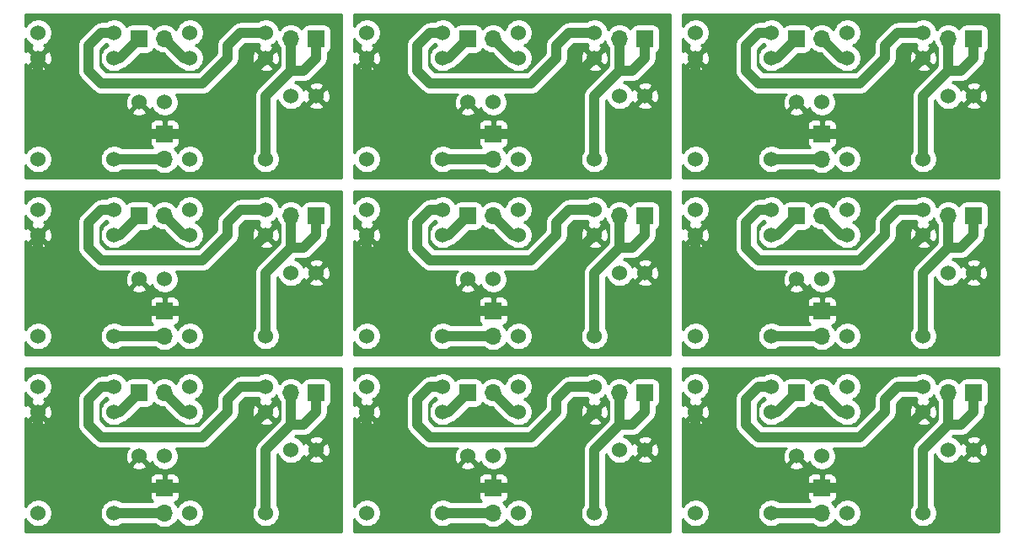
<source format=gtl>
G04 #@! TF.GenerationSoftware,KiCad,Pcbnew,(5.1.6)-1*
G04 #@! TF.CreationDate,2020-06-03T07:58:36+09:00*
G04 #@! TF.ProjectId,AND___,414e4462-d851-42e6-9b69-6361645f7063,rev?*
G04 #@! TF.SameCoordinates,Original*
G04 #@! TF.FileFunction,Copper,L1,Top*
G04 #@! TF.FilePolarity,Positive*
%FSLAX46Y46*%
G04 Gerber Fmt 4.6, Leading zero omitted, Abs format (unit mm)*
G04 Created by KiCad (PCBNEW (5.1.6)-1) date 2020-06-03 07:58:36*
%MOMM*%
%LPD*%
G01*
G04 APERTURE LIST*
G04 #@! TA.AperFunction,ComponentPad*
%ADD10C,1.524000*%
G04 #@! TD*
G04 #@! TA.AperFunction,ComponentPad*
%ADD11R,1.700000X1.700000*%
G04 #@! TD*
G04 #@! TA.AperFunction,ComponentPad*
%ADD12O,1.700000X1.700000*%
G04 #@! TD*
G04 #@! TA.AperFunction,Conductor*
%ADD13C,1.000000*%
G04 #@! TD*
G04 #@! TA.AperFunction,Conductor*
%ADD14C,0.254000*%
G04 #@! TD*
G04 APERTURE END LIST*
D10*
X154940000Y-113030000D03*
X157480000Y-113030000D03*
X121920000Y-113030000D03*
X124460000Y-113030000D03*
X88900000Y-113030000D03*
X91440000Y-113030000D03*
X154940000Y-95250000D03*
X157480000Y-95250000D03*
X121920000Y-95250000D03*
X124460000Y-95250000D03*
X88900000Y-95250000D03*
X91440000Y-95250000D03*
X154940000Y-77470000D03*
X157480000Y-77470000D03*
X121920000Y-77470000D03*
X124460000Y-77470000D03*
D11*
X157480000Y-107280000D03*
D12*
X154940000Y-107280000D03*
D11*
X124460000Y-107280000D03*
D12*
X121920000Y-107280000D03*
D11*
X91440000Y-107280000D03*
D12*
X88900000Y-107280000D03*
D11*
X157480000Y-89500000D03*
D12*
X154940000Y-89500000D03*
D11*
X124460000Y-89500000D03*
D12*
X121920000Y-89500000D03*
D11*
X91440000Y-89500000D03*
D12*
X88900000Y-89500000D03*
D11*
X157480000Y-71720000D03*
D12*
X154940000Y-71720000D03*
D11*
X124460000Y-71720000D03*
D12*
X121920000Y-71720000D03*
D10*
X129540000Y-106680000D03*
X137160000Y-106680000D03*
X137160000Y-109220000D03*
X129540000Y-109220000D03*
X129540000Y-119380000D03*
X137160000Y-119380000D03*
X96520000Y-106680000D03*
X104140000Y-106680000D03*
X104140000Y-109220000D03*
X96520000Y-109220000D03*
X96520000Y-119380000D03*
X104140000Y-119380000D03*
X63500000Y-106680000D03*
X71120000Y-106680000D03*
X71120000Y-109220000D03*
X63500000Y-109220000D03*
X63500000Y-119380000D03*
X71120000Y-119380000D03*
X129540000Y-88900000D03*
X137160000Y-88900000D03*
X137160000Y-91440000D03*
X129540000Y-91440000D03*
X129540000Y-101600000D03*
X137160000Y-101600000D03*
X96520000Y-88900000D03*
X104140000Y-88900000D03*
X104140000Y-91440000D03*
X96520000Y-91440000D03*
X96520000Y-101600000D03*
X104140000Y-101600000D03*
X63500000Y-88900000D03*
X71120000Y-88900000D03*
X71120000Y-91440000D03*
X63500000Y-91440000D03*
X63500000Y-101600000D03*
X71120000Y-101600000D03*
X129540000Y-71120000D03*
X137160000Y-71120000D03*
X137160000Y-73660000D03*
X129540000Y-73660000D03*
X129540000Y-83820000D03*
X137160000Y-83820000D03*
X96520000Y-71120000D03*
X104140000Y-71120000D03*
X104140000Y-73660000D03*
X96520000Y-73660000D03*
X96520000Y-83820000D03*
X104140000Y-83820000D03*
D12*
X142240000Y-107280000D03*
D11*
X139700000Y-107280000D03*
D12*
X109220000Y-107280000D03*
D11*
X106680000Y-107280000D03*
D12*
X76200000Y-107280000D03*
D11*
X73660000Y-107280000D03*
D12*
X142240000Y-89500000D03*
D11*
X139700000Y-89500000D03*
D12*
X109220000Y-89500000D03*
D11*
X106680000Y-89500000D03*
D12*
X76200000Y-89500000D03*
D11*
X73660000Y-89500000D03*
D12*
X142240000Y-71720000D03*
D11*
X139700000Y-71720000D03*
D12*
X109220000Y-71720000D03*
D11*
X106680000Y-71720000D03*
D10*
X142240000Y-113665000D03*
X139700000Y-113665000D03*
X109220000Y-113665000D03*
X106680000Y-113665000D03*
X76200000Y-113665000D03*
X73660000Y-113665000D03*
X142240000Y-95885000D03*
X139700000Y-95885000D03*
X109220000Y-95885000D03*
X106680000Y-95885000D03*
X76200000Y-95885000D03*
X73660000Y-95885000D03*
X142240000Y-78105000D03*
X139700000Y-78105000D03*
X109220000Y-78105000D03*
X106680000Y-78105000D03*
D12*
X142240000Y-119380000D03*
D11*
X142240000Y-116840000D03*
D12*
X109220000Y-119380000D03*
D11*
X109220000Y-116840000D03*
D12*
X76200000Y-119380000D03*
D11*
X76200000Y-116840000D03*
D12*
X142240000Y-101600000D03*
D11*
X142240000Y-99060000D03*
D12*
X109220000Y-101600000D03*
D11*
X109220000Y-99060000D03*
D12*
X76200000Y-101600000D03*
D11*
X76200000Y-99060000D03*
D12*
X142240000Y-83820000D03*
D11*
X142240000Y-81280000D03*
D12*
X109220000Y-83820000D03*
D11*
X109220000Y-81280000D03*
D10*
X152400000Y-119380000D03*
X144780000Y-119380000D03*
X144780000Y-109220000D03*
X152400000Y-109220000D03*
X152400000Y-106680000D03*
X144780000Y-106680000D03*
X119380000Y-119380000D03*
X111760000Y-119380000D03*
X111760000Y-109220000D03*
X119380000Y-109220000D03*
X119380000Y-106680000D03*
X111760000Y-106680000D03*
X86360000Y-119380000D03*
X78740000Y-119380000D03*
X78740000Y-109220000D03*
X86360000Y-109220000D03*
X86360000Y-106680000D03*
X78740000Y-106680000D03*
X152400000Y-101600000D03*
X144780000Y-101600000D03*
X144780000Y-91440000D03*
X152400000Y-91440000D03*
X152400000Y-88900000D03*
X144780000Y-88900000D03*
X119380000Y-101600000D03*
X111760000Y-101600000D03*
X111760000Y-91440000D03*
X119380000Y-91440000D03*
X119380000Y-88900000D03*
X111760000Y-88900000D03*
X86360000Y-101600000D03*
X78740000Y-101600000D03*
X78740000Y-91440000D03*
X86360000Y-91440000D03*
X86360000Y-88900000D03*
X78740000Y-88900000D03*
X152400000Y-83820000D03*
X144780000Y-83820000D03*
X144780000Y-73660000D03*
X152400000Y-73660000D03*
X152400000Y-71120000D03*
X144780000Y-71120000D03*
X119380000Y-83820000D03*
X111760000Y-83820000D03*
X111760000Y-73660000D03*
X119380000Y-73660000D03*
X119380000Y-71120000D03*
X111760000Y-71120000D03*
X73660000Y-78105000D03*
X76200000Y-78105000D03*
X91440000Y-77470000D03*
X88900000Y-77470000D03*
D11*
X73660000Y-71720000D03*
D12*
X76200000Y-71720000D03*
D11*
X76200000Y-81280000D03*
D12*
X76200000Y-83820000D03*
X88900000Y-71720000D03*
D11*
X91440000Y-71720000D03*
D10*
X71120000Y-83820000D03*
X63500000Y-83820000D03*
X63500000Y-73660000D03*
X71120000Y-73660000D03*
X71120000Y-71120000D03*
X63500000Y-71120000D03*
X78740000Y-71120000D03*
X86360000Y-71120000D03*
X86360000Y-73660000D03*
X78740000Y-73660000D03*
X78740000Y-83820000D03*
X86360000Y-83820000D03*
D13*
X86360000Y-83820000D02*
X86360000Y-77470000D01*
X86360000Y-77470000D02*
X88900000Y-74930000D01*
X88900000Y-74930000D02*
X88900000Y-71720000D01*
X88900000Y-74930000D02*
X90170000Y-74930000D01*
X90170000Y-74930000D02*
X91440000Y-73660000D01*
X91440000Y-73660000D02*
X91440000Y-71720000D01*
X121920000Y-74930000D02*
X121920000Y-71720000D01*
X154940000Y-74930000D02*
X154940000Y-71720000D01*
X88900000Y-92710000D02*
X88900000Y-89500000D01*
X121920000Y-92710000D02*
X121920000Y-89500000D01*
X154940000Y-92710000D02*
X154940000Y-89500000D01*
X88900000Y-110490000D02*
X88900000Y-107280000D01*
X121920000Y-110490000D02*
X121920000Y-107280000D01*
X154940000Y-110490000D02*
X154940000Y-107280000D01*
X121920000Y-74930000D02*
X123190000Y-74930000D01*
X154940000Y-74930000D02*
X156210000Y-74930000D01*
X88900000Y-92710000D02*
X90170000Y-92710000D01*
X121920000Y-92710000D02*
X123190000Y-92710000D01*
X154940000Y-92710000D02*
X156210000Y-92710000D01*
X88900000Y-110490000D02*
X90170000Y-110490000D01*
X121920000Y-110490000D02*
X123190000Y-110490000D01*
X154940000Y-110490000D02*
X156210000Y-110490000D01*
X123190000Y-74930000D02*
X124460000Y-73660000D01*
X156210000Y-74930000D02*
X157480000Y-73660000D01*
X90170000Y-92710000D02*
X91440000Y-91440000D01*
X123190000Y-92710000D02*
X124460000Y-91440000D01*
X156210000Y-92710000D02*
X157480000Y-91440000D01*
X90170000Y-110490000D02*
X91440000Y-109220000D01*
X123190000Y-110490000D02*
X124460000Y-109220000D01*
X156210000Y-110490000D02*
X157480000Y-109220000D01*
X124460000Y-73660000D02*
X124460000Y-71720000D01*
X157480000Y-73660000D02*
X157480000Y-71720000D01*
X91440000Y-91440000D02*
X91440000Y-89500000D01*
X124460000Y-91440000D02*
X124460000Y-89500000D01*
X157480000Y-91440000D02*
X157480000Y-89500000D01*
X91440000Y-109220000D02*
X91440000Y-107280000D01*
X124460000Y-109220000D02*
X124460000Y-107280000D01*
X157480000Y-109220000D02*
X157480000Y-107280000D01*
X119380000Y-83820000D02*
X119380000Y-77470000D01*
X152400000Y-83820000D02*
X152400000Y-77470000D01*
X86360000Y-101600000D02*
X86360000Y-95250000D01*
X119380000Y-101600000D02*
X119380000Y-95250000D01*
X152400000Y-101600000D02*
X152400000Y-95250000D01*
X86360000Y-119380000D02*
X86360000Y-113030000D01*
X119380000Y-119380000D02*
X119380000Y-113030000D01*
X152400000Y-119380000D02*
X152400000Y-113030000D01*
X119380000Y-77470000D02*
X121920000Y-74930000D01*
X152400000Y-77470000D02*
X154940000Y-74930000D01*
X86360000Y-95250000D02*
X88900000Y-92710000D01*
X119380000Y-95250000D02*
X121920000Y-92710000D01*
X152400000Y-95250000D02*
X154940000Y-92710000D01*
X86360000Y-113030000D02*
X88900000Y-110490000D01*
X119380000Y-113030000D02*
X121920000Y-110490000D01*
X152400000Y-113030000D02*
X154940000Y-110490000D01*
X71720000Y-73660000D02*
X73660000Y-71720000D01*
X71120000Y-73660000D02*
X71720000Y-73660000D01*
X104740000Y-73660000D02*
X106680000Y-71720000D01*
X137760000Y-73660000D02*
X139700000Y-71720000D01*
X71720000Y-91440000D02*
X73660000Y-89500000D01*
X104740000Y-91440000D02*
X106680000Y-89500000D01*
X137760000Y-91440000D02*
X139700000Y-89500000D01*
X71720000Y-109220000D02*
X73660000Y-107280000D01*
X104740000Y-109220000D02*
X106680000Y-107280000D01*
X137760000Y-109220000D02*
X139700000Y-107280000D01*
X104140000Y-73660000D02*
X104740000Y-73660000D01*
X137160000Y-73660000D02*
X137760000Y-73660000D01*
X71120000Y-91440000D02*
X71720000Y-91440000D01*
X104140000Y-91440000D02*
X104740000Y-91440000D01*
X137160000Y-91440000D02*
X137760000Y-91440000D01*
X71120000Y-109220000D02*
X71720000Y-109220000D01*
X104140000Y-109220000D02*
X104740000Y-109220000D01*
X137160000Y-109220000D02*
X137760000Y-109220000D01*
X78140000Y-73660000D02*
X76200000Y-71720000D01*
X78740000Y-73660000D02*
X78140000Y-73660000D01*
X111160000Y-73660000D02*
X109220000Y-71720000D01*
X144180000Y-73660000D02*
X142240000Y-71720000D01*
X78140000Y-91440000D02*
X76200000Y-89500000D01*
X111160000Y-91440000D02*
X109220000Y-89500000D01*
X144180000Y-91440000D02*
X142240000Y-89500000D01*
X78140000Y-109220000D02*
X76200000Y-107280000D01*
X111160000Y-109220000D02*
X109220000Y-107280000D01*
X144180000Y-109220000D02*
X142240000Y-107280000D01*
X111760000Y-73660000D02*
X111160000Y-73660000D01*
X144780000Y-73660000D02*
X144180000Y-73660000D01*
X78740000Y-91440000D02*
X78140000Y-91440000D01*
X111760000Y-91440000D02*
X111160000Y-91440000D01*
X144780000Y-91440000D02*
X144180000Y-91440000D01*
X78740000Y-109220000D02*
X78140000Y-109220000D01*
X111760000Y-109220000D02*
X111160000Y-109220000D01*
X144780000Y-109220000D02*
X144180000Y-109220000D01*
X69850000Y-71120000D02*
X68580000Y-72390000D01*
X68580000Y-72390000D02*
X68580000Y-74930000D01*
X69850000Y-76200000D02*
X80010000Y-76200000D01*
X71120000Y-71120000D02*
X69850000Y-71120000D01*
X68580000Y-74930000D02*
X69850000Y-76200000D01*
X80010000Y-76200000D02*
X82550000Y-73660000D01*
X82550000Y-73660000D02*
X82550000Y-72390000D01*
X82550000Y-72390000D02*
X83820000Y-71120000D01*
X83820000Y-71120000D02*
X86360000Y-71120000D01*
X115570000Y-72390000D02*
X116840000Y-71120000D01*
X148590000Y-72390000D02*
X149860000Y-71120000D01*
X82550000Y-90170000D02*
X83820000Y-88900000D01*
X115570000Y-90170000D02*
X116840000Y-88900000D01*
X148590000Y-90170000D02*
X149860000Y-88900000D01*
X82550000Y-107950000D02*
X83820000Y-106680000D01*
X115570000Y-107950000D02*
X116840000Y-106680000D01*
X148590000Y-107950000D02*
X149860000Y-106680000D01*
X115570000Y-73660000D02*
X115570000Y-72390000D01*
X148590000Y-73660000D02*
X148590000Y-72390000D01*
X82550000Y-91440000D02*
X82550000Y-90170000D01*
X115570000Y-91440000D02*
X115570000Y-90170000D01*
X148590000Y-91440000D02*
X148590000Y-90170000D01*
X82550000Y-109220000D02*
X82550000Y-107950000D01*
X115570000Y-109220000D02*
X115570000Y-107950000D01*
X148590000Y-109220000D02*
X148590000Y-107950000D01*
X113030000Y-76200000D02*
X115570000Y-73660000D01*
X146050000Y-76200000D02*
X148590000Y-73660000D01*
X80010000Y-93980000D02*
X82550000Y-91440000D01*
X113030000Y-93980000D02*
X115570000Y-91440000D01*
X146050000Y-93980000D02*
X148590000Y-91440000D01*
X80010000Y-111760000D02*
X82550000Y-109220000D01*
X113030000Y-111760000D02*
X115570000Y-109220000D01*
X146050000Y-111760000D02*
X148590000Y-109220000D01*
X102870000Y-76200000D02*
X113030000Y-76200000D01*
X135890000Y-76200000D02*
X146050000Y-76200000D01*
X69850000Y-93980000D02*
X80010000Y-93980000D01*
X102870000Y-93980000D02*
X113030000Y-93980000D01*
X135890000Y-93980000D02*
X146050000Y-93980000D01*
X69850000Y-111760000D02*
X80010000Y-111760000D01*
X102870000Y-111760000D02*
X113030000Y-111760000D01*
X135890000Y-111760000D02*
X146050000Y-111760000D01*
X101600000Y-74930000D02*
X102870000Y-76200000D01*
X134620000Y-74930000D02*
X135890000Y-76200000D01*
X68580000Y-92710000D02*
X69850000Y-93980000D01*
X101600000Y-92710000D02*
X102870000Y-93980000D01*
X134620000Y-92710000D02*
X135890000Y-93980000D01*
X68580000Y-110490000D02*
X69850000Y-111760000D01*
X101600000Y-110490000D02*
X102870000Y-111760000D01*
X134620000Y-110490000D02*
X135890000Y-111760000D01*
X116840000Y-71120000D02*
X119380000Y-71120000D01*
X149860000Y-71120000D02*
X152400000Y-71120000D01*
X83820000Y-88900000D02*
X86360000Y-88900000D01*
X116840000Y-88900000D02*
X119380000Y-88900000D01*
X149860000Y-88900000D02*
X152400000Y-88900000D01*
X83820000Y-106680000D02*
X86360000Y-106680000D01*
X116840000Y-106680000D02*
X119380000Y-106680000D01*
X149860000Y-106680000D02*
X152400000Y-106680000D01*
X102870000Y-71120000D02*
X101600000Y-72390000D01*
X135890000Y-71120000D02*
X134620000Y-72390000D01*
X69850000Y-88900000D02*
X68580000Y-90170000D01*
X102870000Y-88900000D02*
X101600000Y-90170000D01*
X135890000Y-88900000D02*
X134620000Y-90170000D01*
X69850000Y-106680000D02*
X68580000Y-107950000D01*
X102870000Y-106680000D02*
X101600000Y-107950000D01*
X135890000Y-106680000D02*
X134620000Y-107950000D01*
X101600000Y-72390000D02*
X101600000Y-74930000D01*
X134620000Y-72390000D02*
X134620000Y-74930000D01*
X68580000Y-90170000D02*
X68580000Y-92710000D01*
X101600000Y-90170000D02*
X101600000Y-92710000D01*
X134620000Y-90170000D02*
X134620000Y-92710000D01*
X68580000Y-107950000D02*
X68580000Y-110490000D01*
X101600000Y-107950000D02*
X101600000Y-110490000D01*
X134620000Y-107950000D02*
X134620000Y-110490000D01*
X104140000Y-71120000D02*
X102870000Y-71120000D01*
X137160000Y-71120000D02*
X135890000Y-71120000D01*
X71120000Y-88900000D02*
X69850000Y-88900000D01*
X104140000Y-88900000D02*
X102870000Y-88900000D01*
X137160000Y-88900000D02*
X135890000Y-88900000D01*
X71120000Y-106680000D02*
X69850000Y-106680000D01*
X104140000Y-106680000D02*
X102870000Y-106680000D01*
X137160000Y-106680000D02*
X135890000Y-106680000D01*
X63500000Y-73660000D02*
X63500000Y-77470000D01*
X67310000Y-81280000D02*
X76200000Y-81280000D01*
X63500000Y-77470000D02*
X67310000Y-81280000D01*
X76200000Y-81280000D02*
X78740000Y-81280000D01*
X78740000Y-81280000D02*
X85090000Y-74930000D01*
X85090000Y-74930000D02*
X86360000Y-73660000D01*
X96520000Y-73660000D02*
X96520000Y-77470000D01*
X129540000Y-73660000D02*
X129540000Y-77470000D01*
X63500000Y-91440000D02*
X63500000Y-95250000D01*
X96520000Y-91440000D02*
X96520000Y-95250000D01*
X129540000Y-91440000D02*
X129540000Y-95250000D01*
X63500000Y-109220000D02*
X63500000Y-113030000D01*
X96520000Y-109220000D02*
X96520000Y-113030000D01*
X129540000Y-109220000D02*
X129540000Y-113030000D01*
X100330000Y-81280000D02*
X109220000Y-81280000D01*
X133350000Y-81280000D02*
X142240000Y-81280000D01*
X67310000Y-99060000D02*
X76200000Y-99060000D01*
X100330000Y-99060000D02*
X109220000Y-99060000D01*
X133350000Y-99060000D02*
X142240000Y-99060000D01*
X67310000Y-116840000D02*
X76200000Y-116840000D01*
X100330000Y-116840000D02*
X109220000Y-116840000D01*
X133350000Y-116840000D02*
X142240000Y-116840000D01*
X111760000Y-81280000D02*
X118110000Y-74930000D01*
X144780000Y-81280000D02*
X151130000Y-74930000D01*
X78740000Y-99060000D02*
X85090000Y-92710000D01*
X111760000Y-99060000D02*
X118110000Y-92710000D01*
X144780000Y-99060000D02*
X151130000Y-92710000D01*
X78740000Y-116840000D02*
X85090000Y-110490000D01*
X111760000Y-116840000D02*
X118110000Y-110490000D01*
X144780000Y-116840000D02*
X151130000Y-110490000D01*
X109220000Y-81280000D02*
X111760000Y-81280000D01*
X142240000Y-81280000D02*
X144780000Y-81280000D01*
X76200000Y-99060000D02*
X78740000Y-99060000D01*
X109220000Y-99060000D02*
X111760000Y-99060000D01*
X142240000Y-99060000D02*
X144780000Y-99060000D01*
X76200000Y-116840000D02*
X78740000Y-116840000D01*
X109220000Y-116840000D02*
X111760000Y-116840000D01*
X142240000Y-116840000D02*
X144780000Y-116840000D01*
X96520000Y-77470000D02*
X100330000Y-81280000D01*
X129540000Y-77470000D02*
X133350000Y-81280000D01*
X63500000Y-95250000D02*
X67310000Y-99060000D01*
X96520000Y-95250000D02*
X100330000Y-99060000D01*
X129540000Y-95250000D02*
X133350000Y-99060000D01*
X63500000Y-113030000D02*
X67310000Y-116840000D01*
X96520000Y-113030000D02*
X100330000Y-116840000D01*
X129540000Y-113030000D02*
X133350000Y-116840000D01*
X118110000Y-74930000D02*
X119380000Y-73660000D01*
X151130000Y-74930000D02*
X152400000Y-73660000D01*
X85090000Y-92710000D02*
X86360000Y-91440000D01*
X118110000Y-92710000D02*
X119380000Y-91440000D01*
X151130000Y-92710000D02*
X152400000Y-91440000D01*
X85090000Y-110490000D02*
X86360000Y-109220000D01*
X118110000Y-110490000D02*
X119380000Y-109220000D01*
X151130000Y-110490000D02*
X152400000Y-109220000D01*
X71120000Y-83820000D02*
X76200000Y-83820000D01*
X104140000Y-83820000D02*
X109220000Y-83820000D01*
X137160000Y-83820000D02*
X142240000Y-83820000D01*
X71120000Y-101600000D02*
X76200000Y-101600000D01*
X104140000Y-101600000D02*
X109220000Y-101600000D01*
X137160000Y-101600000D02*
X142240000Y-101600000D01*
X71120000Y-119380000D02*
X76200000Y-119380000D01*
X104140000Y-119380000D02*
X109220000Y-119380000D01*
X137160000Y-119380000D02*
X142240000Y-119380000D01*
D14*
G36*
X93955001Y-85700000D02*
G01*
X62255000Y-85700000D01*
X62255000Y-84464840D01*
X62261995Y-84481727D01*
X62414880Y-84710535D01*
X62609465Y-84905120D01*
X62838273Y-85058005D01*
X63092510Y-85163314D01*
X63362408Y-85217000D01*
X63637592Y-85217000D01*
X63907490Y-85163314D01*
X64161727Y-85058005D01*
X64390535Y-84905120D01*
X64585120Y-84710535D01*
X64738005Y-84481727D01*
X64843314Y-84227490D01*
X64897000Y-83957592D01*
X64897000Y-83682408D01*
X69723000Y-83682408D01*
X69723000Y-83957592D01*
X69776686Y-84227490D01*
X69881995Y-84481727D01*
X70034880Y-84710535D01*
X70229465Y-84905120D01*
X70458273Y-85058005D01*
X70712510Y-85163314D01*
X70982408Y-85217000D01*
X71257592Y-85217000D01*
X71527490Y-85163314D01*
X71781727Y-85058005D01*
X71935884Y-84955000D01*
X75234893Y-84955000D01*
X75253368Y-84973475D01*
X75496589Y-85135990D01*
X75766842Y-85247932D01*
X76053740Y-85305000D01*
X76346260Y-85305000D01*
X76633158Y-85247932D01*
X76903411Y-85135990D01*
X77146632Y-84973475D01*
X77353475Y-84766632D01*
X77515990Y-84523411D01*
X77521293Y-84510608D01*
X77654880Y-84710535D01*
X77849465Y-84905120D01*
X78078273Y-85058005D01*
X78332510Y-85163314D01*
X78602408Y-85217000D01*
X78877592Y-85217000D01*
X79147490Y-85163314D01*
X79401727Y-85058005D01*
X79630535Y-84905120D01*
X79825120Y-84710535D01*
X79978005Y-84481727D01*
X80083314Y-84227490D01*
X80137000Y-83957592D01*
X80137000Y-83682408D01*
X80083314Y-83412510D01*
X79978005Y-83158273D01*
X79825120Y-82929465D01*
X79630535Y-82734880D01*
X79401727Y-82581995D01*
X79147490Y-82476686D01*
X78877592Y-82423000D01*
X78602408Y-82423000D01*
X78332510Y-82476686D01*
X78078273Y-82581995D01*
X77849465Y-82734880D01*
X77654880Y-82929465D01*
X77521293Y-83129392D01*
X77515990Y-83116589D01*
X77353475Y-82873368D01*
X77221620Y-82741513D01*
X77294180Y-82719502D01*
X77404494Y-82660537D01*
X77501185Y-82581185D01*
X77580537Y-82484494D01*
X77639502Y-82374180D01*
X77675812Y-82254482D01*
X77688072Y-82130000D01*
X77685000Y-81565750D01*
X77526250Y-81407000D01*
X76327000Y-81407000D01*
X76327000Y-81427000D01*
X76073000Y-81427000D01*
X76073000Y-81407000D01*
X74873750Y-81407000D01*
X74715000Y-81565750D01*
X74711928Y-82130000D01*
X74724188Y-82254482D01*
X74760498Y-82374180D01*
X74819463Y-82484494D01*
X74898815Y-82581185D01*
X74995506Y-82660537D01*
X75041272Y-82685000D01*
X71935884Y-82685000D01*
X71781727Y-82581995D01*
X71527490Y-82476686D01*
X71257592Y-82423000D01*
X70982408Y-82423000D01*
X70712510Y-82476686D01*
X70458273Y-82581995D01*
X70229465Y-82734880D01*
X70034880Y-82929465D01*
X69881995Y-83158273D01*
X69776686Y-83412510D01*
X69723000Y-83682408D01*
X64897000Y-83682408D01*
X64843314Y-83412510D01*
X64738005Y-83158273D01*
X64585120Y-82929465D01*
X64390535Y-82734880D01*
X64161727Y-82581995D01*
X63907490Y-82476686D01*
X63637592Y-82423000D01*
X63362408Y-82423000D01*
X63092510Y-82476686D01*
X62838273Y-82581995D01*
X62609465Y-82734880D01*
X62414880Y-82929465D01*
X62261995Y-83158273D01*
X62255000Y-83175160D01*
X62255000Y-80430000D01*
X74711928Y-80430000D01*
X74715000Y-80994250D01*
X74873750Y-81153000D01*
X76073000Y-81153000D01*
X76073000Y-79953750D01*
X76327000Y-79953750D01*
X76327000Y-81153000D01*
X77526250Y-81153000D01*
X77685000Y-80994250D01*
X77688072Y-80430000D01*
X77675812Y-80305518D01*
X77639502Y-80185820D01*
X77580537Y-80075506D01*
X77501185Y-79978815D01*
X77404494Y-79899463D01*
X77294180Y-79840498D01*
X77174482Y-79804188D01*
X77050000Y-79791928D01*
X76485750Y-79795000D01*
X76327000Y-79953750D01*
X76073000Y-79953750D01*
X75914250Y-79795000D01*
X75350000Y-79791928D01*
X75225518Y-79804188D01*
X75105820Y-79840498D01*
X74995506Y-79899463D01*
X74898815Y-79978815D01*
X74819463Y-80075506D01*
X74760498Y-80185820D01*
X74724188Y-80305518D01*
X74711928Y-80430000D01*
X62255000Y-80430000D01*
X62255000Y-79070565D01*
X72874040Y-79070565D01*
X72941020Y-79310656D01*
X73190048Y-79427756D01*
X73457135Y-79494023D01*
X73732017Y-79506910D01*
X74004133Y-79465922D01*
X74263023Y-79372636D01*
X74378980Y-79310656D01*
X74445960Y-79070565D01*
X73660000Y-78284605D01*
X72874040Y-79070565D01*
X62255000Y-79070565D01*
X62255000Y-74625565D01*
X62714040Y-74625565D01*
X62781020Y-74865656D01*
X63030048Y-74982756D01*
X63297135Y-75049023D01*
X63572017Y-75061910D01*
X63844133Y-75020922D01*
X64103023Y-74927636D01*
X64218980Y-74865656D01*
X64285960Y-74625565D01*
X63500000Y-73839605D01*
X62714040Y-74625565D01*
X62255000Y-74625565D01*
X62255000Y-74305372D01*
X62294344Y-74378980D01*
X62534435Y-74445960D01*
X63320395Y-73660000D01*
X63679605Y-73660000D01*
X64465565Y-74445960D01*
X64705656Y-74378980D01*
X64822756Y-74129952D01*
X64889023Y-73862865D01*
X64901910Y-73587983D01*
X64860922Y-73315867D01*
X64767636Y-73056977D01*
X64705656Y-72941020D01*
X64465565Y-72874040D01*
X63679605Y-73660000D01*
X63320395Y-73660000D01*
X62534435Y-72874040D01*
X62294344Y-72941020D01*
X62255000Y-73024690D01*
X62255000Y-71764840D01*
X62261995Y-71781727D01*
X62414880Y-72010535D01*
X62609465Y-72205120D01*
X62838273Y-72358005D01*
X62909943Y-72387692D01*
X62896977Y-72392364D01*
X62781020Y-72454344D01*
X62714040Y-72694435D01*
X63500000Y-73480395D01*
X64285960Y-72694435D01*
X64218980Y-72454344D01*
X64083240Y-72390515D01*
X64084483Y-72390000D01*
X67439509Y-72390000D01*
X67445000Y-72445752D01*
X67445001Y-74874239D01*
X67439509Y-74930000D01*
X67461423Y-75152498D01*
X67526324Y-75366446D01*
X67540812Y-75393551D01*
X67631717Y-75563623D01*
X67773552Y-75736449D01*
X67816860Y-75771991D01*
X69008008Y-76963140D01*
X69043551Y-77006449D01*
X69216377Y-77148284D01*
X69413553Y-77253676D01*
X69577705Y-77303471D01*
X69627500Y-77318577D01*
X69648493Y-77320644D01*
X69794248Y-77335000D01*
X69794255Y-77335000D01*
X69849999Y-77340490D01*
X69905743Y-77335000D01*
X72637226Y-77335000D01*
X72454344Y-77386020D01*
X72337244Y-77635048D01*
X72270977Y-77902135D01*
X72258090Y-78177017D01*
X72299078Y-78449133D01*
X72392364Y-78708023D01*
X72454344Y-78823980D01*
X72694435Y-78890960D01*
X73480395Y-78105000D01*
X73466253Y-78090858D01*
X73645858Y-77911253D01*
X73660000Y-77925395D01*
X73674143Y-77911253D01*
X73853748Y-78090858D01*
X73839605Y-78105000D01*
X74625565Y-78890960D01*
X74865656Y-78823980D01*
X74929485Y-78688240D01*
X74961995Y-78766727D01*
X75114880Y-78995535D01*
X75309465Y-79190120D01*
X75538273Y-79343005D01*
X75792510Y-79448314D01*
X76062408Y-79502000D01*
X76337592Y-79502000D01*
X76607490Y-79448314D01*
X76861727Y-79343005D01*
X77090535Y-79190120D01*
X77285120Y-78995535D01*
X77438005Y-78766727D01*
X77543314Y-78512490D01*
X77597000Y-78242592D01*
X77597000Y-77967408D01*
X77543314Y-77697510D01*
X77438005Y-77443273D01*
X77365659Y-77335000D01*
X79954249Y-77335000D01*
X80010000Y-77340491D01*
X80065751Y-77335000D01*
X80065752Y-77335000D01*
X80232499Y-77318577D01*
X80446447Y-77253676D01*
X80643623Y-77148284D01*
X80816449Y-77006449D01*
X80851996Y-76963135D01*
X83189566Y-74625565D01*
X85574040Y-74625565D01*
X85641020Y-74865656D01*
X85890048Y-74982756D01*
X86157135Y-75049023D01*
X86432017Y-75061910D01*
X86704133Y-75020922D01*
X86963023Y-74927636D01*
X87078980Y-74865656D01*
X87145960Y-74625565D01*
X86360000Y-73839605D01*
X85574040Y-74625565D01*
X83189566Y-74625565D01*
X83313141Y-74501991D01*
X83356449Y-74466449D01*
X83498284Y-74293623D01*
X83603676Y-74096447D01*
X83668577Y-73882499D01*
X83683398Y-73732017D01*
X84958090Y-73732017D01*
X84999078Y-74004133D01*
X85092364Y-74263023D01*
X85154344Y-74378980D01*
X85394435Y-74445960D01*
X86180395Y-73660000D01*
X86539605Y-73660000D01*
X87325565Y-74445960D01*
X87565656Y-74378980D01*
X87682756Y-74129952D01*
X87749023Y-73862865D01*
X87761910Y-73587983D01*
X87720922Y-73315867D01*
X87627636Y-73056977D01*
X87565656Y-72941020D01*
X87325565Y-72874040D01*
X86539605Y-73660000D01*
X86180395Y-73660000D01*
X85394435Y-72874040D01*
X85154344Y-72941020D01*
X85037244Y-73190048D01*
X84970977Y-73457135D01*
X84958090Y-73732017D01*
X83683398Y-73732017D01*
X83685000Y-73715752D01*
X83685000Y-73715743D01*
X83690490Y-73660001D01*
X83685000Y-73604259D01*
X83685000Y-72860131D01*
X84290132Y-72255000D01*
X85544116Y-72255000D01*
X85698273Y-72358005D01*
X85769943Y-72387692D01*
X85756977Y-72392364D01*
X85641020Y-72454344D01*
X85574040Y-72694435D01*
X86360000Y-73480395D01*
X87145960Y-72694435D01*
X87078980Y-72454344D01*
X86943240Y-72390515D01*
X87021727Y-72358005D01*
X87250535Y-72205120D01*
X87443934Y-72011721D01*
X87472068Y-72153158D01*
X87584010Y-72423411D01*
X87746525Y-72666632D01*
X87765001Y-72685108D01*
X87765000Y-74459868D01*
X85596860Y-76628009D01*
X85553552Y-76663551D01*
X85411717Y-76836377D01*
X85378061Y-76899344D01*
X85306324Y-77033554D01*
X85241423Y-77247502D01*
X85219509Y-77470000D01*
X85225001Y-77525761D01*
X85225000Y-83004115D01*
X85121995Y-83158273D01*
X85016686Y-83412510D01*
X84963000Y-83682408D01*
X84963000Y-83957592D01*
X85016686Y-84227490D01*
X85121995Y-84481727D01*
X85274880Y-84710535D01*
X85469465Y-84905120D01*
X85698273Y-85058005D01*
X85952510Y-85163314D01*
X86222408Y-85217000D01*
X86497592Y-85217000D01*
X86767490Y-85163314D01*
X87021727Y-85058005D01*
X87250535Y-84905120D01*
X87445120Y-84710535D01*
X87598005Y-84481727D01*
X87703314Y-84227490D01*
X87757000Y-83957592D01*
X87757000Y-83682408D01*
X87703314Y-83412510D01*
X87598005Y-83158273D01*
X87495000Y-83004116D01*
X87495000Y-77940131D01*
X87556966Y-77878165D01*
X87661995Y-78131727D01*
X87814880Y-78360535D01*
X88009465Y-78555120D01*
X88238273Y-78708005D01*
X88492510Y-78813314D01*
X88762408Y-78867000D01*
X89037592Y-78867000D01*
X89307490Y-78813314D01*
X89561727Y-78708005D01*
X89790535Y-78555120D01*
X89910090Y-78435565D01*
X90654040Y-78435565D01*
X90721020Y-78675656D01*
X90970048Y-78792756D01*
X91237135Y-78859023D01*
X91512017Y-78871910D01*
X91784133Y-78830922D01*
X92043023Y-78737636D01*
X92158980Y-78675656D01*
X92225960Y-78435565D01*
X91440000Y-77649605D01*
X90654040Y-78435565D01*
X89910090Y-78435565D01*
X89985120Y-78360535D01*
X90138005Y-78131727D01*
X90167692Y-78060057D01*
X90172364Y-78073023D01*
X90234344Y-78188980D01*
X90474435Y-78255960D01*
X91260395Y-77470000D01*
X91619605Y-77470000D01*
X92405565Y-78255960D01*
X92645656Y-78188980D01*
X92762756Y-77939952D01*
X92829023Y-77672865D01*
X92841910Y-77397983D01*
X92800922Y-77125867D01*
X92707636Y-76866977D01*
X92645656Y-76751020D01*
X92405565Y-76684040D01*
X91619605Y-77470000D01*
X91260395Y-77470000D01*
X90474435Y-76684040D01*
X90234344Y-76751020D01*
X90170515Y-76886760D01*
X90138005Y-76808273D01*
X89985120Y-76579465D01*
X89910090Y-76504435D01*
X90654040Y-76504435D01*
X91440000Y-77290395D01*
X92225960Y-76504435D01*
X92158980Y-76264344D01*
X91909952Y-76147244D01*
X91642865Y-76080977D01*
X91367983Y-76068090D01*
X91095867Y-76109078D01*
X90836977Y-76202364D01*
X90721020Y-76264344D01*
X90654040Y-76504435D01*
X89910090Y-76504435D01*
X89790535Y-76384880D01*
X89561727Y-76231995D01*
X89308166Y-76126966D01*
X89370132Y-76065000D01*
X90114249Y-76065000D01*
X90170000Y-76070491D01*
X90225751Y-76065000D01*
X90225752Y-76065000D01*
X90392499Y-76048577D01*
X90606447Y-75983676D01*
X90803623Y-75878284D01*
X90976449Y-75736449D01*
X91011996Y-75693135D01*
X92203140Y-74501992D01*
X92246449Y-74466449D01*
X92388284Y-74293623D01*
X92493676Y-74096447D01*
X92558577Y-73882499D01*
X92575000Y-73715752D01*
X92575000Y-73715745D01*
X92580490Y-73660001D01*
X92575000Y-73604257D01*
X92575000Y-73137683D01*
X92644494Y-73100537D01*
X92741185Y-73021185D01*
X92820537Y-72924494D01*
X92879502Y-72814180D01*
X92915812Y-72694482D01*
X92928072Y-72570000D01*
X92928072Y-70870000D01*
X92915812Y-70745518D01*
X92879502Y-70625820D01*
X92820537Y-70515506D01*
X92741185Y-70418815D01*
X92644494Y-70339463D01*
X92534180Y-70280498D01*
X92414482Y-70244188D01*
X92290000Y-70231928D01*
X90590000Y-70231928D01*
X90465518Y-70244188D01*
X90345820Y-70280498D01*
X90235506Y-70339463D01*
X90138815Y-70418815D01*
X90059463Y-70515506D01*
X90000498Y-70625820D01*
X89978487Y-70698380D01*
X89846632Y-70566525D01*
X89603411Y-70404010D01*
X89333158Y-70292068D01*
X89046260Y-70235000D01*
X88753740Y-70235000D01*
X88466842Y-70292068D01*
X88196589Y-70404010D01*
X87953368Y-70566525D01*
X87746525Y-70773368D01*
X87722555Y-70809242D01*
X87703314Y-70712510D01*
X87598005Y-70458273D01*
X87445120Y-70229465D01*
X87250535Y-70034880D01*
X87021727Y-69881995D01*
X86767490Y-69776686D01*
X86497592Y-69723000D01*
X86222408Y-69723000D01*
X85952510Y-69776686D01*
X85698273Y-69881995D01*
X85544116Y-69985000D01*
X83875743Y-69985000D01*
X83819999Y-69979510D01*
X83764255Y-69985000D01*
X83764248Y-69985000D01*
X83618493Y-69999356D01*
X83597500Y-70001423D01*
X83547705Y-70016529D01*
X83383553Y-70066324D01*
X83186377Y-70171716D01*
X83013551Y-70313551D01*
X82978008Y-70356860D01*
X81786860Y-71548009D01*
X81743552Y-71583551D01*
X81601717Y-71756377D01*
X81496324Y-71953553D01*
X81435774Y-72153158D01*
X81431423Y-72167502D01*
X81409509Y-72390000D01*
X81415000Y-72445751D01*
X81415000Y-73189868D01*
X79539869Y-75065000D01*
X70320132Y-75065000D01*
X69715000Y-74459869D01*
X69715000Y-72860131D01*
X70313717Y-72261415D01*
X70458273Y-72358005D01*
X70535515Y-72390000D01*
X70458273Y-72421995D01*
X70229465Y-72574880D01*
X70034880Y-72769465D01*
X69881995Y-72998273D01*
X69776686Y-73252510D01*
X69723000Y-73522408D01*
X69723000Y-73797592D01*
X69776686Y-74067490D01*
X69881995Y-74321727D01*
X70034880Y-74550535D01*
X70229465Y-74745120D01*
X70458273Y-74898005D01*
X70712510Y-75003314D01*
X70982408Y-75057000D01*
X71257592Y-75057000D01*
X71527490Y-75003314D01*
X71781727Y-74898005D01*
X71975400Y-74768596D01*
X72156447Y-74713676D01*
X72353623Y-74608284D01*
X72526449Y-74466449D01*
X72561996Y-74423135D01*
X73777060Y-73208072D01*
X74510000Y-73208072D01*
X74634482Y-73195812D01*
X74754180Y-73159502D01*
X74864494Y-73100537D01*
X74961185Y-73021185D01*
X75040537Y-72924494D01*
X75099502Y-72814180D01*
X75121513Y-72741620D01*
X75253368Y-72873475D01*
X75496589Y-73035990D01*
X75766842Y-73147932D01*
X76053740Y-73205000D01*
X76079869Y-73205000D01*
X77298009Y-74423141D01*
X77333551Y-74466449D01*
X77506377Y-74608284D01*
X77703553Y-74713676D01*
X77884600Y-74768596D01*
X78078273Y-74898005D01*
X78332510Y-75003314D01*
X78602408Y-75057000D01*
X78877592Y-75057000D01*
X79147490Y-75003314D01*
X79401727Y-74898005D01*
X79630535Y-74745120D01*
X79825120Y-74550535D01*
X79978005Y-74321727D01*
X80083314Y-74067490D01*
X80137000Y-73797592D01*
X80137000Y-73522408D01*
X80083314Y-73252510D01*
X79978005Y-72998273D01*
X79825120Y-72769465D01*
X79630535Y-72574880D01*
X79401727Y-72421995D01*
X79324485Y-72390000D01*
X79401727Y-72358005D01*
X79630535Y-72205120D01*
X79825120Y-72010535D01*
X79978005Y-71781727D01*
X80083314Y-71527490D01*
X80137000Y-71257592D01*
X80137000Y-70982408D01*
X80083314Y-70712510D01*
X79978005Y-70458273D01*
X79825120Y-70229465D01*
X79630535Y-70034880D01*
X79401727Y-69881995D01*
X79147490Y-69776686D01*
X78877592Y-69723000D01*
X78602408Y-69723000D01*
X78332510Y-69776686D01*
X78078273Y-69881995D01*
X77849465Y-70034880D01*
X77654880Y-70229465D01*
X77501995Y-70458273D01*
X77396686Y-70712510D01*
X77377445Y-70809242D01*
X77353475Y-70773368D01*
X77146632Y-70566525D01*
X76903411Y-70404010D01*
X76633158Y-70292068D01*
X76346260Y-70235000D01*
X76053740Y-70235000D01*
X75766842Y-70292068D01*
X75496589Y-70404010D01*
X75253368Y-70566525D01*
X75121513Y-70698380D01*
X75099502Y-70625820D01*
X75040537Y-70515506D01*
X74961185Y-70418815D01*
X74864494Y-70339463D01*
X74754180Y-70280498D01*
X74634482Y-70244188D01*
X74510000Y-70231928D01*
X72810000Y-70231928D01*
X72685518Y-70244188D01*
X72565820Y-70280498D01*
X72455506Y-70339463D01*
X72358815Y-70418815D01*
X72343836Y-70437067D01*
X72205120Y-70229465D01*
X72010535Y-70034880D01*
X71781727Y-69881995D01*
X71527490Y-69776686D01*
X71257592Y-69723000D01*
X70982408Y-69723000D01*
X70712510Y-69776686D01*
X70458273Y-69881995D01*
X70304116Y-69985000D01*
X69905743Y-69985000D01*
X69849999Y-69979510D01*
X69794255Y-69985000D01*
X69794248Y-69985000D01*
X69648493Y-69999356D01*
X69627500Y-70001423D01*
X69577705Y-70016529D01*
X69413553Y-70066324D01*
X69216377Y-70171716D01*
X69043551Y-70313551D01*
X69008008Y-70356860D01*
X67816865Y-71548004D01*
X67773551Y-71583551D01*
X67631716Y-71756377D01*
X67532232Y-71942500D01*
X67526324Y-71953554D01*
X67461423Y-72167502D01*
X67439509Y-72390000D01*
X64084483Y-72390000D01*
X64161727Y-72358005D01*
X64390535Y-72205120D01*
X64585120Y-72010535D01*
X64738005Y-71781727D01*
X64843314Y-71527490D01*
X64897000Y-71257592D01*
X64897000Y-70982408D01*
X64843314Y-70712510D01*
X64738005Y-70458273D01*
X64585120Y-70229465D01*
X64390535Y-70034880D01*
X64161727Y-69881995D01*
X63907490Y-69776686D01*
X63637592Y-69723000D01*
X63362408Y-69723000D01*
X63092510Y-69776686D01*
X62838273Y-69881995D01*
X62609465Y-70034880D01*
X62414880Y-70229465D01*
X62261995Y-70458273D01*
X62255000Y-70475160D01*
X62255000Y-69240000D01*
X93955000Y-69240000D01*
X93955001Y-85700000D01*
G37*
X93955001Y-85700000D02*
X62255000Y-85700000D01*
X62255000Y-84464840D01*
X62261995Y-84481727D01*
X62414880Y-84710535D01*
X62609465Y-84905120D01*
X62838273Y-85058005D01*
X63092510Y-85163314D01*
X63362408Y-85217000D01*
X63637592Y-85217000D01*
X63907490Y-85163314D01*
X64161727Y-85058005D01*
X64390535Y-84905120D01*
X64585120Y-84710535D01*
X64738005Y-84481727D01*
X64843314Y-84227490D01*
X64897000Y-83957592D01*
X64897000Y-83682408D01*
X69723000Y-83682408D01*
X69723000Y-83957592D01*
X69776686Y-84227490D01*
X69881995Y-84481727D01*
X70034880Y-84710535D01*
X70229465Y-84905120D01*
X70458273Y-85058005D01*
X70712510Y-85163314D01*
X70982408Y-85217000D01*
X71257592Y-85217000D01*
X71527490Y-85163314D01*
X71781727Y-85058005D01*
X71935884Y-84955000D01*
X75234893Y-84955000D01*
X75253368Y-84973475D01*
X75496589Y-85135990D01*
X75766842Y-85247932D01*
X76053740Y-85305000D01*
X76346260Y-85305000D01*
X76633158Y-85247932D01*
X76903411Y-85135990D01*
X77146632Y-84973475D01*
X77353475Y-84766632D01*
X77515990Y-84523411D01*
X77521293Y-84510608D01*
X77654880Y-84710535D01*
X77849465Y-84905120D01*
X78078273Y-85058005D01*
X78332510Y-85163314D01*
X78602408Y-85217000D01*
X78877592Y-85217000D01*
X79147490Y-85163314D01*
X79401727Y-85058005D01*
X79630535Y-84905120D01*
X79825120Y-84710535D01*
X79978005Y-84481727D01*
X80083314Y-84227490D01*
X80137000Y-83957592D01*
X80137000Y-83682408D01*
X80083314Y-83412510D01*
X79978005Y-83158273D01*
X79825120Y-82929465D01*
X79630535Y-82734880D01*
X79401727Y-82581995D01*
X79147490Y-82476686D01*
X78877592Y-82423000D01*
X78602408Y-82423000D01*
X78332510Y-82476686D01*
X78078273Y-82581995D01*
X77849465Y-82734880D01*
X77654880Y-82929465D01*
X77521293Y-83129392D01*
X77515990Y-83116589D01*
X77353475Y-82873368D01*
X77221620Y-82741513D01*
X77294180Y-82719502D01*
X77404494Y-82660537D01*
X77501185Y-82581185D01*
X77580537Y-82484494D01*
X77639502Y-82374180D01*
X77675812Y-82254482D01*
X77688072Y-82130000D01*
X77685000Y-81565750D01*
X77526250Y-81407000D01*
X76327000Y-81407000D01*
X76327000Y-81427000D01*
X76073000Y-81427000D01*
X76073000Y-81407000D01*
X74873750Y-81407000D01*
X74715000Y-81565750D01*
X74711928Y-82130000D01*
X74724188Y-82254482D01*
X74760498Y-82374180D01*
X74819463Y-82484494D01*
X74898815Y-82581185D01*
X74995506Y-82660537D01*
X75041272Y-82685000D01*
X71935884Y-82685000D01*
X71781727Y-82581995D01*
X71527490Y-82476686D01*
X71257592Y-82423000D01*
X70982408Y-82423000D01*
X70712510Y-82476686D01*
X70458273Y-82581995D01*
X70229465Y-82734880D01*
X70034880Y-82929465D01*
X69881995Y-83158273D01*
X69776686Y-83412510D01*
X69723000Y-83682408D01*
X64897000Y-83682408D01*
X64843314Y-83412510D01*
X64738005Y-83158273D01*
X64585120Y-82929465D01*
X64390535Y-82734880D01*
X64161727Y-82581995D01*
X63907490Y-82476686D01*
X63637592Y-82423000D01*
X63362408Y-82423000D01*
X63092510Y-82476686D01*
X62838273Y-82581995D01*
X62609465Y-82734880D01*
X62414880Y-82929465D01*
X62261995Y-83158273D01*
X62255000Y-83175160D01*
X62255000Y-80430000D01*
X74711928Y-80430000D01*
X74715000Y-80994250D01*
X74873750Y-81153000D01*
X76073000Y-81153000D01*
X76073000Y-79953750D01*
X76327000Y-79953750D01*
X76327000Y-81153000D01*
X77526250Y-81153000D01*
X77685000Y-80994250D01*
X77688072Y-80430000D01*
X77675812Y-80305518D01*
X77639502Y-80185820D01*
X77580537Y-80075506D01*
X77501185Y-79978815D01*
X77404494Y-79899463D01*
X77294180Y-79840498D01*
X77174482Y-79804188D01*
X77050000Y-79791928D01*
X76485750Y-79795000D01*
X76327000Y-79953750D01*
X76073000Y-79953750D01*
X75914250Y-79795000D01*
X75350000Y-79791928D01*
X75225518Y-79804188D01*
X75105820Y-79840498D01*
X74995506Y-79899463D01*
X74898815Y-79978815D01*
X74819463Y-80075506D01*
X74760498Y-80185820D01*
X74724188Y-80305518D01*
X74711928Y-80430000D01*
X62255000Y-80430000D01*
X62255000Y-79070565D01*
X72874040Y-79070565D01*
X72941020Y-79310656D01*
X73190048Y-79427756D01*
X73457135Y-79494023D01*
X73732017Y-79506910D01*
X74004133Y-79465922D01*
X74263023Y-79372636D01*
X74378980Y-79310656D01*
X74445960Y-79070565D01*
X73660000Y-78284605D01*
X72874040Y-79070565D01*
X62255000Y-79070565D01*
X62255000Y-74625565D01*
X62714040Y-74625565D01*
X62781020Y-74865656D01*
X63030048Y-74982756D01*
X63297135Y-75049023D01*
X63572017Y-75061910D01*
X63844133Y-75020922D01*
X64103023Y-74927636D01*
X64218980Y-74865656D01*
X64285960Y-74625565D01*
X63500000Y-73839605D01*
X62714040Y-74625565D01*
X62255000Y-74625565D01*
X62255000Y-74305372D01*
X62294344Y-74378980D01*
X62534435Y-74445960D01*
X63320395Y-73660000D01*
X63679605Y-73660000D01*
X64465565Y-74445960D01*
X64705656Y-74378980D01*
X64822756Y-74129952D01*
X64889023Y-73862865D01*
X64901910Y-73587983D01*
X64860922Y-73315867D01*
X64767636Y-73056977D01*
X64705656Y-72941020D01*
X64465565Y-72874040D01*
X63679605Y-73660000D01*
X63320395Y-73660000D01*
X62534435Y-72874040D01*
X62294344Y-72941020D01*
X62255000Y-73024690D01*
X62255000Y-71764840D01*
X62261995Y-71781727D01*
X62414880Y-72010535D01*
X62609465Y-72205120D01*
X62838273Y-72358005D01*
X62909943Y-72387692D01*
X62896977Y-72392364D01*
X62781020Y-72454344D01*
X62714040Y-72694435D01*
X63500000Y-73480395D01*
X64285960Y-72694435D01*
X64218980Y-72454344D01*
X64083240Y-72390515D01*
X64084483Y-72390000D01*
X67439509Y-72390000D01*
X67445000Y-72445752D01*
X67445001Y-74874239D01*
X67439509Y-74930000D01*
X67461423Y-75152498D01*
X67526324Y-75366446D01*
X67540812Y-75393551D01*
X67631717Y-75563623D01*
X67773552Y-75736449D01*
X67816860Y-75771991D01*
X69008008Y-76963140D01*
X69043551Y-77006449D01*
X69216377Y-77148284D01*
X69413553Y-77253676D01*
X69577705Y-77303471D01*
X69627500Y-77318577D01*
X69648493Y-77320644D01*
X69794248Y-77335000D01*
X69794255Y-77335000D01*
X69849999Y-77340490D01*
X69905743Y-77335000D01*
X72637226Y-77335000D01*
X72454344Y-77386020D01*
X72337244Y-77635048D01*
X72270977Y-77902135D01*
X72258090Y-78177017D01*
X72299078Y-78449133D01*
X72392364Y-78708023D01*
X72454344Y-78823980D01*
X72694435Y-78890960D01*
X73480395Y-78105000D01*
X73466253Y-78090858D01*
X73645858Y-77911253D01*
X73660000Y-77925395D01*
X73674143Y-77911253D01*
X73853748Y-78090858D01*
X73839605Y-78105000D01*
X74625565Y-78890960D01*
X74865656Y-78823980D01*
X74929485Y-78688240D01*
X74961995Y-78766727D01*
X75114880Y-78995535D01*
X75309465Y-79190120D01*
X75538273Y-79343005D01*
X75792510Y-79448314D01*
X76062408Y-79502000D01*
X76337592Y-79502000D01*
X76607490Y-79448314D01*
X76861727Y-79343005D01*
X77090535Y-79190120D01*
X77285120Y-78995535D01*
X77438005Y-78766727D01*
X77543314Y-78512490D01*
X77597000Y-78242592D01*
X77597000Y-77967408D01*
X77543314Y-77697510D01*
X77438005Y-77443273D01*
X77365659Y-77335000D01*
X79954249Y-77335000D01*
X80010000Y-77340491D01*
X80065751Y-77335000D01*
X80065752Y-77335000D01*
X80232499Y-77318577D01*
X80446447Y-77253676D01*
X80643623Y-77148284D01*
X80816449Y-77006449D01*
X80851996Y-76963135D01*
X83189566Y-74625565D01*
X85574040Y-74625565D01*
X85641020Y-74865656D01*
X85890048Y-74982756D01*
X86157135Y-75049023D01*
X86432017Y-75061910D01*
X86704133Y-75020922D01*
X86963023Y-74927636D01*
X87078980Y-74865656D01*
X87145960Y-74625565D01*
X86360000Y-73839605D01*
X85574040Y-74625565D01*
X83189566Y-74625565D01*
X83313141Y-74501991D01*
X83356449Y-74466449D01*
X83498284Y-74293623D01*
X83603676Y-74096447D01*
X83668577Y-73882499D01*
X83683398Y-73732017D01*
X84958090Y-73732017D01*
X84999078Y-74004133D01*
X85092364Y-74263023D01*
X85154344Y-74378980D01*
X85394435Y-74445960D01*
X86180395Y-73660000D01*
X86539605Y-73660000D01*
X87325565Y-74445960D01*
X87565656Y-74378980D01*
X87682756Y-74129952D01*
X87749023Y-73862865D01*
X87761910Y-73587983D01*
X87720922Y-73315867D01*
X87627636Y-73056977D01*
X87565656Y-72941020D01*
X87325565Y-72874040D01*
X86539605Y-73660000D01*
X86180395Y-73660000D01*
X85394435Y-72874040D01*
X85154344Y-72941020D01*
X85037244Y-73190048D01*
X84970977Y-73457135D01*
X84958090Y-73732017D01*
X83683398Y-73732017D01*
X83685000Y-73715752D01*
X83685000Y-73715743D01*
X83690490Y-73660001D01*
X83685000Y-73604259D01*
X83685000Y-72860131D01*
X84290132Y-72255000D01*
X85544116Y-72255000D01*
X85698273Y-72358005D01*
X85769943Y-72387692D01*
X85756977Y-72392364D01*
X85641020Y-72454344D01*
X85574040Y-72694435D01*
X86360000Y-73480395D01*
X87145960Y-72694435D01*
X87078980Y-72454344D01*
X86943240Y-72390515D01*
X87021727Y-72358005D01*
X87250535Y-72205120D01*
X87443934Y-72011721D01*
X87472068Y-72153158D01*
X87584010Y-72423411D01*
X87746525Y-72666632D01*
X87765001Y-72685108D01*
X87765000Y-74459868D01*
X85596860Y-76628009D01*
X85553552Y-76663551D01*
X85411717Y-76836377D01*
X85378061Y-76899344D01*
X85306324Y-77033554D01*
X85241423Y-77247502D01*
X85219509Y-77470000D01*
X85225001Y-77525761D01*
X85225000Y-83004115D01*
X85121995Y-83158273D01*
X85016686Y-83412510D01*
X84963000Y-83682408D01*
X84963000Y-83957592D01*
X85016686Y-84227490D01*
X85121995Y-84481727D01*
X85274880Y-84710535D01*
X85469465Y-84905120D01*
X85698273Y-85058005D01*
X85952510Y-85163314D01*
X86222408Y-85217000D01*
X86497592Y-85217000D01*
X86767490Y-85163314D01*
X87021727Y-85058005D01*
X87250535Y-84905120D01*
X87445120Y-84710535D01*
X87598005Y-84481727D01*
X87703314Y-84227490D01*
X87757000Y-83957592D01*
X87757000Y-83682408D01*
X87703314Y-83412510D01*
X87598005Y-83158273D01*
X87495000Y-83004116D01*
X87495000Y-77940131D01*
X87556966Y-77878165D01*
X87661995Y-78131727D01*
X87814880Y-78360535D01*
X88009465Y-78555120D01*
X88238273Y-78708005D01*
X88492510Y-78813314D01*
X88762408Y-78867000D01*
X89037592Y-78867000D01*
X89307490Y-78813314D01*
X89561727Y-78708005D01*
X89790535Y-78555120D01*
X89910090Y-78435565D01*
X90654040Y-78435565D01*
X90721020Y-78675656D01*
X90970048Y-78792756D01*
X91237135Y-78859023D01*
X91512017Y-78871910D01*
X91784133Y-78830922D01*
X92043023Y-78737636D01*
X92158980Y-78675656D01*
X92225960Y-78435565D01*
X91440000Y-77649605D01*
X90654040Y-78435565D01*
X89910090Y-78435565D01*
X89985120Y-78360535D01*
X90138005Y-78131727D01*
X90167692Y-78060057D01*
X90172364Y-78073023D01*
X90234344Y-78188980D01*
X90474435Y-78255960D01*
X91260395Y-77470000D01*
X91619605Y-77470000D01*
X92405565Y-78255960D01*
X92645656Y-78188980D01*
X92762756Y-77939952D01*
X92829023Y-77672865D01*
X92841910Y-77397983D01*
X92800922Y-77125867D01*
X92707636Y-76866977D01*
X92645656Y-76751020D01*
X92405565Y-76684040D01*
X91619605Y-77470000D01*
X91260395Y-77470000D01*
X90474435Y-76684040D01*
X90234344Y-76751020D01*
X90170515Y-76886760D01*
X90138005Y-76808273D01*
X89985120Y-76579465D01*
X89910090Y-76504435D01*
X90654040Y-76504435D01*
X91440000Y-77290395D01*
X92225960Y-76504435D01*
X92158980Y-76264344D01*
X91909952Y-76147244D01*
X91642865Y-76080977D01*
X91367983Y-76068090D01*
X91095867Y-76109078D01*
X90836977Y-76202364D01*
X90721020Y-76264344D01*
X90654040Y-76504435D01*
X89910090Y-76504435D01*
X89790535Y-76384880D01*
X89561727Y-76231995D01*
X89308166Y-76126966D01*
X89370132Y-76065000D01*
X90114249Y-76065000D01*
X90170000Y-76070491D01*
X90225751Y-76065000D01*
X90225752Y-76065000D01*
X90392499Y-76048577D01*
X90606447Y-75983676D01*
X90803623Y-75878284D01*
X90976449Y-75736449D01*
X91011996Y-75693135D01*
X92203140Y-74501992D01*
X92246449Y-74466449D01*
X92388284Y-74293623D01*
X92493676Y-74096447D01*
X92558577Y-73882499D01*
X92575000Y-73715752D01*
X92575000Y-73715745D01*
X92580490Y-73660001D01*
X92575000Y-73604257D01*
X92575000Y-73137683D01*
X92644494Y-73100537D01*
X92741185Y-73021185D01*
X92820537Y-72924494D01*
X92879502Y-72814180D01*
X92915812Y-72694482D01*
X92928072Y-72570000D01*
X92928072Y-70870000D01*
X92915812Y-70745518D01*
X92879502Y-70625820D01*
X92820537Y-70515506D01*
X92741185Y-70418815D01*
X92644494Y-70339463D01*
X92534180Y-70280498D01*
X92414482Y-70244188D01*
X92290000Y-70231928D01*
X90590000Y-70231928D01*
X90465518Y-70244188D01*
X90345820Y-70280498D01*
X90235506Y-70339463D01*
X90138815Y-70418815D01*
X90059463Y-70515506D01*
X90000498Y-70625820D01*
X89978487Y-70698380D01*
X89846632Y-70566525D01*
X89603411Y-70404010D01*
X89333158Y-70292068D01*
X89046260Y-70235000D01*
X88753740Y-70235000D01*
X88466842Y-70292068D01*
X88196589Y-70404010D01*
X87953368Y-70566525D01*
X87746525Y-70773368D01*
X87722555Y-70809242D01*
X87703314Y-70712510D01*
X87598005Y-70458273D01*
X87445120Y-70229465D01*
X87250535Y-70034880D01*
X87021727Y-69881995D01*
X86767490Y-69776686D01*
X86497592Y-69723000D01*
X86222408Y-69723000D01*
X85952510Y-69776686D01*
X85698273Y-69881995D01*
X85544116Y-69985000D01*
X83875743Y-69985000D01*
X83819999Y-69979510D01*
X83764255Y-69985000D01*
X83764248Y-69985000D01*
X83618493Y-69999356D01*
X83597500Y-70001423D01*
X83547705Y-70016529D01*
X83383553Y-70066324D01*
X83186377Y-70171716D01*
X83013551Y-70313551D01*
X82978008Y-70356860D01*
X81786860Y-71548009D01*
X81743552Y-71583551D01*
X81601717Y-71756377D01*
X81496324Y-71953553D01*
X81435774Y-72153158D01*
X81431423Y-72167502D01*
X81409509Y-72390000D01*
X81415000Y-72445751D01*
X81415000Y-73189868D01*
X79539869Y-75065000D01*
X70320132Y-75065000D01*
X69715000Y-74459869D01*
X69715000Y-72860131D01*
X70313717Y-72261415D01*
X70458273Y-72358005D01*
X70535515Y-72390000D01*
X70458273Y-72421995D01*
X70229465Y-72574880D01*
X70034880Y-72769465D01*
X69881995Y-72998273D01*
X69776686Y-73252510D01*
X69723000Y-73522408D01*
X69723000Y-73797592D01*
X69776686Y-74067490D01*
X69881995Y-74321727D01*
X70034880Y-74550535D01*
X70229465Y-74745120D01*
X70458273Y-74898005D01*
X70712510Y-75003314D01*
X70982408Y-75057000D01*
X71257592Y-75057000D01*
X71527490Y-75003314D01*
X71781727Y-74898005D01*
X71975400Y-74768596D01*
X72156447Y-74713676D01*
X72353623Y-74608284D01*
X72526449Y-74466449D01*
X72561996Y-74423135D01*
X73777060Y-73208072D01*
X74510000Y-73208072D01*
X74634482Y-73195812D01*
X74754180Y-73159502D01*
X74864494Y-73100537D01*
X74961185Y-73021185D01*
X75040537Y-72924494D01*
X75099502Y-72814180D01*
X75121513Y-72741620D01*
X75253368Y-72873475D01*
X75496589Y-73035990D01*
X75766842Y-73147932D01*
X76053740Y-73205000D01*
X76079869Y-73205000D01*
X77298009Y-74423141D01*
X77333551Y-74466449D01*
X77506377Y-74608284D01*
X77703553Y-74713676D01*
X77884600Y-74768596D01*
X78078273Y-74898005D01*
X78332510Y-75003314D01*
X78602408Y-75057000D01*
X78877592Y-75057000D01*
X79147490Y-75003314D01*
X79401727Y-74898005D01*
X79630535Y-74745120D01*
X79825120Y-74550535D01*
X79978005Y-74321727D01*
X80083314Y-74067490D01*
X80137000Y-73797592D01*
X80137000Y-73522408D01*
X80083314Y-73252510D01*
X79978005Y-72998273D01*
X79825120Y-72769465D01*
X79630535Y-72574880D01*
X79401727Y-72421995D01*
X79324485Y-72390000D01*
X79401727Y-72358005D01*
X79630535Y-72205120D01*
X79825120Y-72010535D01*
X79978005Y-71781727D01*
X80083314Y-71527490D01*
X80137000Y-71257592D01*
X80137000Y-70982408D01*
X80083314Y-70712510D01*
X79978005Y-70458273D01*
X79825120Y-70229465D01*
X79630535Y-70034880D01*
X79401727Y-69881995D01*
X79147490Y-69776686D01*
X78877592Y-69723000D01*
X78602408Y-69723000D01*
X78332510Y-69776686D01*
X78078273Y-69881995D01*
X77849465Y-70034880D01*
X77654880Y-70229465D01*
X77501995Y-70458273D01*
X77396686Y-70712510D01*
X77377445Y-70809242D01*
X77353475Y-70773368D01*
X77146632Y-70566525D01*
X76903411Y-70404010D01*
X76633158Y-70292068D01*
X76346260Y-70235000D01*
X76053740Y-70235000D01*
X75766842Y-70292068D01*
X75496589Y-70404010D01*
X75253368Y-70566525D01*
X75121513Y-70698380D01*
X75099502Y-70625820D01*
X75040537Y-70515506D01*
X74961185Y-70418815D01*
X74864494Y-70339463D01*
X74754180Y-70280498D01*
X74634482Y-70244188D01*
X74510000Y-70231928D01*
X72810000Y-70231928D01*
X72685518Y-70244188D01*
X72565820Y-70280498D01*
X72455506Y-70339463D01*
X72358815Y-70418815D01*
X72343836Y-70437067D01*
X72205120Y-70229465D01*
X72010535Y-70034880D01*
X71781727Y-69881995D01*
X71527490Y-69776686D01*
X71257592Y-69723000D01*
X70982408Y-69723000D01*
X70712510Y-69776686D01*
X70458273Y-69881995D01*
X70304116Y-69985000D01*
X69905743Y-69985000D01*
X69849999Y-69979510D01*
X69794255Y-69985000D01*
X69794248Y-69985000D01*
X69648493Y-69999356D01*
X69627500Y-70001423D01*
X69577705Y-70016529D01*
X69413553Y-70066324D01*
X69216377Y-70171716D01*
X69043551Y-70313551D01*
X69008008Y-70356860D01*
X67816865Y-71548004D01*
X67773551Y-71583551D01*
X67631716Y-71756377D01*
X67532232Y-71942500D01*
X67526324Y-71953554D01*
X67461423Y-72167502D01*
X67439509Y-72390000D01*
X64084483Y-72390000D01*
X64161727Y-72358005D01*
X64390535Y-72205120D01*
X64585120Y-72010535D01*
X64738005Y-71781727D01*
X64843314Y-71527490D01*
X64897000Y-71257592D01*
X64897000Y-70982408D01*
X64843314Y-70712510D01*
X64738005Y-70458273D01*
X64585120Y-70229465D01*
X64390535Y-70034880D01*
X64161727Y-69881995D01*
X63907490Y-69776686D01*
X63637592Y-69723000D01*
X63362408Y-69723000D01*
X63092510Y-69776686D01*
X62838273Y-69881995D01*
X62609465Y-70034880D01*
X62414880Y-70229465D01*
X62261995Y-70458273D01*
X62255000Y-70475160D01*
X62255000Y-69240000D01*
X93955000Y-69240000D01*
X93955001Y-85700000D01*
G36*
X126975001Y-85700000D02*
G01*
X95275000Y-85700000D01*
X95275000Y-84464840D01*
X95281995Y-84481727D01*
X95434880Y-84710535D01*
X95629465Y-84905120D01*
X95858273Y-85058005D01*
X96112510Y-85163314D01*
X96382408Y-85217000D01*
X96657592Y-85217000D01*
X96927490Y-85163314D01*
X97181727Y-85058005D01*
X97410535Y-84905120D01*
X97605120Y-84710535D01*
X97758005Y-84481727D01*
X97863314Y-84227490D01*
X97917000Y-83957592D01*
X97917000Y-83682408D01*
X102743000Y-83682408D01*
X102743000Y-83957592D01*
X102796686Y-84227490D01*
X102901995Y-84481727D01*
X103054880Y-84710535D01*
X103249465Y-84905120D01*
X103478273Y-85058005D01*
X103732510Y-85163314D01*
X104002408Y-85217000D01*
X104277592Y-85217000D01*
X104547490Y-85163314D01*
X104801727Y-85058005D01*
X104955884Y-84955000D01*
X108254893Y-84955000D01*
X108273368Y-84973475D01*
X108516589Y-85135990D01*
X108786842Y-85247932D01*
X109073740Y-85305000D01*
X109366260Y-85305000D01*
X109653158Y-85247932D01*
X109923411Y-85135990D01*
X110166632Y-84973475D01*
X110373475Y-84766632D01*
X110535990Y-84523411D01*
X110541293Y-84510608D01*
X110674880Y-84710535D01*
X110869465Y-84905120D01*
X111098273Y-85058005D01*
X111352510Y-85163314D01*
X111622408Y-85217000D01*
X111897592Y-85217000D01*
X112167490Y-85163314D01*
X112421727Y-85058005D01*
X112650535Y-84905120D01*
X112845120Y-84710535D01*
X112998005Y-84481727D01*
X113103314Y-84227490D01*
X113157000Y-83957592D01*
X113157000Y-83682408D01*
X113103314Y-83412510D01*
X112998005Y-83158273D01*
X112845120Y-82929465D01*
X112650535Y-82734880D01*
X112421727Y-82581995D01*
X112167490Y-82476686D01*
X111897592Y-82423000D01*
X111622408Y-82423000D01*
X111352510Y-82476686D01*
X111098273Y-82581995D01*
X110869465Y-82734880D01*
X110674880Y-82929465D01*
X110541293Y-83129392D01*
X110535990Y-83116589D01*
X110373475Y-82873368D01*
X110241620Y-82741513D01*
X110314180Y-82719502D01*
X110424494Y-82660537D01*
X110521185Y-82581185D01*
X110600537Y-82484494D01*
X110659502Y-82374180D01*
X110695812Y-82254482D01*
X110708072Y-82130000D01*
X110705000Y-81565750D01*
X110546250Y-81407000D01*
X109347000Y-81407000D01*
X109347000Y-81427000D01*
X109093000Y-81427000D01*
X109093000Y-81407000D01*
X107893750Y-81407000D01*
X107735000Y-81565750D01*
X107731928Y-82130000D01*
X107744188Y-82254482D01*
X107780498Y-82374180D01*
X107839463Y-82484494D01*
X107918815Y-82581185D01*
X108015506Y-82660537D01*
X108061272Y-82685000D01*
X104955884Y-82685000D01*
X104801727Y-82581995D01*
X104547490Y-82476686D01*
X104277592Y-82423000D01*
X104002408Y-82423000D01*
X103732510Y-82476686D01*
X103478273Y-82581995D01*
X103249465Y-82734880D01*
X103054880Y-82929465D01*
X102901995Y-83158273D01*
X102796686Y-83412510D01*
X102743000Y-83682408D01*
X97917000Y-83682408D01*
X97863314Y-83412510D01*
X97758005Y-83158273D01*
X97605120Y-82929465D01*
X97410535Y-82734880D01*
X97181727Y-82581995D01*
X96927490Y-82476686D01*
X96657592Y-82423000D01*
X96382408Y-82423000D01*
X96112510Y-82476686D01*
X95858273Y-82581995D01*
X95629465Y-82734880D01*
X95434880Y-82929465D01*
X95281995Y-83158273D01*
X95275000Y-83175160D01*
X95275000Y-80430000D01*
X107731928Y-80430000D01*
X107735000Y-80994250D01*
X107893750Y-81153000D01*
X109093000Y-81153000D01*
X109093000Y-79953750D01*
X109347000Y-79953750D01*
X109347000Y-81153000D01*
X110546250Y-81153000D01*
X110705000Y-80994250D01*
X110708072Y-80430000D01*
X110695812Y-80305518D01*
X110659502Y-80185820D01*
X110600537Y-80075506D01*
X110521185Y-79978815D01*
X110424494Y-79899463D01*
X110314180Y-79840498D01*
X110194482Y-79804188D01*
X110070000Y-79791928D01*
X109505750Y-79795000D01*
X109347000Y-79953750D01*
X109093000Y-79953750D01*
X108934250Y-79795000D01*
X108370000Y-79791928D01*
X108245518Y-79804188D01*
X108125820Y-79840498D01*
X108015506Y-79899463D01*
X107918815Y-79978815D01*
X107839463Y-80075506D01*
X107780498Y-80185820D01*
X107744188Y-80305518D01*
X107731928Y-80430000D01*
X95275000Y-80430000D01*
X95275000Y-79070565D01*
X105894040Y-79070565D01*
X105961020Y-79310656D01*
X106210048Y-79427756D01*
X106477135Y-79494023D01*
X106752017Y-79506910D01*
X107024133Y-79465922D01*
X107283023Y-79372636D01*
X107398980Y-79310656D01*
X107465960Y-79070565D01*
X106680000Y-78284605D01*
X105894040Y-79070565D01*
X95275000Y-79070565D01*
X95275000Y-74625565D01*
X95734040Y-74625565D01*
X95801020Y-74865656D01*
X96050048Y-74982756D01*
X96317135Y-75049023D01*
X96592017Y-75061910D01*
X96864133Y-75020922D01*
X97123023Y-74927636D01*
X97238980Y-74865656D01*
X97305960Y-74625565D01*
X96520000Y-73839605D01*
X95734040Y-74625565D01*
X95275000Y-74625565D01*
X95275000Y-74305372D01*
X95314344Y-74378980D01*
X95554435Y-74445960D01*
X96340395Y-73660000D01*
X96699605Y-73660000D01*
X97485565Y-74445960D01*
X97725656Y-74378980D01*
X97842756Y-74129952D01*
X97909023Y-73862865D01*
X97921910Y-73587983D01*
X97880922Y-73315867D01*
X97787636Y-73056977D01*
X97725656Y-72941020D01*
X97485565Y-72874040D01*
X96699605Y-73660000D01*
X96340395Y-73660000D01*
X95554435Y-72874040D01*
X95314344Y-72941020D01*
X95275000Y-73024690D01*
X95275000Y-71764840D01*
X95281995Y-71781727D01*
X95434880Y-72010535D01*
X95629465Y-72205120D01*
X95858273Y-72358005D01*
X95929943Y-72387692D01*
X95916977Y-72392364D01*
X95801020Y-72454344D01*
X95734040Y-72694435D01*
X96520000Y-73480395D01*
X97305960Y-72694435D01*
X97238980Y-72454344D01*
X97103240Y-72390515D01*
X97104483Y-72390000D01*
X100459509Y-72390000D01*
X100465000Y-72445752D01*
X100465001Y-74874239D01*
X100459509Y-74930000D01*
X100481423Y-75152498D01*
X100546324Y-75366446D01*
X100560812Y-75393551D01*
X100651717Y-75563623D01*
X100793552Y-75736449D01*
X100836860Y-75771991D01*
X102028008Y-76963140D01*
X102063551Y-77006449D01*
X102236377Y-77148284D01*
X102433553Y-77253676D01*
X102597705Y-77303471D01*
X102647500Y-77318577D01*
X102668493Y-77320644D01*
X102814248Y-77335000D01*
X102814255Y-77335000D01*
X102869999Y-77340490D01*
X102925743Y-77335000D01*
X105657226Y-77335000D01*
X105474344Y-77386020D01*
X105357244Y-77635048D01*
X105290977Y-77902135D01*
X105278090Y-78177017D01*
X105319078Y-78449133D01*
X105412364Y-78708023D01*
X105474344Y-78823980D01*
X105714435Y-78890960D01*
X106500395Y-78105000D01*
X106486253Y-78090858D01*
X106665858Y-77911253D01*
X106680000Y-77925395D01*
X106694143Y-77911253D01*
X106873748Y-78090858D01*
X106859605Y-78105000D01*
X107645565Y-78890960D01*
X107885656Y-78823980D01*
X107949485Y-78688240D01*
X107981995Y-78766727D01*
X108134880Y-78995535D01*
X108329465Y-79190120D01*
X108558273Y-79343005D01*
X108812510Y-79448314D01*
X109082408Y-79502000D01*
X109357592Y-79502000D01*
X109627490Y-79448314D01*
X109881727Y-79343005D01*
X110110535Y-79190120D01*
X110305120Y-78995535D01*
X110458005Y-78766727D01*
X110563314Y-78512490D01*
X110617000Y-78242592D01*
X110617000Y-77967408D01*
X110563314Y-77697510D01*
X110458005Y-77443273D01*
X110385659Y-77335000D01*
X112974249Y-77335000D01*
X113030000Y-77340491D01*
X113085751Y-77335000D01*
X113085752Y-77335000D01*
X113252499Y-77318577D01*
X113466447Y-77253676D01*
X113663623Y-77148284D01*
X113836449Y-77006449D01*
X113871996Y-76963135D01*
X116209566Y-74625565D01*
X118594040Y-74625565D01*
X118661020Y-74865656D01*
X118910048Y-74982756D01*
X119177135Y-75049023D01*
X119452017Y-75061910D01*
X119724133Y-75020922D01*
X119983023Y-74927636D01*
X120098980Y-74865656D01*
X120165960Y-74625565D01*
X119380000Y-73839605D01*
X118594040Y-74625565D01*
X116209566Y-74625565D01*
X116333141Y-74501991D01*
X116376449Y-74466449D01*
X116518284Y-74293623D01*
X116623676Y-74096447D01*
X116688577Y-73882499D01*
X116703398Y-73732017D01*
X117978090Y-73732017D01*
X118019078Y-74004133D01*
X118112364Y-74263023D01*
X118174344Y-74378980D01*
X118414435Y-74445960D01*
X119200395Y-73660000D01*
X119559605Y-73660000D01*
X120345565Y-74445960D01*
X120585656Y-74378980D01*
X120702756Y-74129952D01*
X120769023Y-73862865D01*
X120781910Y-73587983D01*
X120740922Y-73315867D01*
X120647636Y-73056977D01*
X120585656Y-72941020D01*
X120345565Y-72874040D01*
X119559605Y-73660000D01*
X119200395Y-73660000D01*
X118414435Y-72874040D01*
X118174344Y-72941020D01*
X118057244Y-73190048D01*
X117990977Y-73457135D01*
X117978090Y-73732017D01*
X116703398Y-73732017D01*
X116705000Y-73715752D01*
X116705000Y-73715743D01*
X116710490Y-73660001D01*
X116705000Y-73604259D01*
X116705000Y-72860131D01*
X117310132Y-72255000D01*
X118564116Y-72255000D01*
X118718273Y-72358005D01*
X118789943Y-72387692D01*
X118776977Y-72392364D01*
X118661020Y-72454344D01*
X118594040Y-72694435D01*
X119380000Y-73480395D01*
X120165960Y-72694435D01*
X120098980Y-72454344D01*
X119963240Y-72390515D01*
X120041727Y-72358005D01*
X120270535Y-72205120D01*
X120463934Y-72011721D01*
X120492068Y-72153158D01*
X120604010Y-72423411D01*
X120766525Y-72666632D01*
X120785001Y-72685108D01*
X120785000Y-74459868D01*
X118616860Y-76628009D01*
X118573552Y-76663551D01*
X118431717Y-76836377D01*
X118398061Y-76899344D01*
X118326324Y-77033554D01*
X118261423Y-77247502D01*
X118239509Y-77470000D01*
X118245001Y-77525761D01*
X118245000Y-83004115D01*
X118141995Y-83158273D01*
X118036686Y-83412510D01*
X117983000Y-83682408D01*
X117983000Y-83957592D01*
X118036686Y-84227490D01*
X118141995Y-84481727D01*
X118294880Y-84710535D01*
X118489465Y-84905120D01*
X118718273Y-85058005D01*
X118972510Y-85163314D01*
X119242408Y-85217000D01*
X119517592Y-85217000D01*
X119787490Y-85163314D01*
X120041727Y-85058005D01*
X120270535Y-84905120D01*
X120465120Y-84710535D01*
X120618005Y-84481727D01*
X120723314Y-84227490D01*
X120777000Y-83957592D01*
X120777000Y-83682408D01*
X120723314Y-83412510D01*
X120618005Y-83158273D01*
X120515000Y-83004116D01*
X120515000Y-77940131D01*
X120576966Y-77878165D01*
X120681995Y-78131727D01*
X120834880Y-78360535D01*
X121029465Y-78555120D01*
X121258273Y-78708005D01*
X121512510Y-78813314D01*
X121782408Y-78867000D01*
X122057592Y-78867000D01*
X122327490Y-78813314D01*
X122581727Y-78708005D01*
X122810535Y-78555120D01*
X122930090Y-78435565D01*
X123674040Y-78435565D01*
X123741020Y-78675656D01*
X123990048Y-78792756D01*
X124257135Y-78859023D01*
X124532017Y-78871910D01*
X124804133Y-78830922D01*
X125063023Y-78737636D01*
X125178980Y-78675656D01*
X125245960Y-78435565D01*
X124460000Y-77649605D01*
X123674040Y-78435565D01*
X122930090Y-78435565D01*
X123005120Y-78360535D01*
X123158005Y-78131727D01*
X123187692Y-78060057D01*
X123192364Y-78073023D01*
X123254344Y-78188980D01*
X123494435Y-78255960D01*
X124280395Y-77470000D01*
X124639605Y-77470000D01*
X125425565Y-78255960D01*
X125665656Y-78188980D01*
X125782756Y-77939952D01*
X125849023Y-77672865D01*
X125861910Y-77397983D01*
X125820922Y-77125867D01*
X125727636Y-76866977D01*
X125665656Y-76751020D01*
X125425565Y-76684040D01*
X124639605Y-77470000D01*
X124280395Y-77470000D01*
X123494435Y-76684040D01*
X123254344Y-76751020D01*
X123190515Y-76886760D01*
X123158005Y-76808273D01*
X123005120Y-76579465D01*
X122930090Y-76504435D01*
X123674040Y-76504435D01*
X124460000Y-77290395D01*
X125245960Y-76504435D01*
X125178980Y-76264344D01*
X124929952Y-76147244D01*
X124662865Y-76080977D01*
X124387983Y-76068090D01*
X124115867Y-76109078D01*
X123856977Y-76202364D01*
X123741020Y-76264344D01*
X123674040Y-76504435D01*
X122930090Y-76504435D01*
X122810535Y-76384880D01*
X122581727Y-76231995D01*
X122328166Y-76126966D01*
X122390132Y-76065000D01*
X123134249Y-76065000D01*
X123190000Y-76070491D01*
X123245751Y-76065000D01*
X123245752Y-76065000D01*
X123412499Y-76048577D01*
X123626447Y-75983676D01*
X123823623Y-75878284D01*
X123996449Y-75736449D01*
X124031996Y-75693135D01*
X125223140Y-74501992D01*
X125266449Y-74466449D01*
X125408284Y-74293623D01*
X125513676Y-74096447D01*
X125578577Y-73882499D01*
X125595000Y-73715752D01*
X125595000Y-73715745D01*
X125600490Y-73660001D01*
X125595000Y-73604257D01*
X125595000Y-73137683D01*
X125664494Y-73100537D01*
X125761185Y-73021185D01*
X125840537Y-72924494D01*
X125899502Y-72814180D01*
X125935812Y-72694482D01*
X125948072Y-72570000D01*
X125948072Y-70870000D01*
X125935812Y-70745518D01*
X125899502Y-70625820D01*
X125840537Y-70515506D01*
X125761185Y-70418815D01*
X125664494Y-70339463D01*
X125554180Y-70280498D01*
X125434482Y-70244188D01*
X125310000Y-70231928D01*
X123610000Y-70231928D01*
X123485518Y-70244188D01*
X123365820Y-70280498D01*
X123255506Y-70339463D01*
X123158815Y-70418815D01*
X123079463Y-70515506D01*
X123020498Y-70625820D01*
X122998487Y-70698380D01*
X122866632Y-70566525D01*
X122623411Y-70404010D01*
X122353158Y-70292068D01*
X122066260Y-70235000D01*
X121773740Y-70235000D01*
X121486842Y-70292068D01*
X121216589Y-70404010D01*
X120973368Y-70566525D01*
X120766525Y-70773368D01*
X120742555Y-70809242D01*
X120723314Y-70712510D01*
X120618005Y-70458273D01*
X120465120Y-70229465D01*
X120270535Y-70034880D01*
X120041727Y-69881995D01*
X119787490Y-69776686D01*
X119517592Y-69723000D01*
X119242408Y-69723000D01*
X118972510Y-69776686D01*
X118718273Y-69881995D01*
X118564116Y-69985000D01*
X116895743Y-69985000D01*
X116839999Y-69979510D01*
X116784255Y-69985000D01*
X116784248Y-69985000D01*
X116638493Y-69999356D01*
X116617500Y-70001423D01*
X116567705Y-70016529D01*
X116403553Y-70066324D01*
X116206377Y-70171716D01*
X116033551Y-70313551D01*
X115998008Y-70356860D01*
X114806860Y-71548009D01*
X114763552Y-71583551D01*
X114621717Y-71756377D01*
X114516324Y-71953553D01*
X114455774Y-72153158D01*
X114451423Y-72167502D01*
X114429509Y-72390000D01*
X114435000Y-72445751D01*
X114435000Y-73189868D01*
X112559869Y-75065000D01*
X103340132Y-75065000D01*
X102735000Y-74459869D01*
X102735000Y-72860131D01*
X103333717Y-72261415D01*
X103478273Y-72358005D01*
X103555515Y-72390000D01*
X103478273Y-72421995D01*
X103249465Y-72574880D01*
X103054880Y-72769465D01*
X102901995Y-72998273D01*
X102796686Y-73252510D01*
X102743000Y-73522408D01*
X102743000Y-73797592D01*
X102796686Y-74067490D01*
X102901995Y-74321727D01*
X103054880Y-74550535D01*
X103249465Y-74745120D01*
X103478273Y-74898005D01*
X103732510Y-75003314D01*
X104002408Y-75057000D01*
X104277592Y-75057000D01*
X104547490Y-75003314D01*
X104801727Y-74898005D01*
X104995400Y-74768596D01*
X105176447Y-74713676D01*
X105373623Y-74608284D01*
X105546449Y-74466449D01*
X105581996Y-74423135D01*
X106797060Y-73208072D01*
X107530000Y-73208072D01*
X107654482Y-73195812D01*
X107774180Y-73159502D01*
X107884494Y-73100537D01*
X107981185Y-73021185D01*
X108060537Y-72924494D01*
X108119502Y-72814180D01*
X108141513Y-72741620D01*
X108273368Y-72873475D01*
X108516589Y-73035990D01*
X108786842Y-73147932D01*
X109073740Y-73205000D01*
X109099869Y-73205000D01*
X110318009Y-74423141D01*
X110353551Y-74466449D01*
X110526377Y-74608284D01*
X110723553Y-74713676D01*
X110904600Y-74768596D01*
X111098273Y-74898005D01*
X111352510Y-75003314D01*
X111622408Y-75057000D01*
X111897592Y-75057000D01*
X112167490Y-75003314D01*
X112421727Y-74898005D01*
X112650535Y-74745120D01*
X112845120Y-74550535D01*
X112998005Y-74321727D01*
X113103314Y-74067490D01*
X113157000Y-73797592D01*
X113157000Y-73522408D01*
X113103314Y-73252510D01*
X112998005Y-72998273D01*
X112845120Y-72769465D01*
X112650535Y-72574880D01*
X112421727Y-72421995D01*
X112344485Y-72390000D01*
X112421727Y-72358005D01*
X112650535Y-72205120D01*
X112845120Y-72010535D01*
X112998005Y-71781727D01*
X113103314Y-71527490D01*
X113157000Y-71257592D01*
X113157000Y-70982408D01*
X113103314Y-70712510D01*
X112998005Y-70458273D01*
X112845120Y-70229465D01*
X112650535Y-70034880D01*
X112421727Y-69881995D01*
X112167490Y-69776686D01*
X111897592Y-69723000D01*
X111622408Y-69723000D01*
X111352510Y-69776686D01*
X111098273Y-69881995D01*
X110869465Y-70034880D01*
X110674880Y-70229465D01*
X110521995Y-70458273D01*
X110416686Y-70712510D01*
X110397445Y-70809242D01*
X110373475Y-70773368D01*
X110166632Y-70566525D01*
X109923411Y-70404010D01*
X109653158Y-70292068D01*
X109366260Y-70235000D01*
X109073740Y-70235000D01*
X108786842Y-70292068D01*
X108516589Y-70404010D01*
X108273368Y-70566525D01*
X108141513Y-70698380D01*
X108119502Y-70625820D01*
X108060537Y-70515506D01*
X107981185Y-70418815D01*
X107884494Y-70339463D01*
X107774180Y-70280498D01*
X107654482Y-70244188D01*
X107530000Y-70231928D01*
X105830000Y-70231928D01*
X105705518Y-70244188D01*
X105585820Y-70280498D01*
X105475506Y-70339463D01*
X105378815Y-70418815D01*
X105363836Y-70437067D01*
X105225120Y-70229465D01*
X105030535Y-70034880D01*
X104801727Y-69881995D01*
X104547490Y-69776686D01*
X104277592Y-69723000D01*
X104002408Y-69723000D01*
X103732510Y-69776686D01*
X103478273Y-69881995D01*
X103324116Y-69985000D01*
X102925743Y-69985000D01*
X102869999Y-69979510D01*
X102814255Y-69985000D01*
X102814248Y-69985000D01*
X102668493Y-69999356D01*
X102647500Y-70001423D01*
X102597705Y-70016529D01*
X102433553Y-70066324D01*
X102236377Y-70171716D01*
X102063551Y-70313551D01*
X102028008Y-70356860D01*
X100836865Y-71548004D01*
X100793551Y-71583551D01*
X100651716Y-71756377D01*
X100552232Y-71942500D01*
X100546324Y-71953554D01*
X100481423Y-72167502D01*
X100459509Y-72390000D01*
X97104483Y-72390000D01*
X97181727Y-72358005D01*
X97410535Y-72205120D01*
X97605120Y-72010535D01*
X97758005Y-71781727D01*
X97863314Y-71527490D01*
X97917000Y-71257592D01*
X97917000Y-70982408D01*
X97863314Y-70712510D01*
X97758005Y-70458273D01*
X97605120Y-70229465D01*
X97410535Y-70034880D01*
X97181727Y-69881995D01*
X96927490Y-69776686D01*
X96657592Y-69723000D01*
X96382408Y-69723000D01*
X96112510Y-69776686D01*
X95858273Y-69881995D01*
X95629465Y-70034880D01*
X95434880Y-70229465D01*
X95281995Y-70458273D01*
X95275000Y-70475160D01*
X95275000Y-69240000D01*
X126975000Y-69240000D01*
X126975001Y-85700000D01*
G37*
X126975001Y-85700000D02*
X95275000Y-85700000D01*
X95275000Y-84464840D01*
X95281995Y-84481727D01*
X95434880Y-84710535D01*
X95629465Y-84905120D01*
X95858273Y-85058005D01*
X96112510Y-85163314D01*
X96382408Y-85217000D01*
X96657592Y-85217000D01*
X96927490Y-85163314D01*
X97181727Y-85058005D01*
X97410535Y-84905120D01*
X97605120Y-84710535D01*
X97758005Y-84481727D01*
X97863314Y-84227490D01*
X97917000Y-83957592D01*
X97917000Y-83682408D01*
X102743000Y-83682408D01*
X102743000Y-83957592D01*
X102796686Y-84227490D01*
X102901995Y-84481727D01*
X103054880Y-84710535D01*
X103249465Y-84905120D01*
X103478273Y-85058005D01*
X103732510Y-85163314D01*
X104002408Y-85217000D01*
X104277592Y-85217000D01*
X104547490Y-85163314D01*
X104801727Y-85058005D01*
X104955884Y-84955000D01*
X108254893Y-84955000D01*
X108273368Y-84973475D01*
X108516589Y-85135990D01*
X108786842Y-85247932D01*
X109073740Y-85305000D01*
X109366260Y-85305000D01*
X109653158Y-85247932D01*
X109923411Y-85135990D01*
X110166632Y-84973475D01*
X110373475Y-84766632D01*
X110535990Y-84523411D01*
X110541293Y-84510608D01*
X110674880Y-84710535D01*
X110869465Y-84905120D01*
X111098273Y-85058005D01*
X111352510Y-85163314D01*
X111622408Y-85217000D01*
X111897592Y-85217000D01*
X112167490Y-85163314D01*
X112421727Y-85058005D01*
X112650535Y-84905120D01*
X112845120Y-84710535D01*
X112998005Y-84481727D01*
X113103314Y-84227490D01*
X113157000Y-83957592D01*
X113157000Y-83682408D01*
X113103314Y-83412510D01*
X112998005Y-83158273D01*
X112845120Y-82929465D01*
X112650535Y-82734880D01*
X112421727Y-82581995D01*
X112167490Y-82476686D01*
X111897592Y-82423000D01*
X111622408Y-82423000D01*
X111352510Y-82476686D01*
X111098273Y-82581995D01*
X110869465Y-82734880D01*
X110674880Y-82929465D01*
X110541293Y-83129392D01*
X110535990Y-83116589D01*
X110373475Y-82873368D01*
X110241620Y-82741513D01*
X110314180Y-82719502D01*
X110424494Y-82660537D01*
X110521185Y-82581185D01*
X110600537Y-82484494D01*
X110659502Y-82374180D01*
X110695812Y-82254482D01*
X110708072Y-82130000D01*
X110705000Y-81565750D01*
X110546250Y-81407000D01*
X109347000Y-81407000D01*
X109347000Y-81427000D01*
X109093000Y-81427000D01*
X109093000Y-81407000D01*
X107893750Y-81407000D01*
X107735000Y-81565750D01*
X107731928Y-82130000D01*
X107744188Y-82254482D01*
X107780498Y-82374180D01*
X107839463Y-82484494D01*
X107918815Y-82581185D01*
X108015506Y-82660537D01*
X108061272Y-82685000D01*
X104955884Y-82685000D01*
X104801727Y-82581995D01*
X104547490Y-82476686D01*
X104277592Y-82423000D01*
X104002408Y-82423000D01*
X103732510Y-82476686D01*
X103478273Y-82581995D01*
X103249465Y-82734880D01*
X103054880Y-82929465D01*
X102901995Y-83158273D01*
X102796686Y-83412510D01*
X102743000Y-83682408D01*
X97917000Y-83682408D01*
X97863314Y-83412510D01*
X97758005Y-83158273D01*
X97605120Y-82929465D01*
X97410535Y-82734880D01*
X97181727Y-82581995D01*
X96927490Y-82476686D01*
X96657592Y-82423000D01*
X96382408Y-82423000D01*
X96112510Y-82476686D01*
X95858273Y-82581995D01*
X95629465Y-82734880D01*
X95434880Y-82929465D01*
X95281995Y-83158273D01*
X95275000Y-83175160D01*
X95275000Y-80430000D01*
X107731928Y-80430000D01*
X107735000Y-80994250D01*
X107893750Y-81153000D01*
X109093000Y-81153000D01*
X109093000Y-79953750D01*
X109347000Y-79953750D01*
X109347000Y-81153000D01*
X110546250Y-81153000D01*
X110705000Y-80994250D01*
X110708072Y-80430000D01*
X110695812Y-80305518D01*
X110659502Y-80185820D01*
X110600537Y-80075506D01*
X110521185Y-79978815D01*
X110424494Y-79899463D01*
X110314180Y-79840498D01*
X110194482Y-79804188D01*
X110070000Y-79791928D01*
X109505750Y-79795000D01*
X109347000Y-79953750D01*
X109093000Y-79953750D01*
X108934250Y-79795000D01*
X108370000Y-79791928D01*
X108245518Y-79804188D01*
X108125820Y-79840498D01*
X108015506Y-79899463D01*
X107918815Y-79978815D01*
X107839463Y-80075506D01*
X107780498Y-80185820D01*
X107744188Y-80305518D01*
X107731928Y-80430000D01*
X95275000Y-80430000D01*
X95275000Y-79070565D01*
X105894040Y-79070565D01*
X105961020Y-79310656D01*
X106210048Y-79427756D01*
X106477135Y-79494023D01*
X106752017Y-79506910D01*
X107024133Y-79465922D01*
X107283023Y-79372636D01*
X107398980Y-79310656D01*
X107465960Y-79070565D01*
X106680000Y-78284605D01*
X105894040Y-79070565D01*
X95275000Y-79070565D01*
X95275000Y-74625565D01*
X95734040Y-74625565D01*
X95801020Y-74865656D01*
X96050048Y-74982756D01*
X96317135Y-75049023D01*
X96592017Y-75061910D01*
X96864133Y-75020922D01*
X97123023Y-74927636D01*
X97238980Y-74865656D01*
X97305960Y-74625565D01*
X96520000Y-73839605D01*
X95734040Y-74625565D01*
X95275000Y-74625565D01*
X95275000Y-74305372D01*
X95314344Y-74378980D01*
X95554435Y-74445960D01*
X96340395Y-73660000D01*
X96699605Y-73660000D01*
X97485565Y-74445960D01*
X97725656Y-74378980D01*
X97842756Y-74129952D01*
X97909023Y-73862865D01*
X97921910Y-73587983D01*
X97880922Y-73315867D01*
X97787636Y-73056977D01*
X97725656Y-72941020D01*
X97485565Y-72874040D01*
X96699605Y-73660000D01*
X96340395Y-73660000D01*
X95554435Y-72874040D01*
X95314344Y-72941020D01*
X95275000Y-73024690D01*
X95275000Y-71764840D01*
X95281995Y-71781727D01*
X95434880Y-72010535D01*
X95629465Y-72205120D01*
X95858273Y-72358005D01*
X95929943Y-72387692D01*
X95916977Y-72392364D01*
X95801020Y-72454344D01*
X95734040Y-72694435D01*
X96520000Y-73480395D01*
X97305960Y-72694435D01*
X97238980Y-72454344D01*
X97103240Y-72390515D01*
X97104483Y-72390000D01*
X100459509Y-72390000D01*
X100465000Y-72445752D01*
X100465001Y-74874239D01*
X100459509Y-74930000D01*
X100481423Y-75152498D01*
X100546324Y-75366446D01*
X100560812Y-75393551D01*
X100651717Y-75563623D01*
X100793552Y-75736449D01*
X100836860Y-75771991D01*
X102028008Y-76963140D01*
X102063551Y-77006449D01*
X102236377Y-77148284D01*
X102433553Y-77253676D01*
X102597705Y-77303471D01*
X102647500Y-77318577D01*
X102668493Y-77320644D01*
X102814248Y-77335000D01*
X102814255Y-77335000D01*
X102869999Y-77340490D01*
X102925743Y-77335000D01*
X105657226Y-77335000D01*
X105474344Y-77386020D01*
X105357244Y-77635048D01*
X105290977Y-77902135D01*
X105278090Y-78177017D01*
X105319078Y-78449133D01*
X105412364Y-78708023D01*
X105474344Y-78823980D01*
X105714435Y-78890960D01*
X106500395Y-78105000D01*
X106486253Y-78090858D01*
X106665858Y-77911253D01*
X106680000Y-77925395D01*
X106694143Y-77911253D01*
X106873748Y-78090858D01*
X106859605Y-78105000D01*
X107645565Y-78890960D01*
X107885656Y-78823980D01*
X107949485Y-78688240D01*
X107981995Y-78766727D01*
X108134880Y-78995535D01*
X108329465Y-79190120D01*
X108558273Y-79343005D01*
X108812510Y-79448314D01*
X109082408Y-79502000D01*
X109357592Y-79502000D01*
X109627490Y-79448314D01*
X109881727Y-79343005D01*
X110110535Y-79190120D01*
X110305120Y-78995535D01*
X110458005Y-78766727D01*
X110563314Y-78512490D01*
X110617000Y-78242592D01*
X110617000Y-77967408D01*
X110563314Y-77697510D01*
X110458005Y-77443273D01*
X110385659Y-77335000D01*
X112974249Y-77335000D01*
X113030000Y-77340491D01*
X113085751Y-77335000D01*
X113085752Y-77335000D01*
X113252499Y-77318577D01*
X113466447Y-77253676D01*
X113663623Y-77148284D01*
X113836449Y-77006449D01*
X113871996Y-76963135D01*
X116209566Y-74625565D01*
X118594040Y-74625565D01*
X118661020Y-74865656D01*
X118910048Y-74982756D01*
X119177135Y-75049023D01*
X119452017Y-75061910D01*
X119724133Y-75020922D01*
X119983023Y-74927636D01*
X120098980Y-74865656D01*
X120165960Y-74625565D01*
X119380000Y-73839605D01*
X118594040Y-74625565D01*
X116209566Y-74625565D01*
X116333141Y-74501991D01*
X116376449Y-74466449D01*
X116518284Y-74293623D01*
X116623676Y-74096447D01*
X116688577Y-73882499D01*
X116703398Y-73732017D01*
X117978090Y-73732017D01*
X118019078Y-74004133D01*
X118112364Y-74263023D01*
X118174344Y-74378980D01*
X118414435Y-74445960D01*
X119200395Y-73660000D01*
X119559605Y-73660000D01*
X120345565Y-74445960D01*
X120585656Y-74378980D01*
X120702756Y-74129952D01*
X120769023Y-73862865D01*
X120781910Y-73587983D01*
X120740922Y-73315867D01*
X120647636Y-73056977D01*
X120585656Y-72941020D01*
X120345565Y-72874040D01*
X119559605Y-73660000D01*
X119200395Y-73660000D01*
X118414435Y-72874040D01*
X118174344Y-72941020D01*
X118057244Y-73190048D01*
X117990977Y-73457135D01*
X117978090Y-73732017D01*
X116703398Y-73732017D01*
X116705000Y-73715752D01*
X116705000Y-73715743D01*
X116710490Y-73660001D01*
X116705000Y-73604259D01*
X116705000Y-72860131D01*
X117310132Y-72255000D01*
X118564116Y-72255000D01*
X118718273Y-72358005D01*
X118789943Y-72387692D01*
X118776977Y-72392364D01*
X118661020Y-72454344D01*
X118594040Y-72694435D01*
X119380000Y-73480395D01*
X120165960Y-72694435D01*
X120098980Y-72454344D01*
X119963240Y-72390515D01*
X120041727Y-72358005D01*
X120270535Y-72205120D01*
X120463934Y-72011721D01*
X120492068Y-72153158D01*
X120604010Y-72423411D01*
X120766525Y-72666632D01*
X120785001Y-72685108D01*
X120785000Y-74459868D01*
X118616860Y-76628009D01*
X118573552Y-76663551D01*
X118431717Y-76836377D01*
X118398061Y-76899344D01*
X118326324Y-77033554D01*
X118261423Y-77247502D01*
X118239509Y-77470000D01*
X118245001Y-77525761D01*
X118245000Y-83004115D01*
X118141995Y-83158273D01*
X118036686Y-83412510D01*
X117983000Y-83682408D01*
X117983000Y-83957592D01*
X118036686Y-84227490D01*
X118141995Y-84481727D01*
X118294880Y-84710535D01*
X118489465Y-84905120D01*
X118718273Y-85058005D01*
X118972510Y-85163314D01*
X119242408Y-85217000D01*
X119517592Y-85217000D01*
X119787490Y-85163314D01*
X120041727Y-85058005D01*
X120270535Y-84905120D01*
X120465120Y-84710535D01*
X120618005Y-84481727D01*
X120723314Y-84227490D01*
X120777000Y-83957592D01*
X120777000Y-83682408D01*
X120723314Y-83412510D01*
X120618005Y-83158273D01*
X120515000Y-83004116D01*
X120515000Y-77940131D01*
X120576966Y-77878165D01*
X120681995Y-78131727D01*
X120834880Y-78360535D01*
X121029465Y-78555120D01*
X121258273Y-78708005D01*
X121512510Y-78813314D01*
X121782408Y-78867000D01*
X122057592Y-78867000D01*
X122327490Y-78813314D01*
X122581727Y-78708005D01*
X122810535Y-78555120D01*
X122930090Y-78435565D01*
X123674040Y-78435565D01*
X123741020Y-78675656D01*
X123990048Y-78792756D01*
X124257135Y-78859023D01*
X124532017Y-78871910D01*
X124804133Y-78830922D01*
X125063023Y-78737636D01*
X125178980Y-78675656D01*
X125245960Y-78435565D01*
X124460000Y-77649605D01*
X123674040Y-78435565D01*
X122930090Y-78435565D01*
X123005120Y-78360535D01*
X123158005Y-78131727D01*
X123187692Y-78060057D01*
X123192364Y-78073023D01*
X123254344Y-78188980D01*
X123494435Y-78255960D01*
X124280395Y-77470000D01*
X124639605Y-77470000D01*
X125425565Y-78255960D01*
X125665656Y-78188980D01*
X125782756Y-77939952D01*
X125849023Y-77672865D01*
X125861910Y-77397983D01*
X125820922Y-77125867D01*
X125727636Y-76866977D01*
X125665656Y-76751020D01*
X125425565Y-76684040D01*
X124639605Y-77470000D01*
X124280395Y-77470000D01*
X123494435Y-76684040D01*
X123254344Y-76751020D01*
X123190515Y-76886760D01*
X123158005Y-76808273D01*
X123005120Y-76579465D01*
X122930090Y-76504435D01*
X123674040Y-76504435D01*
X124460000Y-77290395D01*
X125245960Y-76504435D01*
X125178980Y-76264344D01*
X124929952Y-76147244D01*
X124662865Y-76080977D01*
X124387983Y-76068090D01*
X124115867Y-76109078D01*
X123856977Y-76202364D01*
X123741020Y-76264344D01*
X123674040Y-76504435D01*
X122930090Y-76504435D01*
X122810535Y-76384880D01*
X122581727Y-76231995D01*
X122328166Y-76126966D01*
X122390132Y-76065000D01*
X123134249Y-76065000D01*
X123190000Y-76070491D01*
X123245751Y-76065000D01*
X123245752Y-76065000D01*
X123412499Y-76048577D01*
X123626447Y-75983676D01*
X123823623Y-75878284D01*
X123996449Y-75736449D01*
X124031996Y-75693135D01*
X125223140Y-74501992D01*
X125266449Y-74466449D01*
X125408284Y-74293623D01*
X125513676Y-74096447D01*
X125578577Y-73882499D01*
X125595000Y-73715752D01*
X125595000Y-73715745D01*
X125600490Y-73660001D01*
X125595000Y-73604257D01*
X125595000Y-73137683D01*
X125664494Y-73100537D01*
X125761185Y-73021185D01*
X125840537Y-72924494D01*
X125899502Y-72814180D01*
X125935812Y-72694482D01*
X125948072Y-72570000D01*
X125948072Y-70870000D01*
X125935812Y-70745518D01*
X125899502Y-70625820D01*
X125840537Y-70515506D01*
X125761185Y-70418815D01*
X125664494Y-70339463D01*
X125554180Y-70280498D01*
X125434482Y-70244188D01*
X125310000Y-70231928D01*
X123610000Y-70231928D01*
X123485518Y-70244188D01*
X123365820Y-70280498D01*
X123255506Y-70339463D01*
X123158815Y-70418815D01*
X123079463Y-70515506D01*
X123020498Y-70625820D01*
X122998487Y-70698380D01*
X122866632Y-70566525D01*
X122623411Y-70404010D01*
X122353158Y-70292068D01*
X122066260Y-70235000D01*
X121773740Y-70235000D01*
X121486842Y-70292068D01*
X121216589Y-70404010D01*
X120973368Y-70566525D01*
X120766525Y-70773368D01*
X120742555Y-70809242D01*
X120723314Y-70712510D01*
X120618005Y-70458273D01*
X120465120Y-70229465D01*
X120270535Y-70034880D01*
X120041727Y-69881995D01*
X119787490Y-69776686D01*
X119517592Y-69723000D01*
X119242408Y-69723000D01*
X118972510Y-69776686D01*
X118718273Y-69881995D01*
X118564116Y-69985000D01*
X116895743Y-69985000D01*
X116839999Y-69979510D01*
X116784255Y-69985000D01*
X116784248Y-69985000D01*
X116638493Y-69999356D01*
X116617500Y-70001423D01*
X116567705Y-70016529D01*
X116403553Y-70066324D01*
X116206377Y-70171716D01*
X116033551Y-70313551D01*
X115998008Y-70356860D01*
X114806860Y-71548009D01*
X114763552Y-71583551D01*
X114621717Y-71756377D01*
X114516324Y-71953553D01*
X114455774Y-72153158D01*
X114451423Y-72167502D01*
X114429509Y-72390000D01*
X114435000Y-72445751D01*
X114435000Y-73189868D01*
X112559869Y-75065000D01*
X103340132Y-75065000D01*
X102735000Y-74459869D01*
X102735000Y-72860131D01*
X103333717Y-72261415D01*
X103478273Y-72358005D01*
X103555515Y-72390000D01*
X103478273Y-72421995D01*
X103249465Y-72574880D01*
X103054880Y-72769465D01*
X102901995Y-72998273D01*
X102796686Y-73252510D01*
X102743000Y-73522408D01*
X102743000Y-73797592D01*
X102796686Y-74067490D01*
X102901995Y-74321727D01*
X103054880Y-74550535D01*
X103249465Y-74745120D01*
X103478273Y-74898005D01*
X103732510Y-75003314D01*
X104002408Y-75057000D01*
X104277592Y-75057000D01*
X104547490Y-75003314D01*
X104801727Y-74898005D01*
X104995400Y-74768596D01*
X105176447Y-74713676D01*
X105373623Y-74608284D01*
X105546449Y-74466449D01*
X105581996Y-74423135D01*
X106797060Y-73208072D01*
X107530000Y-73208072D01*
X107654482Y-73195812D01*
X107774180Y-73159502D01*
X107884494Y-73100537D01*
X107981185Y-73021185D01*
X108060537Y-72924494D01*
X108119502Y-72814180D01*
X108141513Y-72741620D01*
X108273368Y-72873475D01*
X108516589Y-73035990D01*
X108786842Y-73147932D01*
X109073740Y-73205000D01*
X109099869Y-73205000D01*
X110318009Y-74423141D01*
X110353551Y-74466449D01*
X110526377Y-74608284D01*
X110723553Y-74713676D01*
X110904600Y-74768596D01*
X111098273Y-74898005D01*
X111352510Y-75003314D01*
X111622408Y-75057000D01*
X111897592Y-75057000D01*
X112167490Y-75003314D01*
X112421727Y-74898005D01*
X112650535Y-74745120D01*
X112845120Y-74550535D01*
X112998005Y-74321727D01*
X113103314Y-74067490D01*
X113157000Y-73797592D01*
X113157000Y-73522408D01*
X113103314Y-73252510D01*
X112998005Y-72998273D01*
X112845120Y-72769465D01*
X112650535Y-72574880D01*
X112421727Y-72421995D01*
X112344485Y-72390000D01*
X112421727Y-72358005D01*
X112650535Y-72205120D01*
X112845120Y-72010535D01*
X112998005Y-71781727D01*
X113103314Y-71527490D01*
X113157000Y-71257592D01*
X113157000Y-70982408D01*
X113103314Y-70712510D01*
X112998005Y-70458273D01*
X112845120Y-70229465D01*
X112650535Y-70034880D01*
X112421727Y-69881995D01*
X112167490Y-69776686D01*
X111897592Y-69723000D01*
X111622408Y-69723000D01*
X111352510Y-69776686D01*
X111098273Y-69881995D01*
X110869465Y-70034880D01*
X110674880Y-70229465D01*
X110521995Y-70458273D01*
X110416686Y-70712510D01*
X110397445Y-70809242D01*
X110373475Y-70773368D01*
X110166632Y-70566525D01*
X109923411Y-70404010D01*
X109653158Y-70292068D01*
X109366260Y-70235000D01*
X109073740Y-70235000D01*
X108786842Y-70292068D01*
X108516589Y-70404010D01*
X108273368Y-70566525D01*
X108141513Y-70698380D01*
X108119502Y-70625820D01*
X108060537Y-70515506D01*
X107981185Y-70418815D01*
X107884494Y-70339463D01*
X107774180Y-70280498D01*
X107654482Y-70244188D01*
X107530000Y-70231928D01*
X105830000Y-70231928D01*
X105705518Y-70244188D01*
X105585820Y-70280498D01*
X105475506Y-70339463D01*
X105378815Y-70418815D01*
X105363836Y-70437067D01*
X105225120Y-70229465D01*
X105030535Y-70034880D01*
X104801727Y-69881995D01*
X104547490Y-69776686D01*
X104277592Y-69723000D01*
X104002408Y-69723000D01*
X103732510Y-69776686D01*
X103478273Y-69881995D01*
X103324116Y-69985000D01*
X102925743Y-69985000D01*
X102869999Y-69979510D01*
X102814255Y-69985000D01*
X102814248Y-69985000D01*
X102668493Y-69999356D01*
X102647500Y-70001423D01*
X102597705Y-70016529D01*
X102433553Y-70066324D01*
X102236377Y-70171716D01*
X102063551Y-70313551D01*
X102028008Y-70356860D01*
X100836865Y-71548004D01*
X100793551Y-71583551D01*
X100651716Y-71756377D01*
X100552232Y-71942500D01*
X100546324Y-71953554D01*
X100481423Y-72167502D01*
X100459509Y-72390000D01*
X97104483Y-72390000D01*
X97181727Y-72358005D01*
X97410535Y-72205120D01*
X97605120Y-72010535D01*
X97758005Y-71781727D01*
X97863314Y-71527490D01*
X97917000Y-71257592D01*
X97917000Y-70982408D01*
X97863314Y-70712510D01*
X97758005Y-70458273D01*
X97605120Y-70229465D01*
X97410535Y-70034880D01*
X97181727Y-69881995D01*
X96927490Y-69776686D01*
X96657592Y-69723000D01*
X96382408Y-69723000D01*
X96112510Y-69776686D01*
X95858273Y-69881995D01*
X95629465Y-70034880D01*
X95434880Y-70229465D01*
X95281995Y-70458273D01*
X95275000Y-70475160D01*
X95275000Y-69240000D01*
X126975000Y-69240000D01*
X126975001Y-85700000D01*
G36*
X159995001Y-85700000D02*
G01*
X128295000Y-85700000D01*
X128295000Y-84464840D01*
X128301995Y-84481727D01*
X128454880Y-84710535D01*
X128649465Y-84905120D01*
X128878273Y-85058005D01*
X129132510Y-85163314D01*
X129402408Y-85217000D01*
X129677592Y-85217000D01*
X129947490Y-85163314D01*
X130201727Y-85058005D01*
X130430535Y-84905120D01*
X130625120Y-84710535D01*
X130778005Y-84481727D01*
X130883314Y-84227490D01*
X130937000Y-83957592D01*
X130937000Y-83682408D01*
X135763000Y-83682408D01*
X135763000Y-83957592D01*
X135816686Y-84227490D01*
X135921995Y-84481727D01*
X136074880Y-84710535D01*
X136269465Y-84905120D01*
X136498273Y-85058005D01*
X136752510Y-85163314D01*
X137022408Y-85217000D01*
X137297592Y-85217000D01*
X137567490Y-85163314D01*
X137821727Y-85058005D01*
X137975884Y-84955000D01*
X141274893Y-84955000D01*
X141293368Y-84973475D01*
X141536589Y-85135990D01*
X141806842Y-85247932D01*
X142093740Y-85305000D01*
X142386260Y-85305000D01*
X142673158Y-85247932D01*
X142943411Y-85135990D01*
X143186632Y-84973475D01*
X143393475Y-84766632D01*
X143555990Y-84523411D01*
X143561293Y-84510608D01*
X143694880Y-84710535D01*
X143889465Y-84905120D01*
X144118273Y-85058005D01*
X144372510Y-85163314D01*
X144642408Y-85217000D01*
X144917592Y-85217000D01*
X145187490Y-85163314D01*
X145441727Y-85058005D01*
X145670535Y-84905120D01*
X145865120Y-84710535D01*
X146018005Y-84481727D01*
X146123314Y-84227490D01*
X146177000Y-83957592D01*
X146177000Y-83682408D01*
X146123314Y-83412510D01*
X146018005Y-83158273D01*
X145865120Y-82929465D01*
X145670535Y-82734880D01*
X145441727Y-82581995D01*
X145187490Y-82476686D01*
X144917592Y-82423000D01*
X144642408Y-82423000D01*
X144372510Y-82476686D01*
X144118273Y-82581995D01*
X143889465Y-82734880D01*
X143694880Y-82929465D01*
X143561293Y-83129392D01*
X143555990Y-83116589D01*
X143393475Y-82873368D01*
X143261620Y-82741513D01*
X143334180Y-82719502D01*
X143444494Y-82660537D01*
X143541185Y-82581185D01*
X143620537Y-82484494D01*
X143679502Y-82374180D01*
X143715812Y-82254482D01*
X143728072Y-82130000D01*
X143725000Y-81565750D01*
X143566250Y-81407000D01*
X142367000Y-81407000D01*
X142367000Y-81427000D01*
X142113000Y-81427000D01*
X142113000Y-81407000D01*
X140913750Y-81407000D01*
X140755000Y-81565750D01*
X140751928Y-82130000D01*
X140764188Y-82254482D01*
X140800498Y-82374180D01*
X140859463Y-82484494D01*
X140938815Y-82581185D01*
X141035506Y-82660537D01*
X141081272Y-82685000D01*
X137975884Y-82685000D01*
X137821727Y-82581995D01*
X137567490Y-82476686D01*
X137297592Y-82423000D01*
X137022408Y-82423000D01*
X136752510Y-82476686D01*
X136498273Y-82581995D01*
X136269465Y-82734880D01*
X136074880Y-82929465D01*
X135921995Y-83158273D01*
X135816686Y-83412510D01*
X135763000Y-83682408D01*
X130937000Y-83682408D01*
X130883314Y-83412510D01*
X130778005Y-83158273D01*
X130625120Y-82929465D01*
X130430535Y-82734880D01*
X130201727Y-82581995D01*
X129947490Y-82476686D01*
X129677592Y-82423000D01*
X129402408Y-82423000D01*
X129132510Y-82476686D01*
X128878273Y-82581995D01*
X128649465Y-82734880D01*
X128454880Y-82929465D01*
X128301995Y-83158273D01*
X128295000Y-83175160D01*
X128295000Y-80430000D01*
X140751928Y-80430000D01*
X140755000Y-80994250D01*
X140913750Y-81153000D01*
X142113000Y-81153000D01*
X142113000Y-79953750D01*
X142367000Y-79953750D01*
X142367000Y-81153000D01*
X143566250Y-81153000D01*
X143725000Y-80994250D01*
X143728072Y-80430000D01*
X143715812Y-80305518D01*
X143679502Y-80185820D01*
X143620537Y-80075506D01*
X143541185Y-79978815D01*
X143444494Y-79899463D01*
X143334180Y-79840498D01*
X143214482Y-79804188D01*
X143090000Y-79791928D01*
X142525750Y-79795000D01*
X142367000Y-79953750D01*
X142113000Y-79953750D01*
X141954250Y-79795000D01*
X141390000Y-79791928D01*
X141265518Y-79804188D01*
X141145820Y-79840498D01*
X141035506Y-79899463D01*
X140938815Y-79978815D01*
X140859463Y-80075506D01*
X140800498Y-80185820D01*
X140764188Y-80305518D01*
X140751928Y-80430000D01*
X128295000Y-80430000D01*
X128295000Y-79070565D01*
X138914040Y-79070565D01*
X138981020Y-79310656D01*
X139230048Y-79427756D01*
X139497135Y-79494023D01*
X139772017Y-79506910D01*
X140044133Y-79465922D01*
X140303023Y-79372636D01*
X140418980Y-79310656D01*
X140485960Y-79070565D01*
X139700000Y-78284605D01*
X138914040Y-79070565D01*
X128295000Y-79070565D01*
X128295000Y-74625565D01*
X128754040Y-74625565D01*
X128821020Y-74865656D01*
X129070048Y-74982756D01*
X129337135Y-75049023D01*
X129612017Y-75061910D01*
X129884133Y-75020922D01*
X130143023Y-74927636D01*
X130258980Y-74865656D01*
X130325960Y-74625565D01*
X129540000Y-73839605D01*
X128754040Y-74625565D01*
X128295000Y-74625565D01*
X128295000Y-74305372D01*
X128334344Y-74378980D01*
X128574435Y-74445960D01*
X129360395Y-73660000D01*
X129719605Y-73660000D01*
X130505565Y-74445960D01*
X130745656Y-74378980D01*
X130862756Y-74129952D01*
X130929023Y-73862865D01*
X130941910Y-73587983D01*
X130900922Y-73315867D01*
X130807636Y-73056977D01*
X130745656Y-72941020D01*
X130505565Y-72874040D01*
X129719605Y-73660000D01*
X129360395Y-73660000D01*
X128574435Y-72874040D01*
X128334344Y-72941020D01*
X128295000Y-73024690D01*
X128295000Y-71764840D01*
X128301995Y-71781727D01*
X128454880Y-72010535D01*
X128649465Y-72205120D01*
X128878273Y-72358005D01*
X128949943Y-72387692D01*
X128936977Y-72392364D01*
X128821020Y-72454344D01*
X128754040Y-72694435D01*
X129540000Y-73480395D01*
X130325960Y-72694435D01*
X130258980Y-72454344D01*
X130123240Y-72390515D01*
X130124483Y-72390000D01*
X133479509Y-72390000D01*
X133485000Y-72445752D01*
X133485001Y-74874239D01*
X133479509Y-74930000D01*
X133501423Y-75152498D01*
X133566324Y-75366446D01*
X133580812Y-75393551D01*
X133671717Y-75563623D01*
X133813552Y-75736449D01*
X133856860Y-75771991D01*
X135048008Y-76963140D01*
X135083551Y-77006449D01*
X135256377Y-77148284D01*
X135453553Y-77253676D01*
X135617705Y-77303471D01*
X135667500Y-77318577D01*
X135688493Y-77320644D01*
X135834248Y-77335000D01*
X135834255Y-77335000D01*
X135889999Y-77340490D01*
X135945743Y-77335000D01*
X138677226Y-77335000D01*
X138494344Y-77386020D01*
X138377244Y-77635048D01*
X138310977Y-77902135D01*
X138298090Y-78177017D01*
X138339078Y-78449133D01*
X138432364Y-78708023D01*
X138494344Y-78823980D01*
X138734435Y-78890960D01*
X139520395Y-78105000D01*
X139506253Y-78090858D01*
X139685858Y-77911253D01*
X139700000Y-77925395D01*
X139714143Y-77911253D01*
X139893748Y-78090858D01*
X139879605Y-78105000D01*
X140665565Y-78890960D01*
X140905656Y-78823980D01*
X140969485Y-78688240D01*
X141001995Y-78766727D01*
X141154880Y-78995535D01*
X141349465Y-79190120D01*
X141578273Y-79343005D01*
X141832510Y-79448314D01*
X142102408Y-79502000D01*
X142377592Y-79502000D01*
X142647490Y-79448314D01*
X142901727Y-79343005D01*
X143130535Y-79190120D01*
X143325120Y-78995535D01*
X143478005Y-78766727D01*
X143583314Y-78512490D01*
X143637000Y-78242592D01*
X143637000Y-77967408D01*
X143583314Y-77697510D01*
X143478005Y-77443273D01*
X143405659Y-77335000D01*
X145994249Y-77335000D01*
X146050000Y-77340491D01*
X146105751Y-77335000D01*
X146105752Y-77335000D01*
X146272499Y-77318577D01*
X146486447Y-77253676D01*
X146683623Y-77148284D01*
X146856449Y-77006449D01*
X146891996Y-76963135D01*
X149229566Y-74625565D01*
X151614040Y-74625565D01*
X151681020Y-74865656D01*
X151930048Y-74982756D01*
X152197135Y-75049023D01*
X152472017Y-75061910D01*
X152744133Y-75020922D01*
X153003023Y-74927636D01*
X153118980Y-74865656D01*
X153185960Y-74625565D01*
X152400000Y-73839605D01*
X151614040Y-74625565D01*
X149229566Y-74625565D01*
X149353141Y-74501991D01*
X149396449Y-74466449D01*
X149538284Y-74293623D01*
X149643676Y-74096447D01*
X149708577Y-73882499D01*
X149723398Y-73732017D01*
X150998090Y-73732017D01*
X151039078Y-74004133D01*
X151132364Y-74263023D01*
X151194344Y-74378980D01*
X151434435Y-74445960D01*
X152220395Y-73660000D01*
X152579605Y-73660000D01*
X153365565Y-74445960D01*
X153605656Y-74378980D01*
X153722756Y-74129952D01*
X153789023Y-73862865D01*
X153801910Y-73587983D01*
X153760922Y-73315867D01*
X153667636Y-73056977D01*
X153605656Y-72941020D01*
X153365565Y-72874040D01*
X152579605Y-73660000D01*
X152220395Y-73660000D01*
X151434435Y-72874040D01*
X151194344Y-72941020D01*
X151077244Y-73190048D01*
X151010977Y-73457135D01*
X150998090Y-73732017D01*
X149723398Y-73732017D01*
X149725000Y-73715752D01*
X149725000Y-73715743D01*
X149730490Y-73660001D01*
X149725000Y-73604259D01*
X149725000Y-72860131D01*
X150330132Y-72255000D01*
X151584116Y-72255000D01*
X151738273Y-72358005D01*
X151809943Y-72387692D01*
X151796977Y-72392364D01*
X151681020Y-72454344D01*
X151614040Y-72694435D01*
X152400000Y-73480395D01*
X153185960Y-72694435D01*
X153118980Y-72454344D01*
X152983240Y-72390515D01*
X153061727Y-72358005D01*
X153290535Y-72205120D01*
X153483934Y-72011721D01*
X153512068Y-72153158D01*
X153624010Y-72423411D01*
X153786525Y-72666632D01*
X153805001Y-72685108D01*
X153805000Y-74459868D01*
X151636860Y-76628009D01*
X151593552Y-76663551D01*
X151451717Y-76836377D01*
X151418061Y-76899344D01*
X151346324Y-77033554D01*
X151281423Y-77247502D01*
X151259509Y-77470000D01*
X151265001Y-77525761D01*
X151265000Y-83004115D01*
X151161995Y-83158273D01*
X151056686Y-83412510D01*
X151003000Y-83682408D01*
X151003000Y-83957592D01*
X151056686Y-84227490D01*
X151161995Y-84481727D01*
X151314880Y-84710535D01*
X151509465Y-84905120D01*
X151738273Y-85058005D01*
X151992510Y-85163314D01*
X152262408Y-85217000D01*
X152537592Y-85217000D01*
X152807490Y-85163314D01*
X153061727Y-85058005D01*
X153290535Y-84905120D01*
X153485120Y-84710535D01*
X153638005Y-84481727D01*
X153743314Y-84227490D01*
X153797000Y-83957592D01*
X153797000Y-83682408D01*
X153743314Y-83412510D01*
X153638005Y-83158273D01*
X153535000Y-83004116D01*
X153535000Y-77940131D01*
X153596966Y-77878165D01*
X153701995Y-78131727D01*
X153854880Y-78360535D01*
X154049465Y-78555120D01*
X154278273Y-78708005D01*
X154532510Y-78813314D01*
X154802408Y-78867000D01*
X155077592Y-78867000D01*
X155347490Y-78813314D01*
X155601727Y-78708005D01*
X155830535Y-78555120D01*
X155950090Y-78435565D01*
X156694040Y-78435565D01*
X156761020Y-78675656D01*
X157010048Y-78792756D01*
X157277135Y-78859023D01*
X157552017Y-78871910D01*
X157824133Y-78830922D01*
X158083023Y-78737636D01*
X158198980Y-78675656D01*
X158265960Y-78435565D01*
X157480000Y-77649605D01*
X156694040Y-78435565D01*
X155950090Y-78435565D01*
X156025120Y-78360535D01*
X156178005Y-78131727D01*
X156207692Y-78060057D01*
X156212364Y-78073023D01*
X156274344Y-78188980D01*
X156514435Y-78255960D01*
X157300395Y-77470000D01*
X157659605Y-77470000D01*
X158445565Y-78255960D01*
X158685656Y-78188980D01*
X158802756Y-77939952D01*
X158869023Y-77672865D01*
X158881910Y-77397983D01*
X158840922Y-77125867D01*
X158747636Y-76866977D01*
X158685656Y-76751020D01*
X158445565Y-76684040D01*
X157659605Y-77470000D01*
X157300395Y-77470000D01*
X156514435Y-76684040D01*
X156274344Y-76751020D01*
X156210515Y-76886760D01*
X156178005Y-76808273D01*
X156025120Y-76579465D01*
X155950090Y-76504435D01*
X156694040Y-76504435D01*
X157480000Y-77290395D01*
X158265960Y-76504435D01*
X158198980Y-76264344D01*
X157949952Y-76147244D01*
X157682865Y-76080977D01*
X157407983Y-76068090D01*
X157135867Y-76109078D01*
X156876977Y-76202364D01*
X156761020Y-76264344D01*
X156694040Y-76504435D01*
X155950090Y-76504435D01*
X155830535Y-76384880D01*
X155601727Y-76231995D01*
X155348166Y-76126966D01*
X155410132Y-76065000D01*
X156154249Y-76065000D01*
X156210000Y-76070491D01*
X156265751Y-76065000D01*
X156265752Y-76065000D01*
X156432499Y-76048577D01*
X156646447Y-75983676D01*
X156843623Y-75878284D01*
X157016449Y-75736449D01*
X157051996Y-75693135D01*
X158243140Y-74501992D01*
X158286449Y-74466449D01*
X158428284Y-74293623D01*
X158533676Y-74096447D01*
X158598577Y-73882499D01*
X158615000Y-73715752D01*
X158615000Y-73715745D01*
X158620490Y-73660001D01*
X158615000Y-73604257D01*
X158615000Y-73137683D01*
X158684494Y-73100537D01*
X158781185Y-73021185D01*
X158860537Y-72924494D01*
X158919502Y-72814180D01*
X158955812Y-72694482D01*
X158968072Y-72570000D01*
X158968072Y-70870000D01*
X158955812Y-70745518D01*
X158919502Y-70625820D01*
X158860537Y-70515506D01*
X158781185Y-70418815D01*
X158684494Y-70339463D01*
X158574180Y-70280498D01*
X158454482Y-70244188D01*
X158330000Y-70231928D01*
X156630000Y-70231928D01*
X156505518Y-70244188D01*
X156385820Y-70280498D01*
X156275506Y-70339463D01*
X156178815Y-70418815D01*
X156099463Y-70515506D01*
X156040498Y-70625820D01*
X156018487Y-70698380D01*
X155886632Y-70566525D01*
X155643411Y-70404010D01*
X155373158Y-70292068D01*
X155086260Y-70235000D01*
X154793740Y-70235000D01*
X154506842Y-70292068D01*
X154236589Y-70404010D01*
X153993368Y-70566525D01*
X153786525Y-70773368D01*
X153762555Y-70809242D01*
X153743314Y-70712510D01*
X153638005Y-70458273D01*
X153485120Y-70229465D01*
X153290535Y-70034880D01*
X153061727Y-69881995D01*
X152807490Y-69776686D01*
X152537592Y-69723000D01*
X152262408Y-69723000D01*
X151992510Y-69776686D01*
X151738273Y-69881995D01*
X151584116Y-69985000D01*
X149915743Y-69985000D01*
X149859999Y-69979510D01*
X149804255Y-69985000D01*
X149804248Y-69985000D01*
X149658493Y-69999356D01*
X149637500Y-70001423D01*
X149587705Y-70016529D01*
X149423553Y-70066324D01*
X149226377Y-70171716D01*
X149053551Y-70313551D01*
X149018008Y-70356860D01*
X147826860Y-71548009D01*
X147783552Y-71583551D01*
X147641717Y-71756377D01*
X147536324Y-71953553D01*
X147475774Y-72153158D01*
X147471423Y-72167502D01*
X147449509Y-72390000D01*
X147455000Y-72445751D01*
X147455000Y-73189868D01*
X145579869Y-75065000D01*
X136360132Y-75065000D01*
X135755000Y-74459869D01*
X135755000Y-72860131D01*
X136353717Y-72261415D01*
X136498273Y-72358005D01*
X136575515Y-72390000D01*
X136498273Y-72421995D01*
X136269465Y-72574880D01*
X136074880Y-72769465D01*
X135921995Y-72998273D01*
X135816686Y-73252510D01*
X135763000Y-73522408D01*
X135763000Y-73797592D01*
X135816686Y-74067490D01*
X135921995Y-74321727D01*
X136074880Y-74550535D01*
X136269465Y-74745120D01*
X136498273Y-74898005D01*
X136752510Y-75003314D01*
X137022408Y-75057000D01*
X137297592Y-75057000D01*
X137567490Y-75003314D01*
X137821727Y-74898005D01*
X138015400Y-74768596D01*
X138196447Y-74713676D01*
X138393623Y-74608284D01*
X138566449Y-74466449D01*
X138601996Y-74423135D01*
X139817060Y-73208072D01*
X140550000Y-73208072D01*
X140674482Y-73195812D01*
X140794180Y-73159502D01*
X140904494Y-73100537D01*
X141001185Y-73021185D01*
X141080537Y-72924494D01*
X141139502Y-72814180D01*
X141161513Y-72741620D01*
X141293368Y-72873475D01*
X141536589Y-73035990D01*
X141806842Y-73147932D01*
X142093740Y-73205000D01*
X142119869Y-73205000D01*
X143338009Y-74423141D01*
X143373551Y-74466449D01*
X143546377Y-74608284D01*
X143743553Y-74713676D01*
X143924600Y-74768596D01*
X144118273Y-74898005D01*
X144372510Y-75003314D01*
X144642408Y-75057000D01*
X144917592Y-75057000D01*
X145187490Y-75003314D01*
X145441727Y-74898005D01*
X145670535Y-74745120D01*
X145865120Y-74550535D01*
X146018005Y-74321727D01*
X146123314Y-74067490D01*
X146177000Y-73797592D01*
X146177000Y-73522408D01*
X146123314Y-73252510D01*
X146018005Y-72998273D01*
X145865120Y-72769465D01*
X145670535Y-72574880D01*
X145441727Y-72421995D01*
X145364485Y-72390000D01*
X145441727Y-72358005D01*
X145670535Y-72205120D01*
X145865120Y-72010535D01*
X146018005Y-71781727D01*
X146123314Y-71527490D01*
X146177000Y-71257592D01*
X146177000Y-70982408D01*
X146123314Y-70712510D01*
X146018005Y-70458273D01*
X145865120Y-70229465D01*
X145670535Y-70034880D01*
X145441727Y-69881995D01*
X145187490Y-69776686D01*
X144917592Y-69723000D01*
X144642408Y-69723000D01*
X144372510Y-69776686D01*
X144118273Y-69881995D01*
X143889465Y-70034880D01*
X143694880Y-70229465D01*
X143541995Y-70458273D01*
X143436686Y-70712510D01*
X143417445Y-70809242D01*
X143393475Y-70773368D01*
X143186632Y-70566525D01*
X142943411Y-70404010D01*
X142673158Y-70292068D01*
X142386260Y-70235000D01*
X142093740Y-70235000D01*
X141806842Y-70292068D01*
X141536589Y-70404010D01*
X141293368Y-70566525D01*
X141161513Y-70698380D01*
X141139502Y-70625820D01*
X141080537Y-70515506D01*
X141001185Y-70418815D01*
X140904494Y-70339463D01*
X140794180Y-70280498D01*
X140674482Y-70244188D01*
X140550000Y-70231928D01*
X138850000Y-70231928D01*
X138725518Y-70244188D01*
X138605820Y-70280498D01*
X138495506Y-70339463D01*
X138398815Y-70418815D01*
X138383836Y-70437067D01*
X138245120Y-70229465D01*
X138050535Y-70034880D01*
X137821727Y-69881995D01*
X137567490Y-69776686D01*
X137297592Y-69723000D01*
X137022408Y-69723000D01*
X136752510Y-69776686D01*
X136498273Y-69881995D01*
X136344116Y-69985000D01*
X135945743Y-69985000D01*
X135889999Y-69979510D01*
X135834255Y-69985000D01*
X135834248Y-69985000D01*
X135688493Y-69999356D01*
X135667500Y-70001423D01*
X135617705Y-70016529D01*
X135453553Y-70066324D01*
X135256377Y-70171716D01*
X135083551Y-70313551D01*
X135048008Y-70356860D01*
X133856865Y-71548004D01*
X133813551Y-71583551D01*
X133671716Y-71756377D01*
X133572232Y-71942500D01*
X133566324Y-71953554D01*
X133501423Y-72167502D01*
X133479509Y-72390000D01*
X130124483Y-72390000D01*
X130201727Y-72358005D01*
X130430535Y-72205120D01*
X130625120Y-72010535D01*
X130778005Y-71781727D01*
X130883314Y-71527490D01*
X130937000Y-71257592D01*
X130937000Y-70982408D01*
X130883314Y-70712510D01*
X130778005Y-70458273D01*
X130625120Y-70229465D01*
X130430535Y-70034880D01*
X130201727Y-69881995D01*
X129947490Y-69776686D01*
X129677592Y-69723000D01*
X129402408Y-69723000D01*
X129132510Y-69776686D01*
X128878273Y-69881995D01*
X128649465Y-70034880D01*
X128454880Y-70229465D01*
X128301995Y-70458273D01*
X128295000Y-70475160D01*
X128295000Y-69240000D01*
X159995000Y-69240000D01*
X159995001Y-85700000D01*
G37*
X159995001Y-85700000D02*
X128295000Y-85700000D01*
X128295000Y-84464840D01*
X128301995Y-84481727D01*
X128454880Y-84710535D01*
X128649465Y-84905120D01*
X128878273Y-85058005D01*
X129132510Y-85163314D01*
X129402408Y-85217000D01*
X129677592Y-85217000D01*
X129947490Y-85163314D01*
X130201727Y-85058005D01*
X130430535Y-84905120D01*
X130625120Y-84710535D01*
X130778005Y-84481727D01*
X130883314Y-84227490D01*
X130937000Y-83957592D01*
X130937000Y-83682408D01*
X135763000Y-83682408D01*
X135763000Y-83957592D01*
X135816686Y-84227490D01*
X135921995Y-84481727D01*
X136074880Y-84710535D01*
X136269465Y-84905120D01*
X136498273Y-85058005D01*
X136752510Y-85163314D01*
X137022408Y-85217000D01*
X137297592Y-85217000D01*
X137567490Y-85163314D01*
X137821727Y-85058005D01*
X137975884Y-84955000D01*
X141274893Y-84955000D01*
X141293368Y-84973475D01*
X141536589Y-85135990D01*
X141806842Y-85247932D01*
X142093740Y-85305000D01*
X142386260Y-85305000D01*
X142673158Y-85247932D01*
X142943411Y-85135990D01*
X143186632Y-84973475D01*
X143393475Y-84766632D01*
X143555990Y-84523411D01*
X143561293Y-84510608D01*
X143694880Y-84710535D01*
X143889465Y-84905120D01*
X144118273Y-85058005D01*
X144372510Y-85163314D01*
X144642408Y-85217000D01*
X144917592Y-85217000D01*
X145187490Y-85163314D01*
X145441727Y-85058005D01*
X145670535Y-84905120D01*
X145865120Y-84710535D01*
X146018005Y-84481727D01*
X146123314Y-84227490D01*
X146177000Y-83957592D01*
X146177000Y-83682408D01*
X146123314Y-83412510D01*
X146018005Y-83158273D01*
X145865120Y-82929465D01*
X145670535Y-82734880D01*
X145441727Y-82581995D01*
X145187490Y-82476686D01*
X144917592Y-82423000D01*
X144642408Y-82423000D01*
X144372510Y-82476686D01*
X144118273Y-82581995D01*
X143889465Y-82734880D01*
X143694880Y-82929465D01*
X143561293Y-83129392D01*
X143555990Y-83116589D01*
X143393475Y-82873368D01*
X143261620Y-82741513D01*
X143334180Y-82719502D01*
X143444494Y-82660537D01*
X143541185Y-82581185D01*
X143620537Y-82484494D01*
X143679502Y-82374180D01*
X143715812Y-82254482D01*
X143728072Y-82130000D01*
X143725000Y-81565750D01*
X143566250Y-81407000D01*
X142367000Y-81407000D01*
X142367000Y-81427000D01*
X142113000Y-81427000D01*
X142113000Y-81407000D01*
X140913750Y-81407000D01*
X140755000Y-81565750D01*
X140751928Y-82130000D01*
X140764188Y-82254482D01*
X140800498Y-82374180D01*
X140859463Y-82484494D01*
X140938815Y-82581185D01*
X141035506Y-82660537D01*
X141081272Y-82685000D01*
X137975884Y-82685000D01*
X137821727Y-82581995D01*
X137567490Y-82476686D01*
X137297592Y-82423000D01*
X137022408Y-82423000D01*
X136752510Y-82476686D01*
X136498273Y-82581995D01*
X136269465Y-82734880D01*
X136074880Y-82929465D01*
X135921995Y-83158273D01*
X135816686Y-83412510D01*
X135763000Y-83682408D01*
X130937000Y-83682408D01*
X130883314Y-83412510D01*
X130778005Y-83158273D01*
X130625120Y-82929465D01*
X130430535Y-82734880D01*
X130201727Y-82581995D01*
X129947490Y-82476686D01*
X129677592Y-82423000D01*
X129402408Y-82423000D01*
X129132510Y-82476686D01*
X128878273Y-82581995D01*
X128649465Y-82734880D01*
X128454880Y-82929465D01*
X128301995Y-83158273D01*
X128295000Y-83175160D01*
X128295000Y-80430000D01*
X140751928Y-80430000D01*
X140755000Y-80994250D01*
X140913750Y-81153000D01*
X142113000Y-81153000D01*
X142113000Y-79953750D01*
X142367000Y-79953750D01*
X142367000Y-81153000D01*
X143566250Y-81153000D01*
X143725000Y-80994250D01*
X143728072Y-80430000D01*
X143715812Y-80305518D01*
X143679502Y-80185820D01*
X143620537Y-80075506D01*
X143541185Y-79978815D01*
X143444494Y-79899463D01*
X143334180Y-79840498D01*
X143214482Y-79804188D01*
X143090000Y-79791928D01*
X142525750Y-79795000D01*
X142367000Y-79953750D01*
X142113000Y-79953750D01*
X141954250Y-79795000D01*
X141390000Y-79791928D01*
X141265518Y-79804188D01*
X141145820Y-79840498D01*
X141035506Y-79899463D01*
X140938815Y-79978815D01*
X140859463Y-80075506D01*
X140800498Y-80185820D01*
X140764188Y-80305518D01*
X140751928Y-80430000D01*
X128295000Y-80430000D01*
X128295000Y-79070565D01*
X138914040Y-79070565D01*
X138981020Y-79310656D01*
X139230048Y-79427756D01*
X139497135Y-79494023D01*
X139772017Y-79506910D01*
X140044133Y-79465922D01*
X140303023Y-79372636D01*
X140418980Y-79310656D01*
X140485960Y-79070565D01*
X139700000Y-78284605D01*
X138914040Y-79070565D01*
X128295000Y-79070565D01*
X128295000Y-74625565D01*
X128754040Y-74625565D01*
X128821020Y-74865656D01*
X129070048Y-74982756D01*
X129337135Y-75049023D01*
X129612017Y-75061910D01*
X129884133Y-75020922D01*
X130143023Y-74927636D01*
X130258980Y-74865656D01*
X130325960Y-74625565D01*
X129540000Y-73839605D01*
X128754040Y-74625565D01*
X128295000Y-74625565D01*
X128295000Y-74305372D01*
X128334344Y-74378980D01*
X128574435Y-74445960D01*
X129360395Y-73660000D01*
X129719605Y-73660000D01*
X130505565Y-74445960D01*
X130745656Y-74378980D01*
X130862756Y-74129952D01*
X130929023Y-73862865D01*
X130941910Y-73587983D01*
X130900922Y-73315867D01*
X130807636Y-73056977D01*
X130745656Y-72941020D01*
X130505565Y-72874040D01*
X129719605Y-73660000D01*
X129360395Y-73660000D01*
X128574435Y-72874040D01*
X128334344Y-72941020D01*
X128295000Y-73024690D01*
X128295000Y-71764840D01*
X128301995Y-71781727D01*
X128454880Y-72010535D01*
X128649465Y-72205120D01*
X128878273Y-72358005D01*
X128949943Y-72387692D01*
X128936977Y-72392364D01*
X128821020Y-72454344D01*
X128754040Y-72694435D01*
X129540000Y-73480395D01*
X130325960Y-72694435D01*
X130258980Y-72454344D01*
X130123240Y-72390515D01*
X130124483Y-72390000D01*
X133479509Y-72390000D01*
X133485000Y-72445752D01*
X133485001Y-74874239D01*
X133479509Y-74930000D01*
X133501423Y-75152498D01*
X133566324Y-75366446D01*
X133580812Y-75393551D01*
X133671717Y-75563623D01*
X133813552Y-75736449D01*
X133856860Y-75771991D01*
X135048008Y-76963140D01*
X135083551Y-77006449D01*
X135256377Y-77148284D01*
X135453553Y-77253676D01*
X135617705Y-77303471D01*
X135667500Y-77318577D01*
X135688493Y-77320644D01*
X135834248Y-77335000D01*
X135834255Y-77335000D01*
X135889999Y-77340490D01*
X135945743Y-77335000D01*
X138677226Y-77335000D01*
X138494344Y-77386020D01*
X138377244Y-77635048D01*
X138310977Y-77902135D01*
X138298090Y-78177017D01*
X138339078Y-78449133D01*
X138432364Y-78708023D01*
X138494344Y-78823980D01*
X138734435Y-78890960D01*
X139520395Y-78105000D01*
X139506253Y-78090858D01*
X139685858Y-77911253D01*
X139700000Y-77925395D01*
X139714143Y-77911253D01*
X139893748Y-78090858D01*
X139879605Y-78105000D01*
X140665565Y-78890960D01*
X140905656Y-78823980D01*
X140969485Y-78688240D01*
X141001995Y-78766727D01*
X141154880Y-78995535D01*
X141349465Y-79190120D01*
X141578273Y-79343005D01*
X141832510Y-79448314D01*
X142102408Y-79502000D01*
X142377592Y-79502000D01*
X142647490Y-79448314D01*
X142901727Y-79343005D01*
X143130535Y-79190120D01*
X143325120Y-78995535D01*
X143478005Y-78766727D01*
X143583314Y-78512490D01*
X143637000Y-78242592D01*
X143637000Y-77967408D01*
X143583314Y-77697510D01*
X143478005Y-77443273D01*
X143405659Y-77335000D01*
X145994249Y-77335000D01*
X146050000Y-77340491D01*
X146105751Y-77335000D01*
X146105752Y-77335000D01*
X146272499Y-77318577D01*
X146486447Y-77253676D01*
X146683623Y-77148284D01*
X146856449Y-77006449D01*
X146891996Y-76963135D01*
X149229566Y-74625565D01*
X151614040Y-74625565D01*
X151681020Y-74865656D01*
X151930048Y-74982756D01*
X152197135Y-75049023D01*
X152472017Y-75061910D01*
X152744133Y-75020922D01*
X153003023Y-74927636D01*
X153118980Y-74865656D01*
X153185960Y-74625565D01*
X152400000Y-73839605D01*
X151614040Y-74625565D01*
X149229566Y-74625565D01*
X149353141Y-74501991D01*
X149396449Y-74466449D01*
X149538284Y-74293623D01*
X149643676Y-74096447D01*
X149708577Y-73882499D01*
X149723398Y-73732017D01*
X150998090Y-73732017D01*
X151039078Y-74004133D01*
X151132364Y-74263023D01*
X151194344Y-74378980D01*
X151434435Y-74445960D01*
X152220395Y-73660000D01*
X152579605Y-73660000D01*
X153365565Y-74445960D01*
X153605656Y-74378980D01*
X153722756Y-74129952D01*
X153789023Y-73862865D01*
X153801910Y-73587983D01*
X153760922Y-73315867D01*
X153667636Y-73056977D01*
X153605656Y-72941020D01*
X153365565Y-72874040D01*
X152579605Y-73660000D01*
X152220395Y-73660000D01*
X151434435Y-72874040D01*
X151194344Y-72941020D01*
X151077244Y-73190048D01*
X151010977Y-73457135D01*
X150998090Y-73732017D01*
X149723398Y-73732017D01*
X149725000Y-73715752D01*
X149725000Y-73715743D01*
X149730490Y-73660001D01*
X149725000Y-73604259D01*
X149725000Y-72860131D01*
X150330132Y-72255000D01*
X151584116Y-72255000D01*
X151738273Y-72358005D01*
X151809943Y-72387692D01*
X151796977Y-72392364D01*
X151681020Y-72454344D01*
X151614040Y-72694435D01*
X152400000Y-73480395D01*
X153185960Y-72694435D01*
X153118980Y-72454344D01*
X152983240Y-72390515D01*
X153061727Y-72358005D01*
X153290535Y-72205120D01*
X153483934Y-72011721D01*
X153512068Y-72153158D01*
X153624010Y-72423411D01*
X153786525Y-72666632D01*
X153805001Y-72685108D01*
X153805000Y-74459868D01*
X151636860Y-76628009D01*
X151593552Y-76663551D01*
X151451717Y-76836377D01*
X151418061Y-76899344D01*
X151346324Y-77033554D01*
X151281423Y-77247502D01*
X151259509Y-77470000D01*
X151265001Y-77525761D01*
X151265000Y-83004115D01*
X151161995Y-83158273D01*
X151056686Y-83412510D01*
X151003000Y-83682408D01*
X151003000Y-83957592D01*
X151056686Y-84227490D01*
X151161995Y-84481727D01*
X151314880Y-84710535D01*
X151509465Y-84905120D01*
X151738273Y-85058005D01*
X151992510Y-85163314D01*
X152262408Y-85217000D01*
X152537592Y-85217000D01*
X152807490Y-85163314D01*
X153061727Y-85058005D01*
X153290535Y-84905120D01*
X153485120Y-84710535D01*
X153638005Y-84481727D01*
X153743314Y-84227490D01*
X153797000Y-83957592D01*
X153797000Y-83682408D01*
X153743314Y-83412510D01*
X153638005Y-83158273D01*
X153535000Y-83004116D01*
X153535000Y-77940131D01*
X153596966Y-77878165D01*
X153701995Y-78131727D01*
X153854880Y-78360535D01*
X154049465Y-78555120D01*
X154278273Y-78708005D01*
X154532510Y-78813314D01*
X154802408Y-78867000D01*
X155077592Y-78867000D01*
X155347490Y-78813314D01*
X155601727Y-78708005D01*
X155830535Y-78555120D01*
X155950090Y-78435565D01*
X156694040Y-78435565D01*
X156761020Y-78675656D01*
X157010048Y-78792756D01*
X157277135Y-78859023D01*
X157552017Y-78871910D01*
X157824133Y-78830922D01*
X158083023Y-78737636D01*
X158198980Y-78675656D01*
X158265960Y-78435565D01*
X157480000Y-77649605D01*
X156694040Y-78435565D01*
X155950090Y-78435565D01*
X156025120Y-78360535D01*
X156178005Y-78131727D01*
X156207692Y-78060057D01*
X156212364Y-78073023D01*
X156274344Y-78188980D01*
X156514435Y-78255960D01*
X157300395Y-77470000D01*
X157659605Y-77470000D01*
X158445565Y-78255960D01*
X158685656Y-78188980D01*
X158802756Y-77939952D01*
X158869023Y-77672865D01*
X158881910Y-77397983D01*
X158840922Y-77125867D01*
X158747636Y-76866977D01*
X158685656Y-76751020D01*
X158445565Y-76684040D01*
X157659605Y-77470000D01*
X157300395Y-77470000D01*
X156514435Y-76684040D01*
X156274344Y-76751020D01*
X156210515Y-76886760D01*
X156178005Y-76808273D01*
X156025120Y-76579465D01*
X155950090Y-76504435D01*
X156694040Y-76504435D01*
X157480000Y-77290395D01*
X158265960Y-76504435D01*
X158198980Y-76264344D01*
X157949952Y-76147244D01*
X157682865Y-76080977D01*
X157407983Y-76068090D01*
X157135867Y-76109078D01*
X156876977Y-76202364D01*
X156761020Y-76264344D01*
X156694040Y-76504435D01*
X155950090Y-76504435D01*
X155830535Y-76384880D01*
X155601727Y-76231995D01*
X155348166Y-76126966D01*
X155410132Y-76065000D01*
X156154249Y-76065000D01*
X156210000Y-76070491D01*
X156265751Y-76065000D01*
X156265752Y-76065000D01*
X156432499Y-76048577D01*
X156646447Y-75983676D01*
X156843623Y-75878284D01*
X157016449Y-75736449D01*
X157051996Y-75693135D01*
X158243140Y-74501992D01*
X158286449Y-74466449D01*
X158428284Y-74293623D01*
X158533676Y-74096447D01*
X158598577Y-73882499D01*
X158615000Y-73715752D01*
X158615000Y-73715745D01*
X158620490Y-73660001D01*
X158615000Y-73604257D01*
X158615000Y-73137683D01*
X158684494Y-73100537D01*
X158781185Y-73021185D01*
X158860537Y-72924494D01*
X158919502Y-72814180D01*
X158955812Y-72694482D01*
X158968072Y-72570000D01*
X158968072Y-70870000D01*
X158955812Y-70745518D01*
X158919502Y-70625820D01*
X158860537Y-70515506D01*
X158781185Y-70418815D01*
X158684494Y-70339463D01*
X158574180Y-70280498D01*
X158454482Y-70244188D01*
X158330000Y-70231928D01*
X156630000Y-70231928D01*
X156505518Y-70244188D01*
X156385820Y-70280498D01*
X156275506Y-70339463D01*
X156178815Y-70418815D01*
X156099463Y-70515506D01*
X156040498Y-70625820D01*
X156018487Y-70698380D01*
X155886632Y-70566525D01*
X155643411Y-70404010D01*
X155373158Y-70292068D01*
X155086260Y-70235000D01*
X154793740Y-70235000D01*
X154506842Y-70292068D01*
X154236589Y-70404010D01*
X153993368Y-70566525D01*
X153786525Y-70773368D01*
X153762555Y-70809242D01*
X153743314Y-70712510D01*
X153638005Y-70458273D01*
X153485120Y-70229465D01*
X153290535Y-70034880D01*
X153061727Y-69881995D01*
X152807490Y-69776686D01*
X152537592Y-69723000D01*
X152262408Y-69723000D01*
X151992510Y-69776686D01*
X151738273Y-69881995D01*
X151584116Y-69985000D01*
X149915743Y-69985000D01*
X149859999Y-69979510D01*
X149804255Y-69985000D01*
X149804248Y-69985000D01*
X149658493Y-69999356D01*
X149637500Y-70001423D01*
X149587705Y-70016529D01*
X149423553Y-70066324D01*
X149226377Y-70171716D01*
X149053551Y-70313551D01*
X149018008Y-70356860D01*
X147826860Y-71548009D01*
X147783552Y-71583551D01*
X147641717Y-71756377D01*
X147536324Y-71953553D01*
X147475774Y-72153158D01*
X147471423Y-72167502D01*
X147449509Y-72390000D01*
X147455000Y-72445751D01*
X147455000Y-73189868D01*
X145579869Y-75065000D01*
X136360132Y-75065000D01*
X135755000Y-74459869D01*
X135755000Y-72860131D01*
X136353717Y-72261415D01*
X136498273Y-72358005D01*
X136575515Y-72390000D01*
X136498273Y-72421995D01*
X136269465Y-72574880D01*
X136074880Y-72769465D01*
X135921995Y-72998273D01*
X135816686Y-73252510D01*
X135763000Y-73522408D01*
X135763000Y-73797592D01*
X135816686Y-74067490D01*
X135921995Y-74321727D01*
X136074880Y-74550535D01*
X136269465Y-74745120D01*
X136498273Y-74898005D01*
X136752510Y-75003314D01*
X137022408Y-75057000D01*
X137297592Y-75057000D01*
X137567490Y-75003314D01*
X137821727Y-74898005D01*
X138015400Y-74768596D01*
X138196447Y-74713676D01*
X138393623Y-74608284D01*
X138566449Y-74466449D01*
X138601996Y-74423135D01*
X139817060Y-73208072D01*
X140550000Y-73208072D01*
X140674482Y-73195812D01*
X140794180Y-73159502D01*
X140904494Y-73100537D01*
X141001185Y-73021185D01*
X141080537Y-72924494D01*
X141139502Y-72814180D01*
X141161513Y-72741620D01*
X141293368Y-72873475D01*
X141536589Y-73035990D01*
X141806842Y-73147932D01*
X142093740Y-73205000D01*
X142119869Y-73205000D01*
X143338009Y-74423141D01*
X143373551Y-74466449D01*
X143546377Y-74608284D01*
X143743553Y-74713676D01*
X143924600Y-74768596D01*
X144118273Y-74898005D01*
X144372510Y-75003314D01*
X144642408Y-75057000D01*
X144917592Y-75057000D01*
X145187490Y-75003314D01*
X145441727Y-74898005D01*
X145670535Y-74745120D01*
X145865120Y-74550535D01*
X146018005Y-74321727D01*
X146123314Y-74067490D01*
X146177000Y-73797592D01*
X146177000Y-73522408D01*
X146123314Y-73252510D01*
X146018005Y-72998273D01*
X145865120Y-72769465D01*
X145670535Y-72574880D01*
X145441727Y-72421995D01*
X145364485Y-72390000D01*
X145441727Y-72358005D01*
X145670535Y-72205120D01*
X145865120Y-72010535D01*
X146018005Y-71781727D01*
X146123314Y-71527490D01*
X146177000Y-71257592D01*
X146177000Y-70982408D01*
X146123314Y-70712510D01*
X146018005Y-70458273D01*
X145865120Y-70229465D01*
X145670535Y-70034880D01*
X145441727Y-69881995D01*
X145187490Y-69776686D01*
X144917592Y-69723000D01*
X144642408Y-69723000D01*
X144372510Y-69776686D01*
X144118273Y-69881995D01*
X143889465Y-70034880D01*
X143694880Y-70229465D01*
X143541995Y-70458273D01*
X143436686Y-70712510D01*
X143417445Y-70809242D01*
X143393475Y-70773368D01*
X143186632Y-70566525D01*
X142943411Y-70404010D01*
X142673158Y-70292068D01*
X142386260Y-70235000D01*
X142093740Y-70235000D01*
X141806842Y-70292068D01*
X141536589Y-70404010D01*
X141293368Y-70566525D01*
X141161513Y-70698380D01*
X141139502Y-70625820D01*
X141080537Y-70515506D01*
X141001185Y-70418815D01*
X140904494Y-70339463D01*
X140794180Y-70280498D01*
X140674482Y-70244188D01*
X140550000Y-70231928D01*
X138850000Y-70231928D01*
X138725518Y-70244188D01*
X138605820Y-70280498D01*
X138495506Y-70339463D01*
X138398815Y-70418815D01*
X138383836Y-70437067D01*
X138245120Y-70229465D01*
X138050535Y-70034880D01*
X137821727Y-69881995D01*
X137567490Y-69776686D01*
X137297592Y-69723000D01*
X137022408Y-69723000D01*
X136752510Y-69776686D01*
X136498273Y-69881995D01*
X136344116Y-69985000D01*
X135945743Y-69985000D01*
X135889999Y-69979510D01*
X135834255Y-69985000D01*
X135834248Y-69985000D01*
X135688493Y-69999356D01*
X135667500Y-70001423D01*
X135617705Y-70016529D01*
X135453553Y-70066324D01*
X135256377Y-70171716D01*
X135083551Y-70313551D01*
X135048008Y-70356860D01*
X133856865Y-71548004D01*
X133813551Y-71583551D01*
X133671716Y-71756377D01*
X133572232Y-71942500D01*
X133566324Y-71953554D01*
X133501423Y-72167502D01*
X133479509Y-72390000D01*
X130124483Y-72390000D01*
X130201727Y-72358005D01*
X130430535Y-72205120D01*
X130625120Y-72010535D01*
X130778005Y-71781727D01*
X130883314Y-71527490D01*
X130937000Y-71257592D01*
X130937000Y-70982408D01*
X130883314Y-70712510D01*
X130778005Y-70458273D01*
X130625120Y-70229465D01*
X130430535Y-70034880D01*
X130201727Y-69881995D01*
X129947490Y-69776686D01*
X129677592Y-69723000D01*
X129402408Y-69723000D01*
X129132510Y-69776686D01*
X128878273Y-69881995D01*
X128649465Y-70034880D01*
X128454880Y-70229465D01*
X128301995Y-70458273D01*
X128295000Y-70475160D01*
X128295000Y-69240000D01*
X159995000Y-69240000D01*
X159995001Y-85700000D01*
G36*
X93955001Y-103480000D02*
G01*
X62255000Y-103480000D01*
X62255000Y-102244840D01*
X62261995Y-102261727D01*
X62414880Y-102490535D01*
X62609465Y-102685120D01*
X62838273Y-102838005D01*
X63092510Y-102943314D01*
X63362408Y-102997000D01*
X63637592Y-102997000D01*
X63907490Y-102943314D01*
X64161727Y-102838005D01*
X64390535Y-102685120D01*
X64585120Y-102490535D01*
X64738005Y-102261727D01*
X64843314Y-102007490D01*
X64897000Y-101737592D01*
X64897000Y-101462408D01*
X69723000Y-101462408D01*
X69723000Y-101737592D01*
X69776686Y-102007490D01*
X69881995Y-102261727D01*
X70034880Y-102490535D01*
X70229465Y-102685120D01*
X70458273Y-102838005D01*
X70712510Y-102943314D01*
X70982408Y-102997000D01*
X71257592Y-102997000D01*
X71527490Y-102943314D01*
X71781727Y-102838005D01*
X71935884Y-102735000D01*
X75234893Y-102735000D01*
X75253368Y-102753475D01*
X75496589Y-102915990D01*
X75766842Y-103027932D01*
X76053740Y-103085000D01*
X76346260Y-103085000D01*
X76633158Y-103027932D01*
X76903411Y-102915990D01*
X77146632Y-102753475D01*
X77353475Y-102546632D01*
X77515990Y-102303411D01*
X77521293Y-102290608D01*
X77654880Y-102490535D01*
X77849465Y-102685120D01*
X78078273Y-102838005D01*
X78332510Y-102943314D01*
X78602408Y-102997000D01*
X78877592Y-102997000D01*
X79147490Y-102943314D01*
X79401727Y-102838005D01*
X79630535Y-102685120D01*
X79825120Y-102490535D01*
X79978005Y-102261727D01*
X80083314Y-102007490D01*
X80137000Y-101737592D01*
X80137000Y-101462408D01*
X80083314Y-101192510D01*
X79978005Y-100938273D01*
X79825120Y-100709465D01*
X79630535Y-100514880D01*
X79401727Y-100361995D01*
X79147490Y-100256686D01*
X78877592Y-100203000D01*
X78602408Y-100203000D01*
X78332510Y-100256686D01*
X78078273Y-100361995D01*
X77849465Y-100514880D01*
X77654880Y-100709465D01*
X77521293Y-100909392D01*
X77515990Y-100896589D01*
X77353475Y-100653368D01*
X77221620Y-100521513D01*
X77294180Y-100499502D01*
X77404494Y-100440537D01*
X77501185Y-100361185D01*
X77580537Y-100264494D01*
X77639502Y-100154180D01*
X77675812Y-100034482D01*
X77688072Y-99910000D01*
X77685000Y-99345750D01*
X77526250Y-99187000D01*
X76327000Y-99187000D01*
X76327000Y-99207000D01*
X76073000Y-99207000D01*
X76073000Y-99187000D01*
X74873750Y-99187000D01*
X74715000Y-99345750D01*
X74711928Y-99910000D01*
X74724188Y-100034482D01*
X74760498Y-100154180D01*
X74819463Y-100264494D01*
X74898815Y-100361185D01*
X74995506Y-100440537D01*
X75041272Y-100465000D01*
X71935884Y-100465000D01*
X71781727Y-100361995D01*
X71527490Y-100256686D01*
X71257592Y-100203000D01*
X70982408Y-100203000D01*
X70712510Y-100256686D01*
X70458273Y-100361995D01*
X70229465Y-100514880D01*
X70034880Y-100709465D01*
X69881995Y-100938273D01*
X69776686Y-101192510D01*
X69723000Y-101462408D01*
X64897000Y-101462408D01*
X64843314Y-101192510D01*
X64738005Y-100938273D01*
X64585120Y-100709465D01*
X64390535Y-100514880D01*
X64161727Y-100361995D01*
X63907490Y-100256686D01*
X63637592Y-100203000D01*
X63362408Y-100203000D01*
X63092510Y-100256686D01*
X62838273Y-100361995D01*
X62609465Y-100514880D01*
X62414880Y-100709465D01*
X62261995Y-100938273D01*
X62255000Y-100955160D01*
X62255000Y-98210000D01*
X74711928Y-98210000D01*
X74715000Y-98774250D01*
X74873750Y-98933000D01*
X76073000Y-98933000D01*
X76073000Y-97733750D01*
X76327000Y-97733750D01*
X76327000Y-98933000D01*
X77526250Y-98933000D01*
X77685000Y-98774250D01*
X77688072Y-98210000D01*
X77675812Y-98085518D01*
X77639502Y-97965820D01*
X77580537Y-97855506D01*
X77501185Y-97758815D01*
X77404494Y-97679463D01*
X77294180Y-97620498D01*
X77174482Y-97584188D01*
X77050000Y-97571928D01*
X76485750Y-97575000D01*
X76327000Y-97733750D01*
X76073000Y-97733750D01*
X75914250Y-97575000D01*
X75350000Y-97571928D01*
X75225518Y-97584188D01*
X75105820Y-97620498D01*
X74995506Y-97679463D01*
X74898815Y-97758815D01*
X74819463Y-97855506D01*
X74760498Y-97965820D01*
X74724188Y-98085518D01*
X74711928Y-98210000D01*
X62255000Y-98210000D01*
X62255000Y-96850565D01*
X72874040Y-96850565D01*
X72941020Y-97090656D01*
X73190048Y-97207756D01*
X73457135Y-97274023D01*
X73732017Y-97286910D01*
X74004133Y-97245922D01*
X74263023Y-97152636D01*
X74378980Y-97090656D01*
X74445960Y-96850565D01*
X73660000Y-96064605D01*
X72874040Y-96850565D01*
X62255000Y-96850565D01*
X62255000Y-92405565D01*
X62714040Y-92405565D01*
X62781020Y-92645656D01*
X63030048Y-92762756D01*
X63297135Y-92829023D01*
X63572017Y-92841910D01*
X63844133Y-92800922D01*
X64103023Y-92707636D01*
X64218980Y-92645656D01*
X64285960Y-92405565D01*
X63500000Y-91619605D01*
X62714040Y-92405565D01*
X62255000Y-92405565D01*
X62255000Y-92085372D01*
X62294344Y-92158980D01*
X62534435Y-92225960D01*
X63320395Y-91440000D01*
X63679605Y-91440000D01*
X64465565Y-92225960D01*
X64705656Y-92158980D01*
X64822756Y-91909952D01*
X64889023Y-91642865D01*
X64901910Y-91367983D01*
X64860922Y-91095867D01*
X64767636Y-90836977D01*
X64705656Y-90721020D01*
X64465565Y-90654040D01*
X63679605Y-91440000D01*
X63320395Y-91440000D01*
X62534435Y-90654040D01*
X62294344Y-90721020D01*
X62255000Y-90804690D01*
X62255000Y-89544840D01*
X62261995Y-89561727D01*
X62414880Y-89790535D01*
X62609465Y-89985120D01*
X62838273Y-90138005D01*
X62909943Y-90167692D01*
X62896977Y-90172364D01*
X62781020Y-90234344D01*
X62714040Y-90474435D01*
X63500000Y-91260395D01*
X64285960Y-90474435D01*
X64218980Y-90234344D01*
X64083240Y-90170515D01*
X64084483Y-90170000D01*
X67439509Y-90170000D01*
X67445000Y-90225752D01*
X67445001Y-92654239D01*
X67439509Y-92710000D01*
X67461423Y-92932498D01*
X67526324Y-93146446D01*
X67540812Y-93173551D01*
X67631717Y-93343623D01*
X67773552Y-93516449D01*
X67816860Y-93551991D01*
X69008008Y-94743140D01*
X69043551Y-94786449D01*
X69216377Y-94928284D01*
X69413553Y-95033676D01*
X69577705Y-95083471D01*
X69627500Y-95098577D01*
X69648493Y-95100644D01*
X69794248Y-95115000D01*
X69794255Y-95115000D01*
X69849999Y-95120490D01*
X69905743Y-95115000D01*
X72637226Y-95115000D01*
X72454344Y-95166020D01*
X72337244Y-95415048D01*
X72270977Y-95682135D01*
X72258090Y-95957017D01*
X72299078Y-96229133D01*
X72392364Y-96488023D01*
X72454344Y-96603980D01*
X72694435Y-96670960D01*
X73480395Y-95885000D01*
X73466253Y-95870858D01*
X73645858Y-95691253D01*
X73660000Y-95705395D01*
X73674143Y-95691253D01*
X73853748Y-95870858D01*
X73839605Y-95885000D01*
X74625565Y-96670960D01*
X74865656Y-96603980D01*
X74929485Y-96468240D01*
X74961995Y-96546727D01*
X75114880Y-96775535D01*
X75309465Y-96970120D01*
X75538273Y-97123005D01*
X75792510Y-97228314D01*
X76062408Y-97282000D01*
X76337592Y-97282000D01*
X76607490Y-97228314D01*
X76861727Y-97123005D01*
X77090535Y-96970120D01*
X77285120Y-96775535D01*
X77438005Y-96546727D01*
X77543314Y-96292490D01*
X77597000Y-96022592D01*
X77597000Y-95747408D01*
X77543314Y-95477510D01*
X77438005Y-95223273D01*
X77365659Y-95115000D01*
X79954249Y-95115000D01*
X80010000Y-95120491D01*
X80065751Y-95115000D01*
X80065752Y-95115000D01*
X80232499Y-95098577D01*
X80446447Y-95033676D01*
X80643623Y-94928284D01*
X80816449Y-94786449D01*
X80851996Y-94743135D01*
X83189566Y-92405565D01*
X85574040Y-92405565D01*
X85641020Y-92645656D01*
X85890048Y-92762756D01*
X86157135Y-92829023D01*
X86432017Y-92841910D01*
X86704133Y-92800922D01*
X86963023Y-92707636D01*
X87078980Y-92645656D01*
X87145960Y-92405565D01*
X86360000Y-91619605D01*
X85574040Y-92405565D01*
X83189566Y-92405565D01*
X83313141Y-92281991D01*
X83356449Y-92246449D01*
X83498284Y-92073623D01*
X83603676Y-91876447D01*
X83668577Y-91662499D01*
X83683398Y-91512017D01*
X84958090Y-91512017D01*
X84999078Y-91784133D01*
X85092364Y-92043023D01*
X85154344Y-92158980D01*
X85394435Y-92225960D01*
X86180395Y-91440000D01*
X86539605Y-91440000D01*
X87325565Y-92225960D01*
X87565656Y-92158980D01*
X87682756Y-91909952D01*
X87749023Y-91642865D01*
X87761910Y-91367983D01*
X87720922Y-91095867D01*
X87627636Y-90836977D01*
X87565656Y-90721020D01*
X87325565Y-90654040D01*
X86539605Y-91440000D01*
X86180395Y-91440000D01*
X85394435Y-90654040D01*
X85154344Y-90721020D01*
X85037244Y-90970048D01*
X84970977Y-91237135D01*
X84958090Y-91512017D01*
X83683398Y-91512017D01*
X83685000Y-91495752D01*
X83685000Y-91495743D01*
X83690490Y-91440001D01*
X83685000Y-91384259D01*
X83685000Y-90640131D01*
X84290132Y-90035000D01*
X85544116Y-90035000D01*
X85698273Y-90138005D01*
X85769943Y-90167692D01*
X85756977Y-90172364D01*
X85641020Y-90234344D01*
X85574040Y-90474435D01*
X86360000Y-91260395D01*
X87145960Y-90474435D01*
X87078980Y-90234344D01*
X86943240Y-90170515D01*
X87021727Y-90138005D01*
X87250535Y-89985120D01*
X87443934Y-89791721D01*
X87472068Y-89933158D01*
X87584010Y-90203411D01*
X87746525Y-90446632D01*
X87765001Y-90465108D01*
X87765000Y-92239868D01*
X85596860Y-94408009D01*
X85553552Y-94443551D01*
X85411717Y-94616377D01*
X85378061Y-94679344D01*
X85306324Y-94813554D01*
X85241423Y-95027502D01*
X85219509Y-95250000D01*
X85225001Y-95305761D01*
X85225000Y-100784115D01*
X85121995Y-100938273D01*
X85016686Y-101192510D01*
X84963000Y-101462408D01*
X84963000Y-101737592D01*
X85016686Y-102007490D01*
X85121995Y-102261727D01*
X85274880Y-102490535D01*
X85469465Y-102685120D01*
X85698273Y-102838005D01*
X85952510Y-102943314D01*
X86222408Y-102997000D01*
X86497592Y-102997000D01*
X86767490Y-102943314D01*
X87021727Y-102838005D01*
X87250535Y-102685120D01*
X87445120Y-102490535D01*
X87598005Y-102261727D01*
X87703314Y-102007490D01*
X87757000Y-101737592D01*
X87757000Y-101462408D01*
X87703314Y-101192510D01*
X87598005Y-100938273D01*
X87495000Y-100784116D01*
X87495000Y-95720131D01*
X87556966Y-95658165D01*
X87661995Y-95911727D01*
X87814880Y-96140535D01*
X88009465Y-96335120D01*
X88238273Y-96488005D01*
X88492510Y-96593314D01*
X88762408Y-96647000D01*
X89037592Y-96647000D01*
X89307490Y-96593314D01*
X89561727Y-96488005D01*
X89790535Y-96335120D01*
X89910090Y-96215565D01*
X90654040Y-96215565D01*
X90721020Y-96455656D01*
X90970048Y-96572756D01*
X91237135Y-96639023D01*
X91512017Y-96651910D01*
X91784133Y-96610922D01*
X92043023Y-96517636D01*
X92158980Y-96455656D01*
X92225960Y-96215565D01*
X91440000Y-95429605D01*
X90654040Y-96215565D01*
X89910090Y-96215565D01*
X89985120Y-96140535D01*
X90138005Y-95911727D01*
X90167692Y-95840057D01*
X90172364Y-95853023D01*
X90234344Y-95968980D01*
X90474435Y-96035960D01*
X91260395Y-95250000D01*
X91619605Y-95250000D01*
X92405565Y-96035960D01*
X92645656Y-95968980D01*
X92762756Y-95719952D01*
X92829023Y-95452865D01*
X92841910Y-95177983D01*
X92800922Y-94905867D01*
X92707636Y-94646977D01*
X92645656Y-94531020D01*
X92405565Y-94464040D01*
X91619605Y-95250000D01*
X91260395Y-95250000D01*
X90474435Y-94464040D01*
X90234344Y-94531020D01*
X90170515Y-94666760D01*
X90138005Y-94588273D01*
X89985120Y-94359465D01*
X89910090Y-94284435D01*
X90654040Y-94284435D01*
X91440000Y-95070395D01*
X92225960Y-94284435D01*
X92158980Y-94044344D01*
X91909952Y-93927244D01*
X91642865Y-93860977D01*
X91367983Y-93848090D01*
X91095867Y-93889078D01*
X90836977Y-93982364D01*
X90721020Y-94044344D01*
X90654040Y-94284435D01*
X89910090Y-94284435D01*
X89790535Y-94164880D01*
X89561727Y-94011995D01*
X89308166Y-93906966D01*
X89370132Y-93845000D01*
X90114249Y-93845000D01*
X90170000Y-93850491D01*
X90225751Y-93845000D01*
X90225752Y-93845000D01*
X90392499Y-93828577D01*
X90606447Y-93763676D01*
X90803623Y-93658284D01*
X90976449Y-93516449D01*
X91011996Y-93473135D01*
X92203140Y-92281992D01*
X92246449Y-92246449D01*
X92388284Y-92073623D01*
X92493676Y-91876447D01*
X92558577Y-91662499D01*
X92575000Y-91495752D01*
X92575000Y-91495745D01*
X92580490Y-91440001D01*
X92575000Y-91384257D01*
X92575000Y-90917683D01*
X92644494Y-90880537D01*
X92741185Y-90801185D01*
X92820537Y-90704494D01*
X92879502Y-90594180D01*
X92915812Y-90474482D01*
X92928072Y-90350000D01*
X92928072Y-88650000D01*
X92915812Y-88525518D01*
X92879502Y-88405820D01*
X92820537Y-88295506D01*
X92741185Y-88198815D01*
X92644494Y-88119463D01*
X92534180Y-88060498D01*
X92414482Y-88024188D01*
X92290000Y-88011928D01*
X90590000Y-88011928D01*
X90465518Y-88024188D01*
X90345820Y-88060498D01*
X90235506Y-88119463D01*
X90138815Y-88198815D01*
X90059463Y-88295506D01*
X90000498Y-88405820D01*
X89978487Y-88478380D01*
X89846632Y-88346525D01*
X89603411Y-88184010D01*
X89333158Y-88072068D01*
X89046260Y-88015000D01*
X88753740Y-88015000D01*
X88466842Y-88072068D01*
X88196589Y-88184010D01*
X87953368Y-88346525D01*
X87746525Y-88553368D01*
X87722555Y-88589242D01*
X87703314Y-88492510D01*
X87598005Y-88238273D01*
X87445120Y-88009465D01*
X87250535Y-87814880D01*
X87021727Y-87661995D01*
X86767490Y-87556686D01*
X86497592Y-87503000D01*
X86222408Y-87503000D01*
X85952510Y-87556686D01*
X85698273Y-87661995D01*
X85544116Y-87765000D01*
X83875743Y-87765000D01*
X83819999Y-87759510D01*
X83764255Y-87765000D01*
X83764248Y-87765000D01*
X83618493Y-87779356D01*
X83597500Y-87781423D01*
X83547705Y-87796529D01*
X83383553Y-87846324D01*
X83186377Y-87951716D01*
X83013551Y-88093551D01*
X82978008Y-88136860D01*
X81786860Y-89328009D01*
X81743552Y-89363551D01*
X81601717Y-89536377D01*
X81496324Y-89733553D01*
X81435774Y-89933158D01*
X81431423Y-89947502D01*
X81409509Y-90170000D01*
X81415000Y-90225751D01*
X81415000Y-90969868D01*
X79539869Y-92845000D01*
X70320132Y-92845000D01*
X69715000Y-92239869D01*
X69715000Y-90640131D01*
X70313717Y-90041415D01*
X70458273Y-90138005D01*
X70535515Y-90170000D01*
X70458273Y-90201995D01*
X70229465Y-90354880D01*
X70034880Y-90549465D01*
X69881995Y-90778273D01*
X69776686Y-91032510D01*
X69723000Y-91302408D01*
X69723000Y-91577592D01*
X69776686Y-91847490D01*
X69881995Y-92101727D01*
X70034880Y-92330535D01*
X70229465Y-92525120D01*
X70458273Y-92678005D01*
X70712510Y-92783314D01*
X70982408Y-92837000D01*
X71257592Y-92837000D01*
X71527490Y-92783314D01*
X71781727Y-92678005D01*
X71975400Y-92548596D01*
X72156447Y-92493676D01*
X72353623Y-92388284D01*
X72526449Y-92246449D01*
X72561996Y-92203135D01*
X73777060Y-90988072D01*
X74510000Y-90988072D01*
X74634482Y-90975812D01*
X74754180Y-90939502D01*
X74864494Y-90880537D01*
X74961185Y-90801185D01*
X75040537Y-90704494D01*
X75099502Y-90594180D01*
X75121513Y-90521620D01*
X75253368Y-90653475D01*
X75496589Y-90815990D01*
X75766842Y-90927932D01*
X76053740Y-90985000D01*
X76079869Y-90985000D01*
X77298009Y-92203141D01*
X77333551Y-92246449D01*
X77506377Y-92388284D01*
X77703553Y-92493676D01*
X77884600Y-92548596D01*
X78078273Y-92678005D01*
X78332510Y-92783314D01*
X78602408Y-92837000D01*
X78877592Y-92837000D01*
X79147490Y-92783314D01*
X79401727Y-92678005D01*
X79630535Y-92525120D01*
X79825120Y-92330535D01*
X79978005Y-92101727D01*
X80083314Y-91847490D01*
X80137000Y-91577592D01*
X80137000Y-91302408D01*
X80083314Y-91032510D01*
X79978005Y-90778273D01*
X79825120Y-90549465D01*
X79630535Y-90354880D01*
X79401727Y-90201995D01*
X79324485Y-90170000D01*
X79401727Y-90138005D01*
X79630535Y-89985120D01*
X79825120Y-89790535D01*
X79978005Y-89561727D01*
X80083314Y-89307490D01*
X80137000Y-89037592D01*
X80137000Y-88762408D01*
X80083314Y-88492510D01*
X79978005Y-88238273D01*
X79825120Y-88009465D01*
X79630535Y-87814880D01*
X79401727Y-87661995D01*
X79147490Y-87556686D01*
X78877592Y-87503000D01*
X78602408Y-87503000D01*
X78332510Y-87556686D01*
X78078273Y-87661995D01*
X77849465Y-87814880D01*
X77654880Y-88009465D01*
X77501995Y-88238273D01*
X77396686Y-88492510D01*
X77377445Y-88589242D01*
X77353475Y-88553368D01*
X77146632Y-88346525D01*
X76903411Y-88184010D01*
X76633158Y-88072068D01*
X76346260Y-88015000D01*
X76053740Y-88015000D01*
X75766842Y-88072068D01*
X75496589Y-88184010D01*
X75253368Y-88346525D01*
X75121513Y-88478380D01*
X75099502Y-88405820D01*
X75040537Y-88295506D01*
X74961185Y-88198815D01*
X74864494Y-88119463D01*
X74754180Y-88060498D01*
X74634482Y-88024188D01*
X74510000Y-88011928D01*
X72810000Y-88011928D01*
X72685518Y-88024188D01*
X72565820Y-88060498D01*
X72455506Y-88119463D01*
X72358815Y-88198815D01*
X72343836Y-88217067D01*
X72205120Y-88009465D01*
X72010535Y-87814880D01*
X71781727Y-87661995D01*
X71527490Y-87556686D01*
X71257592Y-87503000D01*
X70982408Y-87503000D01*
X70712510Y-87556686D01*
X70458273Y-87661995D01*
X70304116Y-87765000D01*
X69905743Y-87765000D01*
X69849999Y-87759510D01*
X69794255Y-87765000D01*
X69794248Y-87765000D01*
X69648493Y-87779356D01*
X69627500Y-87781423D01*
X69577705Y-87796529D01*
X69413553Y-87846324D01*
X69216377Y-87951716D01*
X69043551Y-88093551D01*
X69008008Y-88136860D01*
X67816865Y-89328004D01*
X67773551Y-89363551D01*
X67631716Y-89536377D01*
X67532232Y-89722500D01*
X67526324Y-89733554D01*
X67461423Y-89947502D01*
X67439509Y-90170000D01*
X64084483Y-90170000D01*
X64161727Y-90138005D01*
X64390535Y-89985120D01*
X64585120Y-89790535D01*
X64738005Y-89561727D01*
X64843314Y-89307490D01*
X64897000Y-89037592D01*
X64897000Y-88762408D01*
X64843314Y-88492510D01*
X64738005Y-88238273D01*
X64585120Y-88009465D01*
X64390535Y-87814880D01*
X64161727Y-87661995D01*
X63907490Y-87556686D01*
X63637592Y-87503000D01*
X63362408Y-87503000D01*
X63092510Y-87556686D01*
X62838273Y-87661995D01*
X62609465Y-87814880D01*
X62414880Y-88009465D01*
X62261995Y-88238273D01*
X62255000Y-88255160D01*
X62255000Y-87020000D01*
X93955000Y-87020000D01*
X93955001Y-103480000D01*
G37*
X93955001Y-103480000D02*
X62255000Y-103480000D01*
X62255000Y-102244840D01*
X62261995Y-102261727D01*
X62414880Y-102490535D01*
X62609465Y-102685120D01*
X62838273Y-102838005D01*
X63092510Y-102943314D01*
X63362408Y-102997000D01*
X63637592Y-102997000D01*
X63907490Y-102943314D01*
X64161727Y-102838005D01*
X64390535Y-102685120D01*
X64585120Y-102490535D01*
X64738005Y-102261727D01*
X64843314Y-102007490D01*
X64897000Y-101737592D01*
X64897000Y-101462408D01*
X69723000Y-101462408D01*
X69723000Y-101737592D01*
X69776686Y-102007490D01*
X69881995Y-102261727D01*
X70034880Y-102490535D01*
X70229465Y-102685120D01*
X70458273Y-102838005D01*
X70712510Y-102943314D01*
X70982408Y-102997000D01*
X71257592Y-102997000D01*
X71527490Y-102943314D01*
X71781727Y-102838005D01*
X71935884Y-102735000D01*
X75234893Y-102735000D01*
X75253368Y-102753475D01*
X75496589Y-102915990D01*
X75766842Y-103027932D01*
X76053740Y-103085000D01*
X76346260Y-103085000D01*
X76633158Y-103027932D01*
X76903411Y-102915990D01*
X77146632Y-102753475D01*
X77353475Y-102546632D01*
X77515990Y-102303411D01*
X77521293Y-102290608D01*
X77654880Y-102490535D01*
X77849465Y-102685120D01*
X78078273Y-102838005D01*
X78332510Y-102943314D01*
X78602408Y-102997000D01*
X78877592Y-102997000D01*
X79147490Y-102943314D01*
X79401727Y-102838005D01*
X79630535Y-102685120D01*
X79825120Y-102490535D01*
X79978005Y-102261727D01*
X80083314Y-102007490D01*
X80137000Y-101737592D01*
X80137000Y-101462408D01*
X80083314Y-101192510D01*
X79978005Y-100938273D01*
X79825120Y-100709465D01*
X79630535Y-100514880D01*
X79401727Y-100361995D01*
X79147490Y-100256686D01*
X78877592Y-100203000D01*
X78602408Y-100203000D01*
X78332510Y-100256686D01*
X78078273Y-100361995D01*
X77849465Y-100514880D01*
X77654880Y-100709465D01*
X77521293Y-100909392D01*
X77515990Y-100896589D01*
X77353475Y-100653368D01*
X77221620Y-100521513D01*
X77294180Y-100499502D01*
X77404494Y-100440537D01*
X77501185Y-100361185D01*
X77580537Y-100264494D01*
X77639502Y-100154180D01*
X77675812Y-100034482D01*
X77688072Y-99910000D01*
X77685000Y-99345750D01*
X77526250Y-99187000D01*
X76327000Y-99187000D01*
X76327000Y-99207000D01*
X76073000Y-99207000D01*
X76073000Y-99187000D01*
X74873750Y-99187000D01*
X74715000Y-99345750D01*
X74711928Y-99910000D01*
X74724188Y-100034482D01*
X74760498Y-100154180D01*
X74819463Y-100264494D01*
X74898815Y-100361185D01*
X74995506Y-100440537D01*
X75041272Y-100465000D01*
X71935884Y-100465000D01*
X71781727Y-100361995D01*
X71527490Y-100256686D01*
X71257592Y-100203000D01*
X70982408Y-100203000D01*
X70712510Y-100256686D01*
X70458273Y-100361995D01*
X70229465Y-100514880D01*
X70034880Y-100709465D01*
X69881995Y-100938273D01*
X69776686Y-101192510D01*
X69723000Y-101462408D01*
X64897000Y-101462408D01*
X64843314Y-101192510D01*
X64738005Y-100938273D01*
X64585120Y-100709465D01*
X64390535Y-100514880D01*
X64161727Y-100361995D01*
X63907490Y-100256686D01*
X63637592Y-100203000D01*
X63362408Y-100203000D01*
X63092510Y-100256686D01*
X62838273Y-100361995D01*
X62609465Y-100514880D01*
X62414880Y-100709465D01*
X62261995Y-100938273D01*
X62255000Y-100955160D01*
X62255000Y-98210000D01*
X74711928Y-98210000D01*
X74715000Y-98774250D01*
X74873750Y-98933000D01*
X76073000Y-98933000D01*
X76073000Y-97733750D01*
X76327000Y-97733750D01*
X76327000Y-98933000D01*
X77526250Y-98933000D01*
X77685000Y-98774250D01*
X77688072Y-98210000D01*
X77675812Y-98085518D01*
X77639502Y-97965820D01*
X77580537Y-97855506D01*
X77501185Y-97758815D01*
X77404494Y-97679463D01*
X77294180Y-97620498D01*
X77174482Y-97584188D01*
X77050000Y-97571928D01*
X76485750Y-97575000D01*
X76327000Y-97733750D01*
X76073000Y-97733750D01*
X75914250Y-97575000D01*
X75350000Y-97571928D01*
X75225518Y-97584188D01*
X75105820Y-97620498D01*
X74995506Y-97679463D01*
X74898815Y-97758815D01*
X74819463Y-97855506D01*
X74760498Y-97965820D01*
X74724188Y-98085518D01*
X74711928Y-98210000D01*
X62255000Y-98210000D01*
X62255000Y-96850565D01*
X72874040Y-96850565D01*
X72941020Y-97090656D01*
X73190048Y-97207756D01*
X73457135Y-97274023D01*
X73732017Y-97286910D01*
X74004133Y-97245922D01*
X74263023Y-97152636D01*
X74378980Y-97090656D01*
X74445960Y-96850565D01*
X73660000Y-96064605D01*
X72874040Y-96850565D01*
X62255000Y-96850565D01*
X62255000Y-92405565D01*
X62714040Y-92405565D01*
X62781020Y-92645656D01*
X63030048Y-92762756D01*
X63297135Y-92829023D01*
X63572017Y-92841910D01*
X63844133Y-92800922D01*
X64103023Y-92707636D01*
X64218980Y-92645656D01*
X64285960Y-92405565D01*
X63500000Y-91619605D01*
X62714040Y-92405565D01*
X62255000Y-92405565D01*
X62255000Y-92085372D01*
X62294344Y-92158980D01*
X62534435Y-92225960D01*
X63320395Y-91440000D01*
X63679605Y-91440000D01*
X64465565Y-92225960D01*
X64705656Y-92158980D01*
X64822756Y-91909952D01*
X64889023Y-91642865D01*
X64901910Y-91367983D01*
X64860922Y-91095867D01*
X64767636Y-90836977D01*
X64705656Y-90721020D01*
X64465565Y-90654040D01*
X63679605Y-91440000D01*
X63320395Y-91440000D01*
X62534435Y-90654040D01*
X62294344Y-90721020D01*
X62255000Y-90804690D01*
X62255000Y-89544840D01*
X62261995Y-89561727D01*
X62414880Y-89790535D01*
X62609465Y-89985120D01*
X62838273Y-90138005D01*
X62909943Y-90167692D01*
X62896977Y-90172364D01*
X62781020Y-90234344D01*
X62714040Y-90474435D01*
X63500000Y-91260395D01*
X64285960Y-90474435D01*
X64218980Y-90234344D01*
X64083240Y-90170515D01*
X64084483Y-90170000D01*
X67439509Y-90170000D01*
X67445000Y-90225752D01*
X67445001Y-92654239D01*
X67439509Y-92710000D01*
X67461423Y-92932498D01*
X67526324Y-93146446D01*
X67540812Y-93173551D01*
X67631717Y-93343623D01*
X67773552Y-93516449D01*
X67816860Y-93551991D01*
X69008008Y-94743140D01*
X69043551Y-94786449D01*
X69216377Y-94928284D01*
X69413553Y-95033676D01*
X69577705Y-95083471D01*
X69627500Y-95098577D01*
X69648493Y-95100644D01*
X69794248Y-95115000D01*
X69794255Y-95115000D01*
X69849999Y-95120490D01*
X69905743Y-95115000D01*
X72637226Y-95115000D01*
X72454344Y-95166020D01*
X72337244Y-95415048D01*
X72270977Y-95682135D01*
X72258090Y-95957017D01*
X72299078Y-96229133D01*
X72392364Y-96488023D01*
X72454344Y-96603980D01*
X72694435Y-96670960D01*
X73480395Y-95885000D01*
X73466253Y-95870858D01*
X73645858Y-95691253D01*
X73660000Y-95705395D01*
X73674143Y-95691253D01*
X73853748Y-95870858D01*
X73839605Y-95885000D01*
X74625565Y-96670960D01*
X74865656Y-96603980D01*
X74929485Y-96468240D01*
X74961995Y-96546727D01*
X75114880Y-96775535D01*
X75309465Y-96970120D01*
X75538273Y-97123005D01*
X75792510Y-97228314D01*
X76062408Y-97282000D01*
X76337592Y-97282000D01*
X76607490Y-97228314D01*
X76861727Y-97123005D01*
X77090535Y-96970120D01*
X77285120Y-96775535D01*
X77438005Y-96546727D01*
X77543314Y-96292490D01*
X77597000Y-96022592D01*
X77597000Y-95747408D01*
X77543314Y-95477510D01*
X77438005Y-95223273D01*
X77365659Y-95115000D01*
X79954249Y-95115000D01*
X80010000Y-95120491D01*
X80065751Y-95115000D01*
X80065752Y-95115000D01*
X80232499Y-95098577D01*
X80446447Y-95033676D01*
X80643623Y-94928284D01*
X80816449Y-94786449D01*
X80851996Y-94743135D01*
X83189566Y-92405565D01*
X85574040Y-92405565D01*
X85641020Y-92645656D01*
X85890048Y-92762756D01*
X86157135Y-92829023D01*
X86432017Y-92841910D01*
X86704133Y-92800922D01*
X86963023Y-92707636D01*
X87078980Y-92645656D01*
X87145960Y-92405565D01*
X86360000Y-91619605D01*
X85574040Y-92405565D01*
X83189566Y-92405565D01*
X83313141Y-92281991D01*
X83356449Y-92246449D01*
X83498284Y-92073623D01*
X83603676Y-91876447D01*
X83668577Y-91662499D01*
X83683398Y-91512017D01*
X84958090Y-91512017D01*
X84999078Y-91784133D01*
X85092364Y-92043023D01*
X85154344Y-92158980D01*
X85394435Y-92225960D01*
X86180395Y-91440000D01*
X86539605Y-91440000D01*
X87325565Y-92225960D01*
X87565656Y-92158980D01*
X87682756Y-91909952D01*
X87749023Y-91642865D01*
X87761910Y-91367983D01*
X87720922Y-91095867D01*
X87627636Y-90836977D01*
X87565656Y-90721020D01*
X87325565Y-90654040D01*
X86539605Y-91440000D01*
X86180395Y-91440000D01*
X85394435Y-90654040D01*
X85154344Y-90721020D01*
X85037244Y-90970048D01*
X84970977Y-91237135D01*
X84958090Y-91512017D01*
X83683398Y-91512017D01*
X83685000Y-91495752D01*
X83685000Y-91495743D01*
X83690490Y-91440001D01*
X83685000Y-91384259D01*
X83685000Y-90640131D01*
X84290132Y-90035000D01*
X85544116Y-90035000D01*
X85698273Y-90138005D01*
X85769943Y-90167692D01*
X85756977Y-90172364D01*
X85641020Y-90234344D01*
X85574040Y-90474435D01*
X86360000Y-91260395D01*
X87145960Y-90474435D01*
X87078980Y-90234344D01*
X86943240Y-90170515D01*
X87021727Y-90138005D01*
X87250535Y-89985120D01*
X87443934Y-89791721D01*
X87472068Y-89933158D01*
X87584010Y-90203411D01*
X87746525Y-90446632D01*
X87765001Y-90465108D01*
X87765000Y-92239868D01*
X85596860Y-94408009D01*
X85553552Y-94443551D01*
X85411717Y-94616377D01*
X85378061Y-94679344D01*
X85306324Y-94813554D01*
X85241423Y-95027502D01*
X85219509Y-95250000D01*
X85225001Y-95305761D01*
X85225000Y-100784115D01*
X85121995Y-100938273D01*
X85016686Y-101192510D01*
X84963000Y-101462408D01*
X84963000Y-101737592D01*
X85016686Y-102007490D01*
X85121995Y-102261727D01*
X85274880Y-102490535D01*
X85469465Y-102685120D01*
X85698273Y-102838005D01*
X85952510Y-102943314D01*
X86222408Y-102997000D01*
X86497592Y-102997000D01*
X86767490Y-102943314D01*
X87021727Y-102838005D01*
X87250535Y-102685120D01*
X87445120Y-102490535D01*
X87598005Y-102261727D01*
X87703314Y-102007490D01*
X87757000Y-101737592D01*
X87757000Y-101462408D01*
X87703314Y-101192510D01*
X87598005Y-100938273D01*
X87495000Y-100784116D01*
X87495000Y-95720131D01*
X87556966Y-95658165D01*
X87661995Y-95911727D01*
X87814880Y-96140535D01*
X88009465Y-96335120D01*
X88238273Y-96488005D01*
X88492510Y-96593314D01*
X88762408Y-96647000D01*
X89037592Y-96647000D01*
X89307490Y-96593314D01*
X89561727Y-96488005D01*
X89790535Y-96335120D01*
X89910090Y-96215565D01*
X90654040Y-96215565D01*
X90721020Y-96455656D01*
X90970048Y-96572756D01*
X91237135Y-96639023D01*
X91512017Y-96651910D01*
X91784133Y-96610922D01*
X92043023Y-96517636D01*
X92158980Y-96455656D01*
X92225960Y-96215565D01*
X91440000Y-95429605D01*
X90654040Y-96215565D01*
X89910090Y-96215565D01*
X89985120Y-96140535D01*
X90138005Y-95911727D01*
X90167692Y-95840057D01*
X90172364Y-95853023D01*
X90234344Y-95968980D01*
X90474435Y-96035960D01*
X91260395Y-95250000D01*
X91619605Y-95250000D01*
X92405565Y-96035960D01*
X92645656Y-95968980D01*
X92762756Y-95719952D01*
X92829023Y-95452865D01*
X92841910Y-95177983D01*
X92800922Y-94905867D01*
X92707636Y-94646977D01*
X92645656Y-94531020D01*
X92405565Y-94464040D01*
X91619605Y-95250000D01*
X91260395Y-95250000D01*
X90474435Y-94464040D01*
X90234344Y-94531020D01*
X90170515Y-94666760D01*
X90138005Y-94588273D01*
X89985120Y-94359465D01*
X89910090Y-94284435D01*
X90654040Y-94284435D01*
X91440000Y-95070395D01*
X92225960Y-94284435D01*
X92158980Y-94044344D01*
X91909952Y-93927244D01*
X91642865Y-93860977D01*
X91367983Y-93848090D01*
X91095867Y-93889078D01*
X90836977Y-93982364D01*
X90721020Y-94044344D01*
X90654040Y-94284435D01*
X89910090Y-94284435D01*
X89790535Y-94164880D01*
X89561727Y-94011995D01*
X89308166Y-93906966D01*
X89370132Y-93845000D01*
X90114249Y-93845000D01*
X90170000Y-93850491D01*
X90225751Y-93845000D01*
X90225752Y-93845000D01*
X90392499Y-93828577D01*
X90606447Y-93763676D01*
X90803623Y-93658284D01*
X90976449Y-93516449D01*
X91011996Y-93473135D01*
X92203140Y-92281992D01*
X92246449Y-92246449D01*
X92388284Y-92073623D01*
X92493676Y-91876447D01*
X92558577Y-91662499D01*
X92575000Y-91495752D01*
X92575000Y-91495745D01*
X92580490Y-91440001D01*
X92575000Y-91384257D01*
X92575000Y-90917683D01*
X92644494Y-90880537D01*
X92741185Y-90801185D01*
X92820537Y-90704494D01*
X92879502Y-90594180D01*
X92915812Y-90474482D01*
X92928072Y-90350000D01*
X92928072Y-88650000D01*
X92915812Y-88525518D01*
X92879502Y-88405820D01*
X92820537Y-88295506D01*
X92741185Y-88198815D01*
X92644494Y-88119463D01*
X92534180Y-88060498D01*
X92414482Y-88024188D01*
X92290000Y-88011928D01*
X90590000Y-88011928D01*
X90465518Y-88024188D01*
X90345820Y-88060498D01*
X90235506Y-88119463D01*
X90138815Y-88198815D01*
X90059463Y-88295506D01*
X90000498Y-88405820D01*
X89978487Y-88478380D01*
X89846632Y-88346525D01*
X89603411Y-88184010D01*
X89333158Y-88072068D01*
X89046260Y-88015000D01*
X88753740Y-88015000D01*
X88466842Y-88072068D01*
X88196589Y-88184010D01*
X87953368Y-88346525D01*
X87746525Y-88553368D01*
X87722555Y-88589242D01*
X87703314Y-88492510D01*
X87598005Y-88238273D01*
X87445120Y-88009465D01*
X87250535Y-87814880D01*
X87021727Y-87661995D01*
X86767490Y-87556686D01*
X86497592Y-87503000D01*
X86222408Y-87503000D01*
X85952510Y-87556686D01*
X85698273Y-87661995D01*
X85544116Y-87765000D01*
X83875743Y-87765000D01*
X83819999Y-87759510D01*
X83764255Y-87765000D01*
X83764248Y-87765000D01*
X83618493Y-87779356D01*
X83597500Y-87781423D01*
X83547705Y-87796529D01*
X83383553Y-87846324D01*
X83186377Y-87951716D01*
X83013551Y-88093551D01*
X82978008Y-88136860D01*
X81786860Y-89328009D01*
X81743552Y-89363551D01*
X81601717Y-89536377D01*
X81496324Y-89733553D01*
X81435774Y-89933158D01*
X81431423Y-89947502D01*
X81409509Y-90170000D01*
X81415000Y-90225751D01*
X81415000Y-90969868D01*
X79539869Y-92845000D01*
X70320132Y-92845000D01*
X69715000Y-92239869D01*
X69715000Y-90640131D01*
X70313717Y-90041415D01*
X70458273Y-90138005D01*
X70535515Y-90170000D01*
X70458273Y-90201995D01*
X70229465Y-90354880D01*
X70034880Y-90549465D01*
X69881995Y-90778273D01*
X69776686Y-91032510D01*
X69723000Y-91302408D01*
X69723000Y-91577592D01*
X69776686Y-91847490D01*
X69881995Y-92101727D01*
X70034880Y-92330535D01*
X70229465Y-92525120D01*
X70458273Y-92678005D01*
X70712510Y-92783314D01*
X70982408Y-92837000D01*
X71257592Y-92837000D01*
X71527490Y-92783314D01*
X71781727Y-92678005D01*
X71975400Y-92548596D01*
X72156447Y-92493676D01*
X72353623Y-92388284D01*
X72526449Y-92246449D01*
X72561996Y-92203135D01*
X73777060Y-90988072D01*
X74510000Y-90988072D01*
X74634482Y-90975812D01*
X74754180Y-90939502D01*
X74864494Y-90880537D01*
X74961185Y-90801185D01*
X75040537Y-90704494D01*
X75099502Y-90594180D01*
X75121513Y-90521620D01*
X75253368Y-90653475D01*
X75496589Y-90815990D01*
X75766842Y-90927932D01*
X76053740Y-90985000D01*
X76079869Y-90985000D01*
X77298009Y-92203141D01*
X77333551Y-92246449D01*
X77506377Y-92388284D01*
X77703553Y-92493676D01*
X77884600Y-92548596D01*
X78078273Y-92678005D01*
X78332510Y-92783314D01*
X78602408Y-92837000D01*
X78877592Y-92837000D01*
X79147490Y-92783314D01*
X79401727Y-92678005D01*
X79630535Y-92525120D01*
X79825120Y-92330535D01*
X79978005Y-92101727D01*
X80083314Y-91847490D01*
X80137000Y-91577592D01*
X80137000Y-91302408D01*
X80083314Y-91032510D01*
X79978005Y-90778273D01*
X79825120Y-90549465D01*
X79630535Y-90354880D01*
X79401727Y-90201995D01*
X79324485Y-90170000D01*
X79401727Y-90138005D01*
X79630535Y-89985120D01*
X79825120Y-89790535D01*
X79978005Y-89561727D01*
X80083314Y-89307490D01*
X80137000Y-89037592D01*
X80137000Y-88762408D01*
X80083314Y-88492510D01*
X79978005Y-88238273D01*
X79825120Y-88009465D01*
X79630535Y-87814880D01*
X79401727Y-87661995D01*
X79147490Y-87556686D01*
X78877592Y-87503000D01*
X78602408Y-87503000D01*
X78332510Y-87556686D01*
X78078273Y-87661995D01*
X77849465Y-87814880D01*
X77654880Y-88009465D01*
X77501995Y-88238273D01*
X77396686Y-88492510D01*
X77377445Y-88589242D01*
X77353475Y-88553368D01*
X77146632Y-88346525D01*
X76903411Y-88184010D01*
X76633158Y-88072068D01*
X76346260Y-88015000D01*
X76053740Y-88015000D01*
X75766842Y-88072068D01*
X75496589Y-88184010D01*
X75253368Y-88346525D01*
X75121513Y-88478380D01*
X75099502Y-88405820D01*
X75040537Y-88295506D01*
X74961185Y-88198815D01*
X74864494Y-88119463D01*
X74754180Y-88060498D01*
X74634482Y-88024188D01*
X74510000Y-88011928D01*
X72810000Y-88011928D01*
X72685518Y-88024188D01*
X72565820Y-88060498D01*
X72455506Y-88119463D01*
X72358815Y-88198815D01*
X72343836Y-88217067D01*
X72205120Y-88009465D01*
X72010535Y-87814880D01*
X71781727Y-87661995D01*
X71527490Y-87556686D01*
X71257592Y-87503000D01*
X70982408Y-87503000D01*
X70712510Y-87556686D01*
X70458273Y-87661995D01*
X70304116Y-87765000D01*
X69905743Y-87765000D01*
X69849999Y-87759510D01*
X69794255Y-87765000D01*
X69794248Y-87765000D01*
X69648493Y-87779356D01*
X69627500Y-87781423D01*
X69577705Y-87796529D01*
X69413553Y-87846324D01*
X69216377Y-87951716D01*
X69043551Y-88093551D01*
X69008008Y-88136860D01*
X67816865Y-89328004D01*
X67773551Y-89363551D01*
X67631716Y-89536377D01*
X67532232Y-89722500D01*
X67526324Y-89733554D01*
X67461423Y-89947502D01*
X67439509Y-90170000D01*
X64084483Y-90170000D01*
X64161727Y-90138005D01*
X64390535Y-89985120D01*
X64585120Y-89790535D01*
X64738005Y-89561727D01*
X64843314Y-89307490D01*
X64897000Y-89037592D01*
X64897000Y-88762408D01*
X64843314Y-88492510D01*
X64738005Y-88238273D01*
X64585120Y-88009465D01*
X64390535Y-87814880D01*
X64161727Y-87661995D01*
X63907490Y-87556686D01*
X63637592Y-87503000D01*
X63362408Y-87503000D01*
X63092510Y-87556686D01*
X62838273Y-87661995D01*
X62609465Y-87814880D01*
X62414880Y-88009465D01*
X62261995Y-88238273D01*
X62255000Y-88255160D01*
X62255000Y-87020000D01*
X93955000Y-87020000D01*
X93955001Y-103480000D01*
G36*
X126975001Y-103480000D02*
G01*
X95275000Y-103480000D01*
X95275000Y-102244840D01*
X95281995Y-102261727D01*
X95434880Y-102490535D01*
X95629465Y-102685120D01*
X95858273Y-102838005D01*
X96112510Y-102943314D01*
X96382408Y-102997000D01*
X96657592Y-102997000D01*
X96927490Y-102943314D01*
X97181727Y-102838005D01*
X97410535Y-102685120D01*
X97605120Y-102490535D01*
X97758005Y-102261727D01*
X97863314Y-102007490D01*
X97917000Y-101737592D01*
X97917000Y-101462408D01*
X102743000Y-101462408D01*
X102743000Y-101737592D01*
X102796686Y-102007490D01*
X102901995Y-102261727D01*
X103054880Y-102490535D01*
X103249465Y-102685120D01*
X103478273Y-102838005D01*
X103732510Y-102943314D01*
X104002408Y-102997000D01*
X104277592Y-102997000D01*
X104547490Y-102943314D01*
X104801727Y-102838005D01*
X104955884Y-102735000D01*
X108254893Y-102735000D01*
X108273368Y-102753475D01*
X108516589Y-102915990D01*
X108786842Y-103027932D01*
X109073740Y-103085000D01*
X109366260Y-103085000D01*
X109653158Y-103027932D01*
X109923411Y-102915990D01*
X110166632Y-102753475D01*
X110373475Y-102546632D01*
X110535990Y-102303411D01*
X110541293Y-102290608D01*
X110674880Y-102490535D01*
X110869465Y-102685120D01*
X111098273Y-102838005D01*
X111352510Y-102943314D01*
X111622408Y-102997000D01*
X111897592Y-102997000D01*
X112167490Y-102943314D01*
X112421727Y-102838005D01*
X112650535Y-102685120D01*
X112845120Y-102490535D01*
X112998005Y-102261727D01*
X113103314Y-102007490D01*
X113157000Y-101737592D01*
X113157000Y-101462408D01*
X113103314Y-101192510D01*
X112998005Y-100938273D01*
X112845120Y-100709465D01*
X112650535Y-100514880D01*
X112421727Y-100361995D01*
X112167490Y-100256686D01*
X111897592Y-100203000D01*
X111622408Y-100203000D01*
X111352510Y-100256686D01*
X111098273Y-100361995D01*
X110869465Y-100514880D01*
X110674880Y-100709465D01*
X110541293Y-100909392D01*
X110535990Y-100896589D01*
X110373475Y-100653368D01*
X110241620Y-100521513D01*
X110314180Y-100499502D01*
X110424494Y-100440537D01*
X110521185Y-100361185D01*
X110600537Y-100264494D01*
X110659502Y-100154180D01*
X110695812Y-100034482D01*
X110708072Y-99910000D01*
X110705000Y-99345750D01*
X110546250Y-99187000D01*
X109347000Y-99187000D01*
X109347000Y-99207000D01*
X109093000Y-99207000D01*
X109093000Y-99187000D01*
X107893750Y-99187000D01*
X107735000Y-99345750D01*
X107731928Y-99910000D01*
X107744188Y-100034482D01*
X107780498Y-100154180D01*
X107839463Y-100264494D01*
X107918815Y-100361185D01*
X108015506Y-100440537D01*
X108061272Y-100465000D01*
X104955884Y-100465000D01*
X104801727Y-100361995D01*
X104547490Y-100256686D01*
X104277592Y-100203000D01*
X104002408Y-100203000D01*
X103732510Y-100256686D01*
X103478273Y-100361995D01*
X103249465Y-100514880D01*
X103054880Y-100709465D01*
X102901995Y-100938273D01*
X102796686Y-101192510D01*
X102743000Y-101462408D01*
X97917000Y-101462408D01*
X97863314Y-101192510D01*
X97758005Y-100938273D01*
X97605120Y-100709465D01*
X97410535Y-100514880D01*
X97181727Y-100361995D01*
X96927490Y-100256686D01*
X96657592Y-100203000D01*
X96382408Y-100203000D01*
X96112510Y-100256686D01*
X95858273Y-100361995D01*
X95629465Y-100514880D01*
X95434880Y-100709465D01*
X95281995Y-100938273D01*
X95275000Y-100955160D01*
X95275000Y-98210000D01*
X107731928Y-98210000D01*
X107735000Y-98774250D01*
X107893750Y-98933000D01*
X109093000Y-98933000D01*
X109093000Y-97733750D01*
X109347000Y-97733750D01*
X109347000Y-98933000D01*
X110546250Y-98933000D01*
X110705000Y-98774250D01*
X110708072Y-98210000D01*
X110695812Y-98085518D01*
X110659502Y-97965820D01*
X110600537Y-97855506D01*
X110521185Y-97758815D01*
X110424494Y-97679463D01*
X110314180Y-97620498D01*
X110194482Y-97584188D01*
X110070000Y-97571928D01*
X109505750Y-97575000D01*
X109347000Y-97733750D01*
X109093000Y-97733750D01*
X108934250Y-97575000D01*
X108370000Y-97571928D01*
X108245518Y-97584188D01*
X108125820Y-97620498D01*
X108015506Y-97679463D01*
X107918815Y-97758815D01*
X107839463Y-97855506D01*
X107780498Y-97965820D01*
X107744188Y-98085518D01*
X107731928Y-98210000D01*
X95275000Y-98210000D01*
X95275000Y-96850565D01*
X105894040Y-96850565D01*
X105961020Y-97090656D01*
X106210048Y-97207756D01*
X106477135Y-97274023D01*
X106752017Y-97286910D01*
X107024133Y-97245922D01*
X107283023Y-97152636D01*
X107398980Y-97090656D01*
X107465960Y-96850565D01*
X106680000Y-96064605D01*
X105894040Y-96850565D01*
X95275000Y-96850565D01*
X95275000Y-92405565D01*
X95734040Y-92405565D01*
X95801020Y-92645656D01*
X96050048Y-92762756D01*
X96317135Y-92829023D01*
X96592017Y-92841910D01*
X96864133Y-92800922D01*
X97123023Y-92707636D01*
X97238980Y-92645656D01*
X97305960Y-92405565D01*
X96520000Y-91619605D01*
X95734040Y-92405565D01*
X95275000Y-92405565D01*
X95275000Y-92085372D01*
X95314344Y-92158980D01*
X95554435Y-92225960D01*
X96340395Y-91440000D01*
X96699605Y-91440000D01*
X97485565Y-92225960D01*
X97725656Y-92158980D01*
X97842756Y-91909952D01*
X97909023Y-91642865D01*
X97921910Y-91367983D01*
X97880922Y-91095867D01*
X97787636Y-90836977D01*
X97725656Y-90721020D01*
X97485565Y-90654040D01*
X96699605Y-91440000D01*
X96340395Y-91440000D01*
X95554435Y-90654040D01*
X95314344Y-90721020D01*
X95275000Y-90804690D01*
X95275000Y-89544840D01*
X95281995Y-89561727D01*
X95434880Y-89790535D01*
X95629465Y-89985120D01*
X95858273Y-90138005D01*
X95929943Y-90167692D01*
X95916977Y-90172364D01*
X95801020Y-90234344D01*
X95734040Y-90474435D01*
X96520000Y-91260395D01*
X97305960Y-90474435D01*
X97238980Y-90234344D01*
X97103240Y-90170515D01*
X97104483Y-90170000D01*
X100459509Y-90170000D01*
X100465000Y-90225752D01*
X100465001Y-92654239D01*
X100459509Y-92710000D01*
X100481423Y-92932498D01*
X100546324Y-93146446D01*
X100560812Y-93173551D01*
X100651717Y-93343623D01*
X100793552Y-93516449D01*
X100836860Y-93551991D01*
X102028008Y-94743140D01*
X102063551Y-94786449D01*
X102236377Y-94928284D01*
X102433553Y-95033676D01*
X102597705Y-95083471D01*
X102647500Y-95098577D01*
X102668493Y-95100644D01*
X102814248Y-95115000D01*
X102814255Y-95115000D01*
X102869999Y-95120490D01*
X102925743Y-95115000D01*
X105657226Y-95115000D01*
X105474344Y-95166020D01*
X105357244Y-95415048D01*
X105290977Y-95682135D01*
X105278090Y-95957017D01*
X105319078Y-96229133D01*
X105412364Y-96488023D01*
X105474344Y-96603980D01*
X105714435Y-96670960D01*
X106500395Y-95885000D01*
X106486253Y-95870858D01*
X106665858Y-95691253D01*
X106680000Y-95705395D01*
X106694143Y-95691253D01*
X106873748Y-95870858D01*
X106859605Y-95885000D01*
X107645565Y-96670960D01*
X107885656Y-96603980D01*
X107949485Y-96468240D01*
X107981995Y-96546727D01*
X108134880Y-96775535D01*
X108329465Y-96970120D01*
X108558273Y-97123005D01*
X108812510Y-97228314D01*
X109082408Y-97282000D01*
X109357592Y-97282000D01*
X109627490Y-97228314D01*
X109881727Y-97123005D01*
X110110535Y-96970120D01*
X110305120Y-96775535D01*
X110458005Y-96546727D01*
X110563314Y-96292490D01*
X110617000Y-96022592D01*
X110617000Y-95747408D01*
X110563314Y-95477510D01*
X110458005Y-95223273D01*
X110385659Y-95115000D01*
X112974249Y-95115000D01*
X113030000Y-95120491D01*
X113085751Y-95115000D01*
X113085752Y-95115000D01*
X113252499Y-95098577D01*
X113466447Y-95033676D01*
X113663623Y-94928284D01*
X113836449Y-94786449D01*
X113871996Y-94743135D01*
X116209566Y-92405565D01*
X118594040Y-92405565D01*
X118661020Y-92645656D01*
X118910048Y-92762756D01*
X119177135Y-92829023D01*
X119452017Y-92841910D01*
X119724133Y-92800922D01*
X119983023Y-92707636D01*
X120098980Y-92645656D01*
X120165960Y-92405565D01*
X119380000Y-91619605D01*
X118594040Y-92405565D01*
X116209566Y-92405565D01*
X116333141Y-92281991D01*
X116376449Y-92246449D01*
X116518284Y-92073623D01*
X116623676Y-91876447D01*
X116688577Y-91662499D01*
X116703398Y-91512017D01*
X117978090Y-91512017D01*
X118019078Y-91784133D01*
X118112364Y-92043023D01*
X118174344Y-92158980D01*
X118414435Y-92225960D01*
X119200395Y-91440000D01*
X119559605Y-91440000D01*
X120345565Y-92225960D01*
X120585656Y-92158980D01*
X120702756Y-91909952D01*
X120769023Y-91642865D01*
X120781910Y-91367983D01*
X120740922Y-91095867D01*
X120647636Y-90836977D01*
X120585656Y-90721020D01*
X120345565Y-90654040D01*
X119559605Y-91440000D01*
X119200395Y-91440000D01*
X118414435Y-90654040D01*
X118174344Y-90721020D01*
X118057244Y-90970048D01*
X117990977Y-91237135D01*
X117978090Y-91512017D01*
X116703398Y-91512017D01*
X116705000Y-91495752D01*
X116705000Y-91495743D01*
X116710490Y-91440001D01*
X116705000Y-91384259D01*
X116705000Y-90640131D01*
X117310132Y-90035000D01*
X118564116Y-90035000D01*
X118718273Y-90138005D01*
X118789943Y-90167692D01*
X118776977Y-90172364D01*
X118661020Y-90234344D01*
X118594040Y-90474435D01*
X119380000Y-91260395D01*
X120165960Y-90474435D01*
X120098980Y-90234344D01*
X119963240Y-90170515D01*
X120041727Y-90138005D01*
X120270535Y-89985120D01*
X120463934Y-89791721D01*
X120492068Y-89933158D01*
X120604010Y-90203411D01*
X120766525Y-90446632D01*
X120785001Y-90465108D01*
X120785000Y-92239868D01*
X118616860Y-94408009D01*
X118573552Y-94443551D01*
X118431717Y-94616377D01*
X118398061Y-94679344D01*
X118326324Y-94813554D01*
X118261423Y-95027502D01*
X118239509Y-95250000D01*
X118245001Y-95305761D01*
X118245000Y-100784115D01*
X118141995Y-100938273D01*
X118036686Y-101192510D01*
X117983000Y-101462408D01*
X117983000Y-101737592D01*
X118036686Y-102007490D01*
X118141995Y-102261727D01*
X118294880Y-102490535D01*
X118489465Y-102685120D01*
X118718273Y-102838005D01*
X118972510Y-102943314D01*
X119242408Y-102997000D01*
X119517592Y-102997000D01*
X119787490Y-102943314D01*
X120041727Y-102838005D01*
X120270535Y-102685120D01*
X120465120Y-102490535D01*
X120618005Y-102261727D01*
X120723314Y-102007490D01*
X120777000Y-101737592D01*
X120777000Y-101462408D01*
X120723314Y-101192510D01*
X120618005Y-100938273D01*
X120515000Y-100784116D01*
X120515000Y-95720131D01*
X120576966Y-95658165D01*
X120681995Y-95911727D01*
X120834880Y-96140535D01*
X121029465Y-96335120D01*
X121258273Y-96488005D01*
X121512510Y-96593314D01*
X121782408Y-96647000D01*
X122057592Y-96647000D01*
X122327490Y-96593314D01*
X122581727Y-96488005D01*
X122810535Y-96335120D01*
X122930090Y-96215565D01*
X123674040Y-96215565D01*
X123741020Y-96455656D01*
X123990048Y-96572756D01*
X124257135Y-96639023D01*
X124532017Y-96651910D01*
X124804133Y-96610922D01*
X125063023Y-96517636D01*
X125178980Y-96455656D01*
X125245960Y-96215565D01*
X124460000Y-95429605D01*
X123674040Y-96215565D01*
X122930090Y-96215565D01*
X123005120Y-96140535D01*
X123158005Y-95911727D01*
X123187692Y-95840057D01*
X123192364Y-95853023D01*
X123254344Y-95968980D01*
X123494435Y-96035960D01*
X124280395Y-95250000D01*
X124639605Y-95250000D01*
X125425565Y-96035960D01*
X125665656Y-95968980D01*
X125782756Y-95719952D01*
X125849023Y-95452865D01*
X125861910Y-95177983D01*
X125820922Y-94905867D01*
X125727636Y-94646977D01*
X125665656Y-94531020D01*
X125425565Y-94464040D01*
X124639605Y-95250000D01*
X124280395Y-95250000D01*
X123494435Y-94464040D01*
X123254344Y-94531020D01*
X123190515Y-94666760D01*
X123158005Y-94588273D01*
X123005120Y-94359465D01*
X122930090Y-94284435D01*
X123674040Y-94284435D01*
X124460000Y-95070395D01*
X125245960Y-94284435D01*
X125178980Y-94044344D01*
X124929952Y-93927244D01*
X124662865Y-93860977D01*
X124387983Y-93848090D01*
X124115867Y-93889078D01*
X123856977Y-93982364D01*
X123741020Y-94044344D01*
X123674040Y-94284435D01*
X122930090Y-94284435D01*
X122810535Y-94164880D01*
X122581727Y-94011995D01*
X122328166Y-93906966D01*
X122390132Y-93845000D01*
X123134249Y-93845000D01*
X123190000Y-93850491D01*
X123245751Y-93845000D01*
X123245752Y-93845000D01*
X123412499Y-93828577D01*
X123626447Y-93763676D01*
X123823623Y-93658284D01*
X123996449Y-93516449D01*
X124031996Y-93473135D01*
X125223140Y-92281992D01*
X125266449Y-92246449D01*
X125408284Y-92073623D01*
X125513676Y-91876447D01*
X125578577Y-91662499D01*
X125595000Y-91495752D01*
X125595000Y-91495745D01*
X125600490Y-91440001D01*
X125595000Y-91384257D01*
X125595000Y-90917683D01*
X125664494Y-90880537D01*
X125761185Y-90801185D01*
X125840537Y-90704494D01*
X125899502Y-90594180D01*
X125935812Y-90474482D01*
X125948072Y-90350000D01*
X125948072Y-88650000D01*
X125935812Y-88525518D01*
X125899502Y-88405820D01*
X125840537Y-88295506D01*
X125761185Y-88198815D01*
X125664494Y-88119463D01*
X125554180Y-88060498D01*
X125434482Y-88024188D01*
X125310000Y-88011928D01*
X123610000Y-88011928D01*
X123485518Y-88024188D01*
X123365820Y-88060498D01*
X123255506Y-88119463D01*
X123158815Y-88198815D01*
X123079463Y-88295506D01*
X123020498Y-88405820D01*
X122998487Y-88478380D01*
X122866632Y-88346525D01*
X122623411Y-88184010D01*
X122353158Y-88072068D01*
X122066260Y-88015000D01*
X121773740Y-88015000D01*
X121486842Y-88072068D01*
X121216589Y-88184010D01*
X120973368Y-88346525D01*
X120766525Y-88553368D01*
X120742555Y-88589242D01*
X120723314Y-88492510D01*
X120618005Y-88238273D01*
X120465120Y-88009465D01*
X120270535Y-87814880D01*
X120041727Y-87661995D01*
X119787490Y-87556686D01*
X119517592Y-87503000D01*
X119242408Y-87503000D01*
X118972510Y-87556686D01*
X118718273Y-87661995D01*
X118564116Y-87765000D01*
X116895743Y-87765000D01*
X116839999Y-87759510D01*
X116784255Y-87765000D01*
X116784248Y-87765000D01*
X116638493Y-87779356D01*
X116617500Y-87781423D01*
X116567705Y-87796529D01*
X116403553Y-87846324D01*
X116206377Y-87951716D01*
X116033551Y-88093551D01*
X115998008Y-88136860D01*
X114806860Y-89328009D01*
X114763552Y-89363551D01*
X114621717Y-89536377D01*
X114516324Y-89733553D01*
X114455774Y-89933158D01*
X114451423Y-89947502D01*
X114429509Y-90170000D01*
X114435000Y-90225751D01*
X114435000Y-90969868D01*
X112559869Y-92845000D01*
X103340132Y-92845000D01*
X102735000Y-92239869D01*
X102735000Y-90640131D01*
X103333717Y-90041415D01*
X103478273Y-90138005D01*
X103555515Y-90170000D01*
X103478273Y-90201995D01*
X103249465Y-90354880D01*
X103054880Y-90549465D01*
X102901995Y-90778273D01*
X102796686Y-91032510D01*
X102743000Y-91302408D01*
X102743000Y-91577592D01*
X102796686Y-91847490D01*
X102901995Y-92101727D01*
X103054880Y-92330535D01*
X103249465Y-92525120D01*
X103478273Y-92678005D01*
X103732510Y-92783314D01*
X104002408Y-92837000D01*
X104277592Y-92837000D01*
X104547490Y-92783314D01*
X104801727Y-92678005D01*
X104995400Y-92548596D01*
X105176447Y-92493676D01*
X105373623Y-92388284D01*
X105546449Y-92246449D01*
X105581996Y-92203135D01*
X106797060Y-90988072D01*
X107530000Y-90988072D01*
X107654482Y-90975812D01*
X107774180Y-90939502D01*
X107884494Y-90880537D01*
X107981185Y-90801185D01*
X108060537Y-90704494D01*
X108119502Y-90594180D01*
X108141513Y-90521620D01*
X108273368Y-90653475D01*
X108516589Y-90815990D01*
X108786842Y-90927932D01*
X109073740Y-90985000D01*
X109099869Y-90985000D01*
X110318009Y-92203141D01*
X110353551Y-92246449D01*
X110526377Y-92388284D01*
X110723553Y-92493676D01*
X110904600Y-92548596D01*
X111098273Y-92678005D01*
X111352510Y-92783314D01*
X111622408Y-92837000D01*
X111897592Y-92837000D01*
X112167490Y-92783314D01*
X112421727Y-92678005D01*
X112650535Y-92525120D01*
X112845120Y-92330535D01*
X112998005Y-92101727D01*
X113103314Y-91847490D01*
X113157000Y-91577592D01*
X113157000Y-91302408D01*
X113103314Y-91032510D01*
X112998005Y-90778273D01*
X112845120Y-90549465D01*
X112650535Y-90354880D01*
X112421727Y-90201995D01*
X112344485Y-90170000D01*
X112421727Y-90138005D01*
X112650535Y-89985120D01*
X112845120Y-89790535D01*
X112998005Y-89561727D01*
X113103314Y-89307490D01*
X113157000Y-89037592D01*
X113157000Y-88762408D01*
X113103314Y-88492510D01*
X112998005Y-88238273D01*
X112845120Y-88009465D01*
X112650535Y-87814880D01*
X112421727Y-87661995D01*
X112167490Y-87556686D01*
X111897592Y-87503000D01*
X111622408Y-87503000D01*
X111352510Y-87556686D01*
X111098273Y-87661995D01*
X110869465Y-87814880D01*
X110674880Y-88009465D01*
X110521995Y-88238273D01*
X110416686Y-88492510D01*
X110397445Y-88589242D01*
X110373475Y-88553368D01*
X110166632Y-88346525D01*
X109923411Y-88184010D01*
X109653158Y-88072068D01*
X109366260Y-88015000D01*
X109073740Y-88015000D01*
X108786842Y-88072068D01*
X108516589Y-88184010D01*
X108273368Y-88346525D01*
X108141513Y-88478380D01*
X108119502Y-88405820D01*
X108060537Y-88295506D01*
X107981185Y-88198815D01*
X107884494Y-88119463D01*
X107774180Y-88060498D01*
X107654482Y-88024188D01*
X107530000Y-88011928D01*
X105830000Y-88011928D01*
X105705518Y-88024188D01*
X105585820Y-88060498D01*
X105475506Y-88119463D01*
X105378815Y-88198815D01*
X105363836Y-88217067D01*
X105225120Y-88009465D01*
X105030535Y-87814880D01*
X104801727Y-87661995D01*
X104547490Y-87556686D01*
X104277592Y-87503000D01*
X104002408Y-87503000D01*
X103732510Y-87556686D01*
X103478273Y-87661995D01*
X103324116Y-87765000D01*
X102925743Y-87765000D01*
X102869999Y-87759510D01*
X102814255Y-87765000D01*
X102814248Y-87765000D01*
X102668493Y-87779356D01*
X102647500Y-87781423D01*
X102597705Y-87796529D01*
X102433553Y-87846324D01*
X102236377Y-87951716D01*
X102063551Y-88093551D01*
X102028008Y-88136860D01*
X100836865Y-89328004D01*
X100793551Y-89363551D01*
X100651716Y-89536377D01*
X100552232Y-89722500D01*
X100546324Y-89733554D01*
X100481423Y-89947502D01*
X100459509Y-90170000D01*
X97104483Y-90170000D01*
X97181727Y-90138005D01*
X97410535Y-89985120D01*
X97605120Y-89790535D01*
X97758005Y-89561727D01*
X97863314Y-89307490D01*
X97917000Y-89037592D01*
X97917000Y-88762408D01*
X97863314Y-88492510D01*
X97758005Y-88238273D01*
X97605120Y-88009465D01*
X97410535Y-87814880D01*
X97181727Y-87661995D01*
X96927490Y-87556686D01*
X96657592Y-87503000D01*
X96382408Y-87503000D01*
X96112510Y-87556686D01*
X95858273Y-87661995D01*
X95629465Y-87814880D01*
X95434880Y-88009465D01*
X95281995Y-88238273D01*
X95275000Y-88255160D01*
X95275000Y-87020000D01*
X126975000Y-87020000D01*
X126975001Y-103480000D01*
G37*
X126975001Y-103480000D02*
X95275000Y-103480000D01*
X95275000Y-102244840D01*
X95281995Y-102261727D01*
X95434880Y-102490535D01*
X95629465Y-102685120D01*
X95858273Y-102838005D01*
X96112510Y-102943314D01*
X96382408Y-102997000D01*
X96657592Y-102997000D01*
X96927490Y-102943314D01*
X97181727Y-102838005D01*
X97410535Y-102685120D01*
X97605120Y-102490535D01*
X97758005Y-102261727D01*
X97863314Y-102007490D01*
X97917000Y-101737592D01*
X97917000Y-101462408D01*
X102743000Y-101462408D01*
X102743000Y-101737592D01*
X102796686Y-102007490D01*
X102901995Y-102261727D01*
X103054880Y-102490535D01*
X103249465Y-102685120D01*
X103478273Y-102838005D01*
X103732510Y-102943314D01*
X104002408Y-102997000D01*
X104277592Y-102997000D01*
X104547490Y-102943314D01*
X104801727Y-102838005D01*
X104955884Y-102735000D01*
X108254893Y-102735000D01*
X108273368Y-102753475D01*
X108516589Y-102915990D01*
X108786842Y-103027932D01*
X109073740Y-103085000D01*
X109366260Y-103085000D01*
X109653158Y-103027932D01*
X109923411Y-102915990D01*
X110166632Y-102753475D01*
X110373475Y-102546632D01*
X110535990Y-102303411D01*
X110541293Y-102290608D01*
X110674880Y-102490535D01*
X110869465Y-102685120D01*
X111098273Y-102838005D01*
X111352510Y-102943314D01*
X111622408Y-102997000D01*
X111897592Y-102997000D01*
X112167490Y-102943314D01*
X112421727Y-102838005D01*
X112650535Y-102685120D01*
X112845120Y-102490535D01*
X112998005Y-102261727D01*
X113103314Y-102007490D01*
X113157000Y-101737592D01*
X113157000Y-101462408D01*
X113103314Y-101192510D01*
X112998005Y-100938273D01*
X112845120Y-100709465D01*
X112650535Y-100514880D01*
X112421727Y-100361995D01*
X112167490Y-100256686D01*
X111897592Y-100203000D01*
X111622408Y-100203000D01*
X111352510Y-100256686D01*
X111098273Y-100361995D01*
X110869465Y-100514880D01*
X110674880Y-100709465D01*
X110541293Y-100909392D01*
X110535990Y-100896589D01*
X110373475Y-100653368D01*
X110241620Y-100521513D01*
X110314180Y-100499502D01*
X110424494Y-100440537D01*
X110521185Y-100361185D01*
X110600537Y-100264494D01*
X110659502Y-100154180D01*
X110695812Y-100034482D01*
X110708072Y-99910000D01*
X110705000Y-99345750D01*
X110546250Y-99187000D01*
X109347000Y-99187000D01*
X109347000Y-99207000D01*
X109093000Y-99207000D01*
X109093000Y-99187000D01*
X107893750Y-99187000D01*
X107735000Y-99345750D01*
X107731928Y-99910000D01*
X107744188Y-100034482D01*
X107780498Y-100154180D01*
X107839463Y-100264494D01*
X107918815Y-100361185D01*
X108015506Y-100440537D01*
X108061272Y-100465000D01*
X104955884Y-100465000D01*
X104801727Y-100361995D01*
X104547490Y-100256686D01*
X104277592Y-100203000D01*
X104002408Y-100203000D01*
X103732510Y-100256686D01*
X103478273Y-100361995D01*
X103249465Y-100514880D01*
X103054880Y-100709465D01*
X102901995Y-100938273D01*
X102796686Y-101192510D01*
X102743000Y-101462408D01*
X97917000Y-101462408D01*
X97863314Y-101192510D01*
X97758005Y-100938273D01*
X97605120Y-100709465D01*
X97410535Y-100514880D01*
X97181727Y-100361995D01*
X96927490Y-100256686D01*
X96657592Y-100203000D01*
X96382408Y-100203000D01*
X96112510Y-100256686D01*
X95858273Y-100361995D01*
X95629465Y-100514880D01*
X95434880Y-100709465D01*
X95281995Y-100938273D01*
X95275000Y-100955160D01*
X95275000Y-98210000D01*
X107731928Y-98210000D01*
X107735000Y-98774250D01*
X107893750Y-98933000D01*
X109093000Y-98933000D01*
X109093000Y-97733750D01*
X109347000Y-97733750D01*
X109347000Y-98933000D01*
X110546250Y-98933000D01*
X110705000Y-98774250D01*
X110708072Y-98210000D01*
X110695812Y-98085518D01*
X110659502Y-97965820D01*
X110600537Y-97855506D01*
X110521185Y-97758815D01*
X110424494Y-97679463D01*
X110314180Y-97620498D01*
X110194482Y-97584188D01*
X110070000Y-97571928D01*
X109505750Y-97575000D01*
X109347000Y-97733750D01*
X109093000Y-97733750D01*
X108934250Y-97575000D01*
X108370000Y-97571928D01*
X108245518Y-97584188D01*
X108125820Y-97620498D01*
X108015506Y-97679463D01*
X107918815Y-97758815D01*
X107839463Y-97855506D01*
X107780498Y-97965820D01*
X107744188Y-98085518D01*
X107731928Y-98210000D01*
X95275000Y-98210000D01*
X95275000Y-96850565D01*
X105894040Y-96850565D01*
X105961020Y-97090656D01*
X106210048Y-97207756D01*
X106477135Y-97274023D01*
X106752017Y-97286910D01*
X107024133Y-97245922D01*
X107283023Y-97152636D01*
X107398980Y-97090656D01*
X107465960Y-96850565D01*
X106680000Y-96064605D01*
X105894040Y-96850565D01*
X95275000Y-96850565D01*
X95275000Y-92405565D01*
X95734040Y-92405565D01*
X95801020Y-92645656D01*
X96050048Y-92762756D01*
X96317135Y-92829023D01*
X96592017Y-92841910D01*
X96864133Y-92800922D01*
X97123023Y-92707636D01*
X97238980Y-92645656D01*
X97305960Y-92405565D01*
X96520000Y-91619605D01*
X95734040Y-92405565D01*
X95275000Y-92405565D01*
X95275000Y-92085372D01*
X95314344Y-92158980D01*
X95554435Y-92225960D01*
X96340395Y-91440000D01*
X96699605Y-91440000D01*
X97485565Y-92225960D01*
X97725656Y-92158980D01*
X97842756Y-91909952D01*
X97909023Y-91642865D01*
X97921910Y-91367983D01*
X97880922Y-91095867D01*
X97787636Y-90836977D01*
X97725656Y-90721020D01*
X97485565Y-90654040D01*
X96699605Y-91440000D01*
X96340395Y-91440000D01*
X95554435Y-90654040D01*
X95314344Y-90721020D01*
X95275000Y-90804690D01*
X95275000Y-89544840D01*
X95281995Y-89561727D01*
X95434880Y-89790535D01*
X95629465Y-89985120D01*
X95858273Y-90138005D01*
X95929943Y-90167692D01*
X95916977Y-90172364D01*
X95801020Y-90234344D01*
X95734040Y-90474435D01*
X96520000Y-91260395D01*
X97305960Y-90474435D01*
X97238980Y-90234344D01*
X97103240Y-90170515D01*
X97104483Y-90170000D01*
X100459509Y-90170000D01*
X100465000Y-90225752D01*
X100465001Y-92654239D01*
X100459509Y-92710000D01*
X100481423Y-92932498D01*
X100546324Y-93146446D01*
X100560812Y-93173551D01*
X100651717Y-93343623D01*
X100793552Y-93516449D01*
X100836860Y-93551991D01*
X102028008Y-94743140D01*
X102063551Y-94786449D01*
X102236377Y-94928284D01*
X102433553Y-95033676D01*
X102597705Y-95083471D01*
X102647500Y-95098577D01*
X102668493Y-95100644D01*
X102814248Y-95115000D01*
X102814255Y-95115000D01*
X102869999Y-95120490D01*
X102925743Y-95115000D01*
X105657226Y-95115000D01*
X105474344Y-95166020D01*
X105357244Y-95415048D01*
X105290977Y-95682135D01*
X105278090Y-95957017D01*
X105319078Y-96229133D01*
X105412364Y-96488023D01*
X105474344Y-96603980D01*
X105714435Y-96670960D01*
X106500395Y-95885000D01*
X106486253Y-95870858D01*
X106665858Y-95691253D01*
X106680000Y-95705395D01*
X106694143Y-95691253D01*
X106873748Y-95870858D01*
X106859605Y-95885000D01*
X107645565Y-96670960D01*
X107885656Y-96603980D01*
X107949485Y-96468240D01*
X107981995Y-96546727D01*
X108134880Y-96775535D01*
X108329465Y-96970120D01*
X108558273Y-97123005D01*
X108812510Y-97228314D01*
X109082408Y-97282000D01*
X109357592Y-97282000D01*
X109627490Y-97228314D01*
X109881727Y-97123005D01*
X110110535Y-96970120D01*
X110305120Y-96775535D01*
X110458005Y-96546727D01*
X110563314Y-96292490D01*
X110617000Y-96022592D01*
X110617000Y-95747408D01*
X110563314Y-95477510D01*
X110458005Y-95223273D01*
X110385659Y-95115000D01*
X112974249Y-95115000D01*
X113030000Y-95120491D01*
X113085751Y-95115000D01*
X113085752Y-95115000D01*
X113252499Y-95098577D01*
X113466447Y-95033676D01*
X113663623Y-94928284D01*
X113836449Y-94786449D01*
X113871996Y-94743135D01*
X116209566Y-92405565D01*
X118594040Y-92405565D01*
X118661020Y-92645656D01*
X118910048Y-92762756D01*
X119177135Y-92829023D01*
X119452017Y-92841910D01*
X119724133Y-92800922D01*
X119983023Y-92707636D01*
X120098980Y-92645656D01*
X120165960Y-92405565D01*
X119380000Y-91619605D01*
X118594040Y-92405565D01*
X116209566Y-92405565D01*
X116333141Y-92281991D01*
X116376449Y-92246449D01*
X116518284Y-92073623D01*
X116623676Y-91876447D01*
X116688577Y-91662499D01*
X116703398Y-91512017D01*
X117978090Y-91512017D01*
X118019078Y-91784133D01*
X118112364Y-92043023D01*
X118174344Y-92158980D01*
X118414435Y-92225960D01*
X119200395Y-91440000D01*
X119559605Y-91440000D01*
X120345565Y-92225960D01*
X120585656Y-92158980D01*
X120702756Y-91909952D01*
X120769023Y-91642865D01*
X120781910Y-91367983D01*
X120740922Y-91095867D01*
X120647636Y-90836977D01*
X120585656Y-90721020D01*
X120345565Y-90654040D01*
X119559605Y-91440000D01*
X119200395Y-91440000D01*
X118414435Y-90654040D01*
X118174344Y-90721020D01*
X118057244Y-90970048D01*
X117990977Y-91237135D01*
X117978090Y-91512017D01*
X116703398Y-91512017D01*
X116705000Y-91495752D01*
X116705000Y-91495743D01*
X116710490Y-91440001D01*
X116705000Y-91384259D01*
X116705000Y-90640131D01*
X117310132Y-90035000D01*
X118564116Y-90035000D01*
X118718273Y-90138005D01*
X118789943Y-90167692D01*
X118776977Y-90172364D01*
X118661020Y-90234344D01*
X118594040Y-90474435D01*
X119380000Y-91260395D01*
X120165960Y-90474435D01*
X120098980Y-90234344D01*
X119963240Y-90170515D01*
X120041727Y-90138005D01*
X120270535Y-89985120D01*
X120463934Y-89791721D01*
X120492068Y-89933158D01*
X120604010Y-90203411D01*
X120766525Y-90446632D01*
X120785001Y-90465108D01*
X120785000Y-92239868D01*
X118616860Y-94408009D01*
X118573552Y-94443551D01*
X118431717Y-94616377D01*
X118398061Y-94679344D01*
X118326324Y-94813554D01*
X118261423Y-95027502D01*
X118239509Y-95250000D01*
X118245001Y-95305761D01*
X118245000Y-100784115D01*
X118141995Y-100938273D01*
X118036686Y-101192510D01*
X117983000Y-101462408D01*
X117983000Y-101737592D01*
X118036686Y-102007490D01*
X118141995Y-102261727D01*
X118294880Y-102490535D01*
X118489465Y-102685120D01*
X118718273Y-102838005D01*
X118972510Y-102943314D01*
X119242408Y-102997000D01*
X119517592Y-102997000D01*
X119787490Y-102943314D01*
X120041727Y-102838005D01*
X120270535Y-102685120D01*
X120465120Y-102490535D01*
X120618005Y-102261727D01*
X120723314Y-102007490D01*
X120777000Y-101737592D01*
X120777000Y-101462408D01*
X120723314Y-101192510D01*
X120618005Y-100938273D01*
X120515000Y-100784116D01*
X120515000Y-95720131D01*
X120576966Y-95658165D01*
X120681995Y-95911727D01*
X120834880Y-96140535D01*
X121029465Y-96335120D01*
X121258273Y-96488005D01*
X121512510Y-96593314D01*
X121782408Y-96647000D01*
X122057592Y-96647000D01*
X122327490Y-96593314D01*
X122581727Y-96488005D01*
X122810535Y-96335120D01*
X122930090Y-96215565D01*
X123674040Y-96215565D01*
X123741020Y-96455656D01*
X123990048Y-96572756D01*
X124257135Y-96639023D01*
X124532017Y-96651910D01*
X124804133Y-96610922D01*
X125063023Y-96517636D01*
X125178980Y-96455656D01*
X125245960Y-96215565D01*
X124460000Y-95429605D01*
X123674040Y-96215565D01*
X122930090Y-96215565D01*
X123005120Y-96140535D01*
X123158005Y-95911727D01*
X123187692Y-95840057D01*
X123192364Y-95853023D01*
X123254344Y-95968980D01*
X123494435Y-96035960D01*
X124280395Y-95250000D01*
X124639605Y-95250000D01*
X125425565Y-96035960D01*
X125665656Y-95968980D01*
X125782756Y-95719952D01*
X125849023Y-95452865D01*
X125861910Y-95177983D01*
X125820922Y-94905867D01*
X125727636Y-94646977D01*
X125665656Y-94531020D01*
X125425565Y-94464040D01*
X124639605Y-95250000D01*
X124280395Y-95250000D01*
X123494435Y-94464040D01*
X123254344Y-94531020D01*
X123190515Y-94666760D01*
X123158005Y-94588273D01*
X123005120Y-94359465D01*
X122930090Y-94284435D01*
X123674040Y-94284435D01*
X124460000Y-95070395D01*
X125245960Y-94284435D01*
X125178980Y-94044344D01*
X124929952Y-93927244D01*
X124662865Y-93860977D01*
X124387983Y-93848090D01*
X124115867Y-93889078D01*
X123856977Y-93982364D01*
X123741020Y-94044344D01*
X123674040Y-94284435D01*
X122930090Y-94284435D01*
X122810535Y-94164880D01*
X122581727Y-94011995D01*
X122328166Y-93906966D01*
X122390132Y-93845000D01*
X123134249Y-93845000D01*
X123190000Y-93850491D01*
X123245751Y-93845000D01*
X123245752Y-93845000D01*
X123412499Y-93828577D01*
X123626447Y-93763676D01*
X123823623Y-93658284D01*
X123996449Y-93516449D01*
X124031996Y-93473135D01*
X125223140Y-92281992D01*
X125266449Y-92246449D01*
X125408284Y-92073623D01*
X125513676Y-91876447D01*
X125578577Y-91662499D01*
X125595000Y-91495752D01*
X125595000Y-91495745D01*
X125600490Y-91440001D01*
X125595000Y-91384257D01*
X125595000Y-90917683D01*
X125664494Y-90880537D01*
X125761185Y-90801185D01*
X125840537Y-90704494D01*
X125899502Y-90594180D01*
X125935812Y-90474482D01*
X125948072Y-90350000D01*
X125948072Y-88650000D01*
X125935812Y-88525518D01*
X125899502Y-88405820D01*
X125840537Y-88295506D01*
X125761185Y-88198815D01*
X125664494Y-88119463D01*
X125554180Y-88060498D01*
X125434482Y-88024188D01*
X125310000Y-88011928D01*
X123610000Y-88011928D01*
X123485518Y-88024188D01*
X123365820Y-88060498D01*
X123255506Y-88119463D01*
X123158815Y-88198815D01*
X123079463Y-88295506D01*
X123020498Y-88405820D01*
X122998487Y-88478380D01*
X122866632Y-88346525D01*
X122623411Y-88184010D01*
X122353158Y-88072068D01*
X122066260Y-88015000D01*
X121773740Y-88015000D01*
X121486842Y-88072068D01*
X121216589Y-88184010D01*
X120973368Y-88346525D01*
X120766525Y-88553368D01*
X120742555Y-88589242D01*
X120723314Y-88492510D01*
X120618005Y-88238273D01*
X120465120Y-88009465D01*
X120270535Y-87814880D01*
X120041727Y-87661995D01*
X119787490Y-87556686D01*
X119517592Y-87503000D01*
X119242408Y-87503000D01*
X118972510Y-87556686D01*
X118718273Y-87661995D01*
X118564116Y-87765000D01*
X116895743Y-87765000D01*
X116839999Y-87759510D01*
X116784255Y-87765000D01*
X116784248Y-87765000D01*
X116638493Y-87779356D01*
X116617500Y-87781423D01*
X116567705Y-87796529D01*
X116403553Y-87846324D01*
X116206377Y-87951716D01*
X116033551Y-88093551D01*
X115998008Y-88136860D01*
X114806860Y-89328009D01*
X114763552Y-89363551D01*
X114621717Y-89536377D01*
X114516324Y-89733553D01*
X114455774Y-89933158D01*
X114451423Y-89947502D01*
X114429509Y-90170000D01*
X114435000Y-90225751D01*
X114435000Y-90969868D01*
X112559869Y-92845000D01*
X103340132Y-92845000D01*
X102735000Y-92239869D01*
X102735000Y-90640131D01*
X103333717Y-90041415D01*
X103478273Y-90138005D01*
X103555515Y-90170000D01*
X103478273Y-90201995D01*
X103249465Y-90354880D01*
X103054880Y-90549465D01*
X102901995Y-90778273D01*
X102796686Y-91032510D01*
X102743000Y-91302408D01*
X102743000Y-91577592D01*
X102796686Y-91847490D01*
X102901995Y-92101727D01*
X103054880Y-92330535D01*
X103249465Y-92525120D01*
X103478273Y-92678005D01*
X103732510Y-92783314D01*
X104002408Y-92837000D01*
X104277592Y-92837000D01*
X104547490Y-92783314D01*
X104801727Y-92678005D01*
X104995400Y-92548596D01*
X105176447Y-92493676D01*
X105373623Y-92388284D01*
X105546449Y-92246449D01*
X105581996Y-92203135D01*
X106797060Y-90988072D01*
X107530000Y-90988072D01*
X107654482Y-90975812D01*
X107774180Y-90939502D01*
X107884494Y-90880537D01*
X107981185Y-90801185D01*
X108060537Y-90704494D01*
X108119502Y-90594180D01*
X108141513Y-90521620D01*
X108273368Y-90653475D01*
X108516589Y-90815990D01*
X108786842Y-90927932D01*
X109073740Y-90985000D01*
X109099869Y-90985000D01*
X110318009Y-92203141D01*
X110353551Y-92246449D01*
X110526377Y-92388284D01*
X110723553Y-92493676D01*
X110904600Y-92548596D01*
X111098273Y-92678005D01*
X111352510Y-92783314D01*
X111622408Y-92837000D01*
X111897592Y-92837000D01*
X112167490Y-92783314D01*
X112421727Y-92678005D01*
X112650535Y-92525120D01*
X112845120Y-92330535D01*
X112998005Y-92101727D01*
X113103314Y-91847490D01*
X113157000Y-91577592D01*
X113157000Y-91302408D01*
X113103314Y-91032510D01*
X112998005Y-90778273D01*
X112845120Y-90549465D01*
X112650535Y-90354880D01*
X112421727Y-90201995D01*
X112344485Y-90170000D01*
X112421727Y-90138005D01*
X112650535Y-89985120D01*
X112845120Y-89790535D01*
X112998005Y-89561727D01*
X113103314Y-89307490D01*
X113157000Y-89037592D01*
X113157000Y-88762408D01*
X113103314Y-88492510D01*
X112998005Y-88238273D01*
X112845120Y-88009465D01*
X112650535Y-87814880D01*
X112421727Y-87661995D01*
X112167490Y-87556686D01*
X111897592Y-87503000D01*
X111622408Y-87503000D01*
X111352510Y-87556686D01*
X111098273Y-87661995D01*
X110869465Y-87814880D01*
X110674880Y-88009465D01*
X110521995Y-88238273D01*
X110416686Y-88492510D01*
X110397445Y-88589242D01*
X110373475Y-88553368D01*
X110166632Y-88346525D01*
X109923411Y-88184010D01*
X109653158Y-88072068D01*
X109366260Y-88015000D01*
X109073740Y-88015000D01*
X108786842Y-88072068D01*
X108516589Y-88184010D01*
X108273368Y-88346525D01*
X108141513Y-88478380D01*
X108119502Y-88405820D01*
X108060537Y-88295506D01*
X107981185Y-88198815D01*
X107884494Y-88119463D01*
X107774180Y-88060498D01*
X107654482Y-88024188D01*
X107530000Y-88011928D01*
X105830000Y-88011928D01*
X105705518Y-88024188D01*
X105585820Y-88060498D01*
X105475506Y-88119463D01*
X105378815Y-88198815D01*
X105363836Y-88217067D01*
X105225120Y-88009465D01*
X105030535Y-87814880D01*
X104801727Y-87661995D01*
X104547490Y-87556686D01*
X104277592Y-87503000D01*
X104002408Y-87503000D01*
X103732510Y-87556686D01*
X103478273Y-87661995D01*
X103324116Y-87765000D01*
X102925743Y-87765000D01*
X102869999Y-87759510D01*
X102814255Y-87765000D01*
X102814248Y-87765000D01*
X102668493Y-87779356D01*
X102647500Y-87781423D01*
X102597705Y-87796529D01*
X102433553Y-87846324D01*
X102236377Y-87951716D01*
X102063551Y-88093551D01*
X102028008Y-88136860D01*
X100836865Y-89328004D01*
X100793551Y-89363551D01*
X100651716Y-89536377D01*
X100552232Y-89722500D01*
X100546324Y-89733554D01*
X100481423Y-89947502D01*
X100459509Y-90170000D01*
X97104483Y-90170000D01*
X97181727Y-90138005D01*
X97410535Y-89985120D01*
X97605120Y-89790535D01*
X97758005Y-89561727D01*
X97863314Y-89307490D01*
X97917000Y-89037592D01*
X97917000Y-88762408D01*
X97863314Y-88492510D01*
X97758005Y-88238273D01*
X97605120Y-88009465D01*
X97410535Y-87814880D01*
X97181727Y-87661995D01*
X96927490Y-87556686D01*
X96657592Y-87503000D01*
X96382408Y-87503000D01*
X96112510Y-87556686D01*
X95858273Y-87661995D01*
X95629465Y-87814880D01*
X95434880Y-88009465D01*
X95281995Y-88238273D01*
X95275000Y-88255160D01*
X95275000Y-87020000D01*
X126975000Y-87020000D01*
X126975001Y-103480000D01*
G36*
X159995001Y-103480000D02*
G01*
X128295000Y-103480000D01*
X128295000Y-102244840D01*
X128301995Y-102261727D01*
X128454880Y-102490535D01*
X128649465Y-102685120D01*
X128878273Y-102838005D01*
X129132510Y-102943314D01*
X129402408Y-102997000D01*
X129677592Y-102997000D01*
X129947490Y-102943314D01*
X130201727Y-102838005D01*
X130430535Y-102685120D01*
X130625120Y-102490535D01*
X130778005Y-102261727D01*
X130883314Y-102007490D01*
X130937000Y-101737592D01*
X130937000Y-101462408D01*
X135763000Y-101462408D01*
X135763000Y-101737592D01*
X135816686Y-102007490D01*
X135921995Y-102261727D01*
X136074880Y-102490535D01*
X136269465Y-102685120D01*
X136498273Y-102838005D01*
X136752510Y-102943314D01*
X137022408Y-102997000D01*
X137297592Y-102997000D01*
X137567490Y-102943314D01*
X137821727Y-102838005D01*
X137975884Y-102735000D01*
X141274893Y-102735000D01*
X141293368Y-102753475D01*
X141536589Y-102915990D01*
X141806842Y-103027932D01*
X142093740Y-103085000D01*
X142386260Y-103085000D01*
X142673158Y-103027932D01*
X142943411Y-102915990D01*
X143186632Y-102753475D01*
X143393475Y-102546632D01*
X143555990Y-102303411D01*
X143561293Y-102290608D01*
X143694880Y-102490535D01*
X143889465Y-102685120D01*
X144118273Y-102838005D01*
X144372510Y-102943314D01*
X144642408Y-102997000D01*
X144917592Y-102997000D01*
X145187490Y-102943314D01*
X145441727Y-102838005D01*
X145670535Y-102685120D01*
X145865120Y-102490535D01*
X146018005Y-102261727D01*
X146123314Y-102007490D01*
X146177000Y-101737592D01*
X146177000Y-101462408D01*
X146123314Y-101192510D01*
X146018005Y-100938273D01*
X145865120Y-100709465D01*
X145670535Y-100514880D01*
X145441727Y-100361995D01*
X145187490Y-100256686D01*
X144917592Y-100203000D01*
X144642408Y-100203000D01*
X144372510Y-100256686D01*
X144118273Y-100361995D01*
X143889465Y-100514880D01*
X143694880Y-100709465D01*
X143561293Y-100909392D01*
X143555990Y-100896589D01*
X143393475Y-100653368D01*
X143261620Y-100521513D01*
X143334180Y-100499502D01*
X143444494Y-100440537D01*
X143541185Y-100361185D01*
X143620537Y-100264494D01*
X143679502Y-100154180D01*
X143715812Y-100034482D01*
X143728072Y-99910000D01*
X143725000Y-99345750D01*
X143566250Y-99187000D01*
X142367000Y-99187000D01*
X142367000Y-99207000D01*
X142113000Y-99207000D01*
X142113000Y-99187000D01*
X140913750Y-99187000D01*
X140755000Y-99345750D01*
X140751928Y-99910000D01*
X140764188Y-100034482D01*
X140800498Y-100154180D01*
X140859463Y-100264494D01*
X140938815Y-100361185D01*
X141035506Y-100440537D01*
X141081272Y-100465000D01*
X137975884Y-100465000D01*
X137821727Y-100361995D01*
X137567490Y-100256686D01*
X137297592Y-100203000D01*
X137022408Y-100203000D01*
X136752510Y-100256686D01*
X136498273Y-100361995D01*
X136269465Y-100514880D01*
X136074880Y-100709465D01*
X135921995Y-100938273D01*
X135816686Y-101192510D01*
X135763000Y-101462408D01*
X130937000Y-101462408D01*
X130883314Y-101192510D01*
X130778005Y-100938273D01*
X130625120Y-100709465D01*
X130430535Y-100514880D01*
X130201727Y-100361995D01*
X129947490Y-100256686D01*
X129677592Y-100203000D01*
X129402408Y-100203000D01*
X129132510Y-100256686D01*
X128878273Y-100361995D01*
X128649465Y-100514880D01*
X128454880Y-100709465D01*
X128301995Y-100938273D01*
X128295000Y-100955160D01*
X128295000Y-98210000D01*
X140751928Y-98210000D01*
X140755000Y-98774250D01*
X140913750Y-98933000D01*
X142113000Y-98933000D01*
X142113000Y-97733750D01*
X142367000Y-97733750D01*
X142367000Y-98933000D01*
X143566250Y-98933000D01*
X143725000Y-98774250D01*
X143728072Y-98210000D01*
X143715812Y-98085518D01*
X143679502Y-97965820D01*
X143620537Y-97855506D01*
X143541185Y-97758815D01*
X143444494Y-97679463D01*
X143334180Y-97620498D01*
X143214482Y-97584188D01*
X143090000Y-97571928D01*
X142525750Y-97575000D01*
X142367000Y-97733750D01*
X142113000Y-97733750D01*
X141954250Y-97575000D01*
X141390000Y-97571928D01*
X141265518Y-97584188D01*
X141145820Y-97620498D01*
X141035506Y-97679463D01*
X140938815Y-97758815D01*
X140859463Y-97855506D01*
X140800498Y-97965820
... [142776 chars truncated]
</source>
